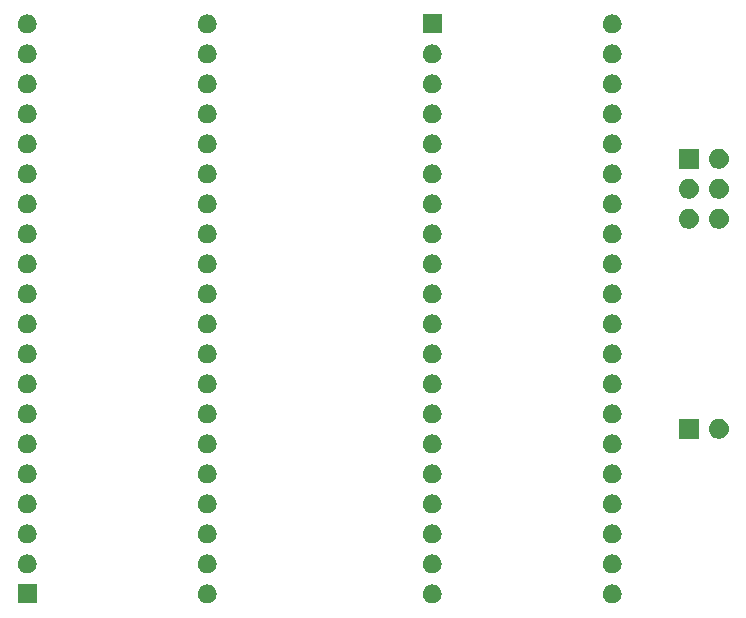
<source format=gbr>
%TF.GenerationSoftware,KiCad,Pcbnew,7.0.7*%
%TF.CreationDate,2024-02-09T17:28:07-05:00*%
%TF.ProjectId,m0110a_atmega32_thru_hole_pcb,6d303131-3061-45f6-9174-6d6567613332,rev?*%
%TF.SameCoordinates,Original*%
%TF.FileFunction,Soldermask,Bot*%
%TF.FilePolarity,Negative*%
%FSLAX46Y46*%
G04 Gerber Fmt 4.6, Leading zero omitted, Abs format (unit mm)*
G04 Created by KiCad (PCBNEW 7.0.7) date 2024-02-09 17:28:07*
%MOMM*%
%LPD*%
G01*
G04 APERTURE LIST*
G04 APERTURE END LIST*
G36*
X94399000Y-119291000D02*
G01*
X92799000Y-119291000D01*
X92799000Y-117691000D01*
X94399000Y-117691000D01*
X94399000Y-119291000D01*
G37*
G36*
X108880367Y-117695661D02*
G01*
X108922593Y-117695661D01*
X108970228Y-117705786D01*
X109017017Y-117711058D01*
X109051039Y-117722962D01*
X109086127Y-117730421D01*
X109136695Y-117752935D01*
X109186107Y-117770225D01*
X109211823Y-117786383D01*
X109238860Y-117798421D01*
X109289275Y-117835050D01*
X109337792Y-117865535D01*
X109355214Y-117882957D01*
X109374117Y-117896691D01*
X109420844Y-117948587D01*
X109464465Y-117992208D01*
X109474499Y-118008177D01*
X109485986Y-118020935D01*
X109525285Y-118089003D01*
X109559775Y-118143893D01*
X109564080Y-118156197D01*
X109569580Y-118165723D01*
X109597740Y-118252392D01*
X109618942Y-118312983D01*
X109619746Y-118320118D01*
X109621244Y-118324729D01*
X109634820Y-118453904D01*
X109639000Y-118491000D01*
X109634819Y-118528098D01*
X109621244Y-118657270D01*
X109619746Y-118661879D01*
X109618942Y-118669017D01*
X109597736Y-118729620D01*
X109569580Y-118816276D01*
X109564081Y-118825799D01*
X109559775Y-118838107D01*
X109525278Y-118893007D01*
X109485986Y-118961064D01*
X109474501Y-118973818D01*
X109464465Y-118989792D01*
X109420835Y-119033421D01*
X109374117Y-119085308D01*
X109355218Y-119099038D01*
X109337792Y-119116465D01*
X109289265Y-119146956D01*
X109238860Y-119183578D01*
X109211829Y-119195612D01*
X109186107Y-119211775D01*
X109136685Y-119229068D01*
X109086127Y-119251578D01*
X109051045Y-119259035D01*
X109017017Y-119270942D01*
X108970225Y-119276214D01*
X108922593Y-119286339D01*
X108880367Y-119286339D01*
X108839000Y-119291000D01*
X108797633Y-119286339D01*
X108755407Y-119286339D01*
X108707774Y-119276214D01*
X108660983Y-119270942D01*
X108626955Y-119259035D01*
X108591872Y-119251578D01*
X108541309Y-119229066D01*
X108491893Y-119211775D01*
X108466173Y-119195614D01*
X108439139Y-119183578D01*
X108388726Y-119146951D01*
X108340208Y-119116465D01*
X108322784Y-119099041D01*
X108303882Y-119085308D01*
X108257154Y-119033411D01*
X108213535Y-118989792D01*
X108203500Y-118973822D01*
X108192013Y-118961064D01*
X108152709Y-118892987D01*
X108118225Y-118838107D01*
X108113919Y-118825803D01*
X108108419Y-118816276D01*
X108080249Y-118729580D01*
X108059058Y-118669017D01*
X108058254Y-118661884D01*
X108056755Y-118657270D01*
X108043165Y-118527966D01*
X108039000Y-118491000D01*
X108043164Y-118454036D01*
X108056755Y-118324729D01*
X108058254Y-118320113D01*
X108059058Y-118312983D01*
X108080245Y-118252432D01*
X108108419Y-118165723D01*
X108113920Y-118156193D01*
X108118225Y-118143893D01*
X108152701Y-118089023D01*
X108192013Y-118020935D01*
X108203502Y-118008174D01*
X108213535Y-117992208D01*
X108257145Y-117948597D01*
X108303882Y-117896691D01*
X108322787Y-117882955D01*
X108340208Y-117865535D01*
X108388721Y-117835052D01*
X108439140Y-117798421D01*
X108466176Y-117786383D01*
X108491893Y-117770225D01*
X108541301Y-117752936D01*
X108591872Y-117730421D01*
X108626961Y-117722962D01*
X108660983Y-117711058D01*
X108707771Y-117705786D01*
X108755407Y-117695661D01*
X108797633Y-117695661D01*
X108839000Y-117691000D01*
X108880367Y-117695661D01*
G37*
G36*
X127930367Y-117695661D02*
G01*
X127972593Y-117695661D01*
X128020228Y-117705786D01*
X128067017Y-117711058D01*
X128101039Y-117722962D01*
X128136127Y-117730421D01*
X128186695Y-117752935D01*
X128236107Y-117770225D01*
X128261823Y-117786383D01*
X128288860Y-117798421D01*
X128339275Y-117835050D01*
X128387792Y-117865535D01*
X128405214Y-117882957D01*
X128424117Y-117896691D01*
X128470844Y-117948587D01*
X128514465Y-117992208D01*
X128524499Y-118008177D01*
X128535986Y-118020935D01*
X128575285Y-118089003D01*
X128609775Y-118143893D01*
X128614080Y-118156197D01*
X128619580Y-118165723D01*
X128647740Y-118252392D01*
X128668942Y-118312983D01*
X128669746Y-118320118D01*
X128671244Y-118324729D01*
X128684820Y-118453904D01*
X128689000Y-118491000D01*
X128684819Y-118528098D01*
X128671244Y-118657270D01*
X128669746Y-118661879D01*
X128668942Y-118669017D01*
X128647736Y-118729620D01*
X128619580Y-118816276D01*
X128614081Y-118825799D01*
X128609775Y-118838107D01*
X128575278Y-118893007D01*
X128535986Y-118961064D01*
X128524501Y-118973818D01*
X128514465Y-118989792D01*
X128470835Y-119033421D01*
X128424117Y-119085308D01*
X128405218Y-119099038D01*
X128387792Y-119116465D01*
X128339265Y-119146956D01*
X128288860Y-119183578D01*
X128261829Y-119195612D01*
X128236107Y-119211775D01*
X128186685Y-119229068D01*
X128136127Y-119251578D01*
X128101045Y-119259035D01*
X128067017Y-119270942D01*
X128020225Y-119276214D01*
X127972593Y-119286339D01*
X127930367Y-119286339D01*
X127889000Y-119291000D01*
X127847633Y-119286339D01*
X127805407Y-119286339D01*
X127757774Y-119276214D01*
X127710983Y-119270942D01*
X127676955Y-119259035D01*
X127641872Y-119251578D01*
X127591309Y-119229066D01*
X127541893Y-119211775D01*
X127516173Y-119195614D01*
X127489139Y-119183578D01*
X127438726Y-119146951D01*
X127390208Y-119116465D01*
X127372784Y-119099041D01*
X127353882Y-119085308D01*
X127307154Y-119033411D01*
X127263535Y-118989792D01*
X127253500Y-118973822D01*
X127242013Y-118961064D01*
X127202709Y-118892987D01*
X127168225Y-118838107D01*
X127163919Y-118825803D01*
X127158419Y-118816276D01*
X127130249Y-118729580D01*
X127109058Y-118669017D01*
X127108254Y-118661884D01*
X127106755Y-118657270D01*
X127093165Y-118527966D01*
X127089000Y-118491000D01*
X127093164Y-118454036D01*
X127106755Y-118324729D01*
X127108254Y-118320113D01*
X127109058Y-118312983D01*
X127130245Y-118252432D01*
X127158419Y-118165723D01*
X127163920Y-118156193D01*
X127168225Y-118143893D01*
X127202701Y-118089023D01*
X127242013Y-118020935D01*
X127253502Y-118008174D01*
X127263535Y-117992208D01*
X127307145Y-117948597D01*
X127353882Y-117896691D01*
X127372787Y-117882955D01*
X127390208Y-117865535D01*
X127438721Y-117835052D01*
X127489140Y-117798421D01*
X127516176Y-117786383D01*
X127541893Y-117770225D01*
X127591301Y-117752936D01*
X127641872Y-117730421D01*
X127676961Y-117722962D01*
X127710983Y-117711058D01*
X127757771Y-117705786D01*
X127805407Y-117695661D01*
X127847633Y-117695661D01*
X127889000Y-117691000D01*
X127930367Y-117695661D01*
G37*
G36*
X143170367Y-117695661D02*
G01*
X143212593Y-117695661D01*
X143260228Y-117705786D01*
X143307017Y-117711058D01*
X143341039Y-117722962D01*
X143376127Y-117730421D01*
X143426695Y-117752935D01*
X143476107Y-117770225D01*
X143501823Y-117786383D01*
X143528860Y-117798421D01*
X143579275Y-117835050D01*
X143627792Y-117865535D01*
X143645214Y-117882957D01*
X143664117Y-117896691D01*
X143710844Y-117948587D01*
X143754465Y-117992208D01*
X143764499Y-118008177D01*
X143775986Y-118020935D01*
X143815285Y-118089003D01*
X143849775Y-118143893D01*
X143854080Y-118156197D01*
X143859580Y-118165723D01*
X143887740Y-118252392D01*
X143908942Y-118312983D01*
X143909746Y-118320118D01*
X143911244Y-118324729D01*
X143924820Y-118453904D01*
X143929000Y-118491000D01*
X143924819Y-118528098D01*
X143911244Y-118657270D01*
X143909746Y-118661879D01*
X143908942Y-118669017D01*
X143887736Y-118729620D01*
X143859580Y-118816276D01*
X143854081Y-118825799D01*
X143849775Y-118838107D01*
X143815278Y-118893007D01*
X143775986Y-118961064D01*
X143764501Y-118973818D01*
X143754465Y-118989792D01*
X143710835Y-119033421D01*
X143664117Y-119085308D01*
X143645218Y-119099038D01*
X143627792Y-119116465D01*
X143579265Y-119146956D01*
X143528860Y-119183578D01*
X143501829Y-119195612D01*
X143476107Y-119211775D01*
X143426685Y-119229068D01*
X143376127Y-119251578D01*
X143341045Y-119259035D01*
X143307017Y-119270942D01*
X143260225Y-119276214D01*
X143212593Y-119286339D01*
X143170367Y-119286339D01*
X143129000Y-119291000D01*
X143087633Y-119286339D01*
X143045407Y-119286339D01*
X142997774Y-119276214D01*
X142950983Y-119270942D01*
X142916955Y-119259035D01*
X142881872Y-119251578D01*
X142831309Y-119229066D01*
X142781893Y-119211775D01*
X142756173Y-119195614D01*
X142729139Y-119183578D01*
X142678726Y-119146951D01*
X142630208Y-119116465D01*
X142612784Y-119099041D01*
X142593882Y-119085308D01*
X142547154Y-119033411D01*
X142503535Y-118989792D01*
X142493500Y-118973822D01*
X142482013Y-118961064D01*
X142442709Y-118892987D01*
X142408225Y-118838107D01*
X142403919Y-118825803D01*
X142398419Y-118816276D01*
X142370249Y-118729580D01*
X142349058Y-118669017D01*
X142348254Y-118661884D01*
X142346755Y-118657270D01*
X142333165Y-118527966D01*
X142329000Y-118491000D01*
X142333164Y-118454036D01*
X142346755Y-118324729D01*
X142348254Y-118320113D01*
X142349058Y-118312983D01*
X142370245Y-118252432D01*
X142398419Y-118165723D01*
X142403920Y-118156193D01*
X142408225Y-118143893D01*
X142442701Y-118089023D01*
X142482013Y-118020935D01*
X142493502Y-118008174D01*
X142503535Y-117992208D01*
X142547145Y-117948597D01*
X142593882Y-117896691D01*
X142612787Y-117882955D01*
X142630208Y-117865535D01*
X142678721Y-117835052D01*
X142729140Y-117798421D01*
X142756176Y-117786383D01*
X142781893Y-117770225D01*
X142831301Y-117752936D01*
X142881872Y-117730421D01*
X142916961Y-117722962D01*
X142950983Y-117711058D01*
X142997771Y-117705786D01*
X143045407Y-117695661D01*
X143087633Y-117695661D01*
X143129000Y-117691000D01*
X143170367Y-117695661D01*
G37*
G36*
X93640367Y-115155661D02*
G01*
X93682593Y-115155661D01*
X93730228Y-115165786D01*
X93777017Y-115171058D01*
X93811039Y-115182962D01*
X93846127Y-115190421D01*
X93896695Y-115212935D01*
X93946107Y-115230225D01*
X93971823Y-115246383D01*
X93998860Y-115258421D01*
X94049275Y-115295050D01*
X94097792Y-115325535D01*
X94115214Y-115342957D01*
X94134117Y-115356691D01*
X94180844Y-115408587D01*
X94224465Y-115452208D01*
X94234499Y-115468177D01*
X94245986Y-115480935D01*
X94285285Y-115549003D01*
X94319775Y-115603893D01*
X94324080Y-115616197D01*
X94329580Y-115625723D01*
X94357740Y-115712392D01*
X94378942Y-115772983D01*
X94379746Y-115780118D01*
X94381244Y-115784729D01*
X94394820Y-115913904D01*
X94399000Y-115951000D01*
X94394819Y-115988098D01*
X94381244Y-116117270D01*
X94379746Y-116121879D01*
X94378942Y-116129017D01*
X94357736Y-116189620D01*
X94329580Y-116276276D01*
X94324081Y-116285799D01*
X94319775Y-116298107D01*
X94285278Y-116353007D01*
X94245986Y-116421064D01*
X94234501Y-116433818D01*
X94224465Y-116449792D01*
X94180835Y-116493421D01*
X94134117Y-116545308D01*
X94115218Y-116559038D01*
X94097792Y-116576465D01*
X94049265Y-116606956D01*
X93998860Y-116643578D01*
X93971829Y-116655612D01*
X93946107Y-116671775D01*
X93896685Y-116689068D01*
X93846127Y-116711578D01*
X93811045Y-116719035D01*
X93777017Y-116730942D01*
X93730225Y-116736214D01*
X93682593Y-116746339D01*
X93640367Y-116746339D01*
X93599000Y-116751000D01*
X93557633Y-116746339D01*
X93515407Y-116746339D01*
X93467774Y-116736214D01*
X93420983Y-116730942D01*
X93386955Y-116719035D01*
X93351872Y-116711578D01*
X93301309Y-116689066D01*
X93251893Y-116671775D01*
X93226173Y-116655614D01*
X93199139Y-116643578D01*
X93148726Y-116606951D01*
X93100208Y-116576465D01*
X93082784Y-116559041D01*
X93063882Y-116545308D01*
X93017154Y-116493411D01*
X92973535Y-116449792D01*
X92963500Y-116433822D01*
X92952013Y-116421064D01*
X92912709Y-116352987D01*
X92878225Y-116298107D01*
X92873919Y-116285803D01*
X92868419Y-116276276D01*
X92840249Y-116189580D01*
X92819058Y-116129017D01*
X92818254Y-116121884D01*
X92816755Y-116117270D01*
X92803165Y-115987966D01*
X92799000Y-115951000D01*
X92803164Y-115914036D01*
X92816755Y-115784729D01*
X92818254Y-115780113D01*
X92819058Y-115772983D01*
X92840245Y-115712432D01*
X92868419Y-115625723D01*
X92873920Y-115616193D01*
X92878225Y-115603893D01*
X92912701Y-115549023D01*
X92952013Y-115480935D01*
X92963502Y-115468174D01*
X92973535Y-115452208D01*
X93017145Y-115408597D01*
X93063882Y-115356691D01*
X93082787Y-115342955D01*
X93100208Y-115325535D01*
X93148721Y-115295052D01*
X93199140Y-115258421D01*
X93226176Y-115246383D01*
X93251893Y-115230225D01*
X93301301Y-115212936D01*
X93351872Y-115190421D01*
X93386961Y-115182962D01*
X93420983Y-115171058D01*
X93467771Y-115165786D01*
X93515407Y-115155661D01*
X93557633Y-115155661D01*
X93599000Y-115151000D01*
X93640367Y-115155661D01*
G37*
G36*
X108880367Y-115155661D02*
G01*
X108922593Y-115155661D01*
X108970228Y-115165786D01*
X109017017Y-115171058D01*
X109051039Y-115182962D01*
X109086127Y-115190421D01*
X109136695Y-115212935D01*
X109186107Y-115230225D01*
X109211823Y-115246383D01*
X109238860Y-115258421D01*
X109289275Y-115295050D01*
X109337792Y-115325535D01*
X109355214Y-115342957D01*
X109374117Y-115356691D01*
X109420844Y-115408587D01*
X109464465Y-115452208D01*
X109474499Y-115468177D01*
X109485986Y-115480935D01*
X109525285Y-115549003D01*
X109559775Y-115603893D01*
X109564080Y-115616197D01*
X109569580Y-115625723D01*
X109597740Y-115712392D01*
X109618942Y-115772983D01*
X109619746Y-115780118D01*
X109621244Y-115784729D01*
X109634820Y-115913904D01*
X109639000Y-115951000D01*
X109634819Y-115988098D01*
X109621244Y-116117270D01*
X109619746Y-116121879D01*
X109618942Y-116129017D01*
X109597736Y-116189620D01*
X109569580Y-116276276D01*
X109564081Y-116285799D01*
X109559775Y-116298107D01*
X109525278Y-116353007D01*
X109485986Y-116421064D01*
X109474501Y-116433818D01*
X109464465Y-116449792D01*
X109420835Y-116493421D01*
X109374117Y-116545308D01*
X109355218Y-116559038D01*
X109337792Y-116576465D01*
X109289265Y-116606956D01*
X109238860Y-116643578D01*
X109211829Y-116655612D01*
X109186107Y-116671775D01*
X109136685Y-116689068D01*
X109086127Y-116711578D01*
X109051045Y-116719035D01*
X109017017Y-116730942D01*
X108970225Y-116736214D01*
X108922593Y-116746339D01*
X108880367Y-116746339D01*
X108839000Y-116751000D01*
X108797633Y-116746339D01*
X108755407Y-116746339D01*
X108707774Y-116736214D01*
X108660983Y-116730942D01*
X108626955Y-116719035D01*
X108591872Y-116711578D01*
X108541309Y-116689066D01*
X108491893Y-116671775D01*
X108466173Y-116655614D01*
X108439139Y-116643578D01*
X108388726Y-116606951D01*
X108340208Y-116576465D01*
X108322784Y-116559041D01*
X108303882Y-116545308D01*
X108257154Y-116493411D01*
X108213535Y-116449792D01*
X108203500Y-116433822D01*
X108192013Y-116421064D01*
X108152709Y-116352987D01*
X108118225Y-116298107D01*
X108113919Y-116285803D01*
X108108419Y-116276276D01*
X108080249Y-116189580D01*
X108059058Y-116129017D01*
X108058254Y-116121884D01*
X108056755Y-116117270D01*
X108043165Y-115987966D01*
X108039000Y-115951000D01*
X108043164Y-115914036D01*
X108056755Y-115784729D01*
X108058254Y-115780113D01*
X108059058Y-115772983D01*
X108080245Y-115712432D01*
X108108419Y-115625723D01*
X108113920Y-115616193D01*
X108118225Y-115603893D01*
X108152701Y-115549023D01*
X108192013Y-115480935D01*
X108203502Y-115468174D01*
X108213535Y-115452208D01*
X108257145Y-115408597D01*
X108303882Y-115356691D01*
X108322787Y-115342955D01*
X108340208Y-115325535D01*
X108388721Y-115295052D01*
X108439140Y-115258421D01*
X108466176Y-115246383D01*
X108491893Y-115230225D01*
X108541301Y-115212936D01*
X108591872Y-115190421D01*
X108626961Y-115182962D01*
X108660983Y-115171058D01*
X108707771Y-115165786D01*
X108755407Y-115155661D01*
X108797633Y-115155661D01*
X108839000Y-115151000D01*
X108880367Y-115155661D01*
G37*
G36*
X127930367Y-115155661D02*
G01*
X127972593Y-115155661D01*
X128020228Y-115165786D01*
X128067017Y-115171058D01*
X128101039Y-115182962D01*
X128136127Y-115190421D01*
X128186695Y-115212935D01*
X128236107Y-115230225D01*
X128261823Y-115246383D01*
X128288860Y-115258421D01*
X128339275Y-115295050D01*
X128387792Y-115325535D01*
X128405214Y-115342957D01*
X128424117Y-115356691D01*
X128470844Y-115408587D01*
X128514465Y-115452208D01*
X128524499Y-115468177D01*
X128535986Y-115480935D01*
X128575285Y-115549003D01*
X128609775Y-115603893D01*
X128614080Y-115616197D01*
X128619580Y-115625723D01*
X128647740Y-115712392D01*
X128668942Y-115772983D01*
X128669746Y-115780118D01*
X128671244Y-115784729D01*
X128684820Y-115913904D01*
X128689000Y-115951000D01*
X128684819Y-115988098D01*
X128671244Y-116117270D01*
X128669746Y-116121879D01*
X128668942Y-116129017D01*
X128647736Y-116189620D01*
X128619580Y-116276276D01*
X128614081Y-116285799D01*
X128609775Y-116298107D01*
X128575278Y-116353007D01*
X128535986Y-116421064D01*
X128524501Y-116433818D01*
X128514465Y-116449792D01*
X128470835Y-116493421D01*
X128424117Y-116545308D01*
X128405218Y-116559038D01*
X128387792Y-116576465D01*
X128339265Y-116606956D01*
X128288860Y-116643578D01*
X128261829Y-116655612D01*
X128236107Y-116671775D01*
X128186685Y-116689068D01*
X128136127Y-116711578D01*
X128101045Y-116719035D01*
X128067017Y-116730942D01*
X128020225Y-116736214D01*
X127972593Y-116746339D01*
X127930367Y-116746339D01*
X127889000Y-116751000D01*
X127847633Y-116746339D01*
X127805407Y-116746339D01*
X127757774Y-116736214D01*
X127710983Y-116730942D01*
X127676955Y-116719035D01*
X127641872Y-116711578D01*
X127591309Y-116689066D01*
X127541893Y-116671775D01*
X127516173Y-116655614D01*
X127489139Y-116643578D01*
X127438726Y-116606951D01*
X127390208Y-116576465D01*
X127372784Y-116559041D01*
X127353882Y-116545308D01*
X127307154Y-116493411D01*
X127263535Y-116449792D01*
X127253500Y-116433822D01*
X127242013Y-116421064D01*
X127202709Y-116352987D01*
X127168225Y-116298107D01*
X127163919Y-116285803D01*
X127158419Y-116276276D01*
X127130249Y-116189580D01*
X127109058Y-116129017D01*
X127108254Y-116121884D01*
X127106755Y-116117270D01*
X127093165Y-115987966D01*
X127089000Y-115951000D01*
X127093164Y-115914036D01*
X127106755Y-115784729D01*
X127108254Y-115780113D01*
X127109058Y-115772983D01*
X127130245Y-115712432D01*
X127158419Y-115625723D01*
X127163920Y-115616193D01*
X127168225Y-115603893D01*
X127202701Y-115549023D01*
X127242013Y-115480935D01*
X127253502Y-115468174D01*
X127263535Y-115452208D01*
X127307145Y-115408597D01*
X127353882Y-115356691D01*
X127372787Y-115342955D01*
X127390208Y-115325535D01*
X127438721Y-115295052D01*
X127489140Y-115258421D01*
X127516176Y-115246383D01*
X127541893Y-115230225D01*
X127591301Y-115212936D01*
X127641872Y-115190421D01*
X127676961Y-115182962D01*
X127710983Y-115171058D01*
X127757771Y-115165786D01*
X127805407Y-115155661D01*
X127847633Y-115155661D01*
X127889000Y-115151000D01*
X127930367Y-115155661D01*
G37*
G36*
X143170367Y-115155661D02*
G01*
X143212593Y-115155661D01*
X143260228Y-115165786D01*
X143307017Y-115171058D01*
X143341039Y-115182962D01*
X143376127Y-115190421D01*
X143426695Y-115212935D01*
X143476107Y-115230225D01*
X143501823Y-115246383D01*
X143528860Y-115258421D01*
X143579275Y-115295050D01*
X143627792Y-115325535D01*
X143645214Y-115342957D01*
X143664117Y-115356691D01*
X143710844Y-115408587D01*
X143754465Y-115452208D01*
X143764499Y-115468177D01*
X143775986Y-115480935D01*
X143815285Y-115549003D01*
X143849775Y-115603893D01*
X143854080Y-115616197D01*
X143859580Y-115625723D01*
X143887740Y-115712392D01*
X143908942Y-115772983D01*
X143909746Y-115780118D01*
X143911244Y-115784729D01*
X143924820Y-115913904D01*
X143929000Y-115951000D01*
X143924819Y-115988098D01*
X143911244Y-116117270D01*
X143909746Y-116121879D01*
X143908942Y-116129017D01*
X143887736Y-116189620D01*
X143859580Y-116276276D01*
X143854081Y-116285799D01*
X143849775Y-116298107D01*
X143815278Y-116353007D01*
X143775986Y-116421064D01*
X143764501Y-116433818D01*
X143754465Y-116449792D01*
X143710835Y-116493421D01*
X143664117Y-116545308D01*
X143645218Y-116559038D01*
X143627792Y-116576465D01*
X143579265Y-116606956D01*
X143528860Y-116643578D01*
X143501829Y-116655612D01*
X143476107Y-116671775D01*
X143426685Y-116689068D01*
X143376127Y-116711578D01*
X143341045Y-116719035D01*
X143307017Y-116730942D01*
X143260225Y-116736214D01*
X143212593Y-116746339D01*
X143170367Y-116746339D01*
X143129000Y-116751000D01*
X143087633Y-116746339D01*
X143045407Y-116746339D01*
X142997774Y-116736214D01*
X142950983Y-116730942D01*
X142916955Y-116719035D01*
X142881872Y-116711578D01*
X142831309Y-116689066D01*
X142781893Y-116671775D01*
X142756173Y-116655614D01*
X142729139Y-116643578D01*
X142678726Y-116606951D01*
X142630208Y-116576465D01*
X142612784Y-116559041D01*
X142593882Y-116545308D01*
X142547154Y-116493411D01*
X142503535Y-116449792D01*
X142493500Y-116433822D01*
X142482013Y-116421064D01*
X142442709Y-116352987D01*
X142408225Y-116298107D01*
X142403919Y-116285803D01*
X142398419Y-116276276D01*
X142370249Y-116189580D01*
X142349058Y-116129017D01*
X142348254Y-116121884D01*
X142346755Y-116117270D01*
X142333165Y-115987966D01*
X142329000Y-115951000D01*
X142333164Y-115914036D01*
X142346755Y-115784729D01*
X142348254Y-115780113D01*
X142349058Y-115772983D01*
X142370245Y-115712432D01*
X142398419Y-115625723D01*
X142403920Y-115616193D01*
X142408225Y-115603893D01*
X142442701Y-115549023D01*
X142482013Y-115480935D01*
X142493502Y-115468174D01*
X142503535Y-115452208D01*
X142547145Y-115408597D01*
X142593882Y-115356691D01*
X142612787Y-115342955D01*
X142630208Y-115325535D01*
X142678721Y-115295052D01*
X142729140Y-115258421D01*
X142756176Y-115246383D01*
X142781893Y-115230225D01*
X142831301Y-115212936D01*
X142881872Y-115190421D01*
X142916961Y-115182962D01*
X142950983Y-115171058D01*
X142997771Y-115165786D01*
X143045407Y-115155661D01*
X143087633Y-115155661D01*
X143129000Y-115151000D01*
X143170367Y-115155661D01*
G37*
G36*
X93640367Y-112615661D02*
G01*
X93682593Y-112615661D01*
X93730228Y-112625786D01*
X93777017Y-112631058D01*
X93811039Y-112642962D01*
X93846127Y-112650421D01*
X93896695Y-112672935D01*
X93946107Y-112690225D01*
X93971823Y-112706383D01*
X93998860Y-112718421D01*
X94049275Y-112755050D01*
X94097792Y-112785535D01*
X94115214Y-112802957D01*
X94134117Y-112816691D01*
X94180844Y-112868587D01*
X94224465Y-112912208D01*
X94234499Y-112928177D01*
X94245986Y-112940935D01*
X94285285Y-113009003D01*
X94319775Y-113063893D01*
X94324080Y-113076197D01*
X94329580Y-113085723D01*
X94357740Y-113172392D01*
X94378942Y-113232983D01*
X94379746Y-113240118D01*
X94381244Y-113244729D01*
X94394820Y-113373904D01*
X94399000Y-113411000D01*
X94394819Y-113448098D01*
X94381244Y-113577270D01*
X94379746Y-113581879D01*
X94378942Y-113589017D01*
X94357736Y-113649620D01*
X94329580Y-113736276D01*
X94324081Y-113745799D01*
X94319775Y-113758107D01*
X94285278Y-113813007D01*
X94245986Y-113881064D01*
X94234501Y-113893818D01*
X94224465Y-113909792D01*
X94180835Y-113953421D01*
X94134117Y-114005308D01*
X94115218Y-114019038D01*
X94097792Y-114036465D01*
X94049265Y-114066956D01*
X93998860Y-114103578D01*
X93971829Y-114115612D01*
X93946107Y-114131775D01*
X93896685Y-114149068D01*
X93846127Y-114171578D01*
X93811045Y-114179035D01*
X93777017Y-114190942D01*
X93730225Y-114196214D01*
X93682593Y-114206339D01*
X93640367Y-114206339D01*
X93599000Y-114211000D01*
X93557633Y-114206339D01*
X93515407Y-114206339D01*
X93467774Y-114196214D01*
X93420983Y-114190942D01*
X93386955Y-114179035D01*
X93351872Y-114171578D01*
X93301309Y-114149066D01*
X93251893Y-114131775D01*
X93226173Y-114115614D01*
X93199139Y-114103578D01*
X93148726Y-114066951D01*
X93100208Y-114036465D01*
X93082784Y-114019041D01*
X93063882Y-114005308D01*
X93017154Y-113953411D01*
X92973535Y-113909792D01*
X92963500Y-113893822D01*
X92952013Y-113881064D01*
X92912709Y-113812987D01*
X92878225Y-113758107D01*
X92873919Y-113745803D01*
X92868419Y-113736276D01*
X92840249Y-113649580D01*
X92819058Y-113589017D01*
X92818254Y-113581884D01*
X92816755Y-113577270D01*
X92803165Y-113447966D01*
X92799000Y-113411000D01*
X92803164Y-113374036D01*
X92816755Y-113244729D01*
X92818254Y-113240113D01*
X92819058Y-113232983D01*
X92840245Y-113172432D01*
X92868419Y-113085723D01*
X92873920Y-113076193D01*
X92878225Y-113063893D01*
X92912701Y-113009023D01*
X92952013Y-112940935D01*
X92963502Y-112928174D01*
X92973535Y-112912208D01*
X93017145Y-112868597D01*
X93063882Y-112816691D01*
X93082787Y-112802955D01*
X93100208Y-112785535D01*
X93148721Y-112755052D01*
X93199140Y-112718421D01*
X93226176Y-112706383D01*
X93251893Y-112690225D01*
X93301301Y-112672936D01*
X93351872Y-112650421D01*
X93386961Y-112642962D01*
X93420983Y-112631058D01*
X93467771Y-112625786D01*
X93515407Y-112615661D01*
X93557633Y-112615661D01*
X93599000Y-112611000D01*
X93640367Y-112615661D01*
G37*
G36*
X108880367Y-112615661D02*
G01*
X108922593Y-112615661D01*
X108970228Y-112625786D01*
X109017017Y-112631058D01*
X109051039Y-112642962D01*
X109086127Y-112650421D01*
X109136695Y-112672935D01*
X109186107Y-112690225D01*
X109211823Y-112706383D01*
X109238860Y-112718421D01*
X109289275Y-112755050D01*
X109337792Y-112785535D01*
X109355214Y-112802957D01*
X109374117Y-112816691D01*
X109420844Y-112868587D01*
X109464465Y-112912208D01*
X109474499Y-112928177D01*
X109485986Y-112940935D01*
X109525285Y-113009003D01*
X109559775Y-113063893D01*
X109564080Y-113076197D01*
X109569580Y-113085723D01*
X109597740Y-113172392D01*
X109618942Y-113232983D01*
X109619746Y-113240118D01*
X109621244Y-113244729D01*
X109634820Y-113373904D01*
X109639000Y-113411000D01*
X109634819Y-113448098D01*
X109621244Y-113577270D01*
X109619746Y-113581879D01*
X109618942Y-113589017D01*
X109597736Y-113649620D01*
X109569580Y-113736276D01*
X109564081Y-113745799D01*
X109559775Y-113758107D01*
X109525278Y-113813007D01*
X109485986Y-113881064D01*
X109474501Y-113893818D01*
X109464465Y-113909792D01*
X109420835Y-113953421D01*
X109374117Y-114005308D01*
X109355218Y-114019038D01*
X109337792Y-114036465D01*
X109289265Y-114066956D01*
X109238860Y-114103578D01*
X109211829Y-114115612D01*
X109186107Y-114131775D01*
X109136685Y-114149068D01*
X109086127Y-114171578D01*
X109051045Y-114179035D01*
X109017017Y-114190942D01*
X108970225Y-114196214D01*
X108922593Y-114206339D01*
X108880367Y-114206339D01*
X108839000Y-114211000D01*
X108797633Y-114206339D01*
X108755407Y-114206339D01*
X108707774Y-114196214D01*
X108660983Y-114190942D01*
X108626955Y-114179035D01*
X108591872Y-114171578D01*
X108541309Y-114149066D01*
X108491893Y-114131775D01*
X108466173Y-114115614D01*
X108439139Y-114103578D01*
X108388726Y-114066951D01*
X108340208Y-114036465D01*
X108322784Y-114019041D01*
X108303882Y-114005308D01*
X108257154Y-113953411D01*
X108213535Y-113909792D01*
X108203500Y-113893822D01*
X108192013Y-113881064D01*
X108152709Y-113812987D01*
X108118225Y-113758107D01*
X108113919Y-113745803D01*
X108108419Y-113736276D01*
X108080249Y-113649580D01*
X108059058Y-113589017D01*
X108058254Y-113581884D01*
X108056755Y-113577270D01*
X108043165Y-113447966D01*
X108039000Y-113411000D01*
X108043164Y-113374036D01*
X108056755Y-113244729D01*
X108058254Y-113240113D01*
X108059058Y-113232983D01*
X108080245Y-113172432D01*
X108108419Y-113085723D01*
X108113920Y-113076193D01*
X108118225Y-113063893D01*
X108152701Y-113009023D01*
X108192013Y-112940935D01*
X108203502Y-112928174D01*
X108213535Y-112912208D01*
X108257145Y-112868597D01*
X108303882Y-112816691D01*
X108322787Y-112802955D01*
X108340208Y-112785535D01*
X108388721Y-112755052D01*
X108439140Y-112718421D01*
X108466176Y-112706383D01*
X108491893Y-112690225D01*
X108541301Y-112672936D01*
X108591872Y-112650421D01*
X108626961Y-112642962D01*
X108660983Y-112631058D01*
X108707771Y-112625786D01*
X108755407Y-112615661D01*
X108797633Y-112615661D01*
X108839000Y-112611000D01*
X108880367Y-112615661D01*
G37*
G36*
X127930367Y-112615661D02*
G01*
X127972593Y-112615661D01*
X128020228Y-112625786D01*
X128067017Y-112631058D01*
X128101039Y-112642962D01*
X128136127Y-112650421D01*
X128186695Y-112672935D01*
X128236107Y-112690225D01*
X128261823Y-112706383D01*
X128288860Y-112718421D01*
X128339275Y-112755050D01*
X128387792Y-112785535D01*
X128405214Y-112802957D01*
X128424117Y-112816691D01*
X128470844Y-112868587D01*
X128514465Y-112912208D01*
X128524499Y-112928177D01*
X128535986Y-112940935D01*
X128575285Y-113009003D01*
X128609775Y-113063893D01*
X128614080Y-113076197D01*
X128619580Y-113085723D01*
X128647740Y-113172392D01*
X128668942Y-113232983D01*
X128669746Y-113240118D01*
X128671244Y-113244729D01*
X128684820Y-113373904D01*
X128689000Y-113411000D01*
X128684819Y-113448098D01*
X128671244Y-113577270D01*
X128669746Y-113581879D01*
X128668942Y-113589017D01*
X128647736Y-113649620D01*
X128619580Y-113736276D01*
X128614081Y-113745799D01*
X128609775Y-113758107D01*
X128575278Y-113813007D01*
X128535986Y-113881064D01*
X128524501Y-113893818D01*
X128514465Y-113909792D01*
X128470835Y-113953421D01*
X128424117Y-114005308D01*
X128405218Y-114019038D01*
X128387792Y-114036465D01*
X128339265Y-114066956D01*
X128288860Y-114103578D01*
X128261829Y-114115612D01*
X128236107Y-114131775D01*
X128186685Y-114149068D01*
X128136127Y-114171578D01*
X128101045Y-114179035D01*
X128067017Y-114190942D01*
X128020225Y-114196214D01*
X127972593Y-114206339D01*
X127930367Y-114206339D01*
X127889000Y-114211000D01*
X127847633Y-114206339D01*
X127805407Y-114206339D01*
X127757774Y-114196214D01*
X127710983Y-114190942D01*
X127676955Y-114179035D01*
X127641872Y-114171578D01*
X127591309Y-114149066D01*
X127541893Y-114131775D01*
X127516173Y-114115614D01*
X127489139Y-114103578D01*
X127438726Y-114066951D01*
X127390208Y-114036465D01*
X127372784Y-114019041D01*
X127353882Y-114005308D01*
X127307154Y-113953411D01*
X127263535Y-113909792D01*
X127253500Y-113893822D01*
X127242013Y-113881064D01*
X127202709Y-113812987D01*
X127168225Y-113758107D01*
X127163919Y-113745803D01*
X127158419Y-113736276D01*
X127130249Y-113649580D01*
X127109058Y-113589017D01*
X127108254Y-113581884D01*
X127106755Y-113577270D01*
X127093165Y-113447966D01*
X127089000Y-113411000D01*
X127093164Y-113374036D01*
X127106755Y-113244729D01*
X127108254Y-113240113D01*
X127109058Y-113232983D01*
X127130245Y-113172432D01*
X127158419Y-113085723D01*
X127163920Y-113076193D01*
X127168225Y-113063893D01*
X127202701Y-113009023D01*
X127242013Y-112940935D01*
X127253502Y-112928174D01*
X127263535Y-112912208D01*
X127307145Y-112868597D01*
X127353882Y-112816691D01*
X127372787Y-112802955D01*
X127390208Y-112785535D01*
X127438721Y-112755052D01*
X127489140Y-112718421D01*
X127516176Y-112706383D01*
X127541893Y-112690225D01*
X127591301Y-112672936D01*
X127641872Y-112650421D01*
X127676961Y-112642962D01*
X127710983Y-112631058D01*
X127757771Y-112625786D01*
X127805407Y-112615661D01*
X127847633Y-112615661D01*
X127889000Y-112611000D01*
X127930367Y-112615661D01*
G37*
G36*
X143170367Y-112615661D02*
G01*
X143212593Y-112615661D01*
X143260228Y-112625786D01*
X143307017Y-112631058D01*
X143341039Y-112642962D01*
X143376127Y-112650421D01*
X143426695Y-112672935D01*
X143476107Y-112690225D01*
X143501823Y-112706383D01*
X143528860Y-112718421D01*
X143579275Y-112755050D01*
X143627792Y-112785535D01*
X143645214Y-112802957D01*
X143664117Y-112816691D01*
X143710844Y-112868587D01*
X143754465Y-112912208D01*
X143764499Y-112928177D01*
X143775986Y-112940935D01*
X143815285Y-113009003D01*
X143849775Y-113063893D01*
X143854080Y-113076197D01*
X143859580Y-113085723D01*
X143887740Y-113172392D01*
X143908942Y-113232983D01*
X143909746Y-113240118D01*
X143911244Y-113244729D01*
X143924820Y-113373904D01*
X143929000Y-113411000D01*
X143924819Y-113448098D01*
X143911244Y-113577270D01*
X143909746Y-113581879D01*
X143908942Y-113589017D01*
X143887736Y-113649620D01*
X143859580Y-113736276D01*
X143854081Y-113745799D01*
X143849775Y-113758107D01*
X143815278Y-113813007D01*
X143775986Y-113881064D01*
X143764501Y-113893818D01*
X143754465Y-113909792D01*
X143710835Y-113953421D01*
X143664117Y-114005308D01*
X143645218Y-114019038D01*
X143627792Y-114036465D01*
X143579265Y-114066956D01*
X143528860Y-114103578D01*
X143501829Y-114115612D01*
X143476107Y-114131775D01*
X143426685Y-114149068D01*
X143376127Y-114171578D01*
X143341045Y-114179035D01*
X143307017Y-114190942D01*
X143260225Y-114196214D01*
X143212593Y-114206339D01*
X143170367Y-114206339D01*
X143129000Y-114211000D01*
X143087633Y-114206339D01*
X143045407Y-114206339D01*
X142997774Y-114196214D01*
X142950983Y-114190942D01*
X142916955Y-114179035D01*
X142881872Y-114171578D01*
X142831309Y-114149066D01*
X142781893Y-114131775D01*
X142756173Y-114115614D01*
X142729139Y-114103578D01*
X142678726Y-114066951D01*
X142630208Y-114036465D01*
X142612784Y-114019041D01*
X142593882Y-114005308D01*
X142547154Y-113953411D01*
X142503535Y-113909792D01*
X142493500Y-113893822D01*
X142482013Y-113881064D01*
X142442709Y-113812987D01*
X142408225Y-113758107D01*
X142403919Y-113745803D01*
X142398419Y-113736276D01*
X142370249Y-113649580D01*
X142349058Y-113589017D01*
X142348254Y-113581884D01*
X142346755Y-113577270D01*
X142333165Y-113447966D01*
X142329000Y-113411000D01*
X142333164Y-113374036D01*
X142346755Y-113244729D01*
X142348254Y-113240113D01*
X142349058Y-113232983D01*
X142370245Y-113172432D01*
X142398419Y-113085723D01*
X142403920Y-113076193D01*
X142408225Y-113063893D01*
X142442701Y-113009023D01*
X142482013Y-112940935D01*
X142493502Y-112928174D01*
X142503535Y-112912208D01*
X142547145Y-112868597D01*
X142593882Y-112816691D01*
X142612787Y-112802955D01*
X142630208Y-112785535D01*
X142678721Y-112755052D01*
X142729140Y-112718421D01*
X142756176Y-112706383D01*
X142781893Y-112690225D01*
X142831301Y-112672936D01*
X142881872Y-112650421D01*
X142916961Y-112642962D01*
X142950983Y-112631058D01*
X142997771Y-112625786D01*
X143045407Y-112615661D01*
X143087633Y-112615661D01*
X143129000Y-112611000D01*
X143170367Y-112615661D01*
G37*
G36*
X93640367Y-110075661D02*
G01*
X93682593Y-110075661D01*
X93730228Y-110085786D01*
X93777017Y-110091058D01*
X93811039Y-110102962D01*
X93846127Y-110110421D01*
X93896695Y-110132935D01*
X93946107Y-110150225D01*
X93971823Y-110166383D01*
X93998860Y-110178421D01*
X94049275Y-110215050D01*
X94097792Y-110245535D01*
X94115214Y-110262957D01*
X94134117Y-110276691D01*
X94180844Y-110328587D01*
X94224465Y-110372208D01*
X94234499Y-110388177D01*
X94245986Y-110400935D01*
X94285285Y-110469003D01*
X94319775Y-110523893D01*
X94324080Y-110536197D01*
X94329580Y-110545723D01*
X94357740Y-110632392D01*
X94378942Y-110692983D01*
X94379746Y-110700118D01*
X94381244Y-110704729D01*
X94394820Y-110833904D01*
X94399000Y-110871000D01*
X94394819Y-110908098D01*
X94381244Y-111037270D01*
X94379746Y-111041879D01*
X94378942Y-111049017D01*
X94357736Y-111109620D01*
X94329580Y-111196276D01*
X94324081Y-111205799D01*
X94319775Y-111218107D01*
X94285278Y-111273007D01*
X94245986Y-111341064D01*
X94234501Y-111353818D01*
X94224465Y-111369792D01*
X94180835Y-111413421D01*
X94134117Y-111465308D01*
X94115218Y-111479038D01*
X94097792Y-111496465D01*
X94049265Y-111526956D01*
X93998860Y-111563578D01*
X93971829Y-111575612D01*
X93946107Y-111591775D01*
X93896685Y-111609068D01*
X93846127Y-111631578D01*
X93811045Y-111639035D01*
X93777017Y-111650942D01*
X93730225Y-111656214D01*
X93682593Y-111666339D01*
X93640367Y-111666339D01*
X93599000Y-111671000D01*
X93557633Y-111666339D01*
X93515407Y-111666339D01*
X93467774Y-111656214D01*
X93420983Y-111650942D01*
X93386955Y-111639035D01*
X93351872Y-111631578D01*
X93301309Y-111609066D01*
X93251893Y-111591775D01*
X93226173Y-111575614D01*
X93199139Y-111563578D01*
X93148726Y-111526951D01*
X93100208Y-111496465D01*
X93082784Y-111479041D01*
X93063882Y-111465308D01*
X93017154Y-111413411D01*
X92973535Y-111369792D01*
X92963500Y-111353822D01*
X92952013Y-111341064D01*
X92912709Y-111272987D01*
X92878225Y-111218107D01*
X92873919Y-111205803D01*
X92868419Y-111196276D01*
X92840249Y-111109580D01*
X92819058Y-111049017D01*
X92818254Y-111041884D01*
X92816755Y-111037270D01*
X92803165Y-110907966D01*
X92799000Y-110871000D01*
X92803164Y-110834036D01*
X92816755Y-110704729D01*
X92818254Y-110700113D01*
X92819058Y-110692983D01*
X92840245Y-110632432D01*
X92868419Y-110545723D01*
X92873920Y-110536193D01*
X92878225Y-110523893D01*
X92912701Y-110469023D01*
X92952013Y-110400935D01*
X92963502Y-110388174D01*
X92973535Y-110372208D01*
X93017145Y-110328597D01*
X93063882Y-110276691D01*
X93082787Y-110262955D01*
X93100208Y-110245535D01*
X93148721Y-110215052D01*
X93199140Y-110178421D01*
X93226176Y-110166383D01*
X93251893Y-110150225D01*
X93301301Y-110132936D01*
X93351872Y-110110421D01*
X93386961Y-110102962D01*
X93420983Y-110091058D01*
X93467771Y-110085786D01*
X93515407Y-110075661D01*
X93557633Y-110075661D01*
X93599000Y-110071000D01*
X93640367Y-110075661D01*
G37*
G36*
X108880367Y-110075661D02*
G01*
X108922593Y-110075661D01*
X108970228Y-110085786D01*
X109017017Y-110091058D01*
X109051039Y-110102962D01*
X109086127Y-110110421D01*
X109136695Y-110132935D01*
X109186107Y-110150225D01*
X109211823Y-110166383D01*
X109238860Y-110178421D01*
X109289275Y-110215050D01*
X109337792Y-110245535D01*
X109355214Y-110262957D01*
X109374117Y-110276691D01*
X109420844Y-110328587D01*
X109464465Y-110372208D01*
X109474499Y-110388177D01*
X109485986Y-110400935D01*
X109525285Y-110469003D01*
X109559775Y-110523893D01*
X109564080Y-110536197D01*
X109569580Y-110545723D01*
X109597740Y-110632392D01*
X109618942Y-110692983D01*
X109619746Y-110700118D01*
X109621244Y-110704729D01*
X109634820Y-110833904D01*
X109639000Y-110871000D01*
X109634819Y-110908098D01*
X109621244Y-111037270D01*
X109619746Y-111041879D01*
X109618942Y-111049017D01*
X109597736Y-111109620D01*
X109569580Y-111196276D01*
X109564081Y-111205799D01*
X109559775Y-111218107D01*
X109525278Y-111273007D01*
X109485986Y-111341064D01*
X109474501Y-111353818D01*
X109464465Y-111369792D01*
X109420835Y-111413421D01*
X109374117Y-111465308D01*
X109355218Y-111479038D01*
X109337792Y-111496465D01*
X109289265Y-111526956D01*
X109238860Y-111563578D01*
X109211829Y-111575612D01*
X109186107Y-111591775D01*
X109136685Y-111609068D01*
X109086127Y-111631578D01*
X109051045Y-111639035D01*
X109017017Y-111650942D01*
X108970225Y-111656214D01*
X108922593Y-111666339D01*
X108880367Y-111666339D01*
X108839000Y-111671000D01*
X108797633Y-111666339D01*
X108755407Y-111666339D01*
X108707774Y-111656214D01*
X108660983Y-111650942D01*
X108626955Y-111639035D01*
X108591872Y-111631578D01*
X108541309Y-111609066D01*
X108491893Y-111591775D01*
X108466173Y-111575614D01*
X108439139Y-111563578D01*
X108388726Y-111526951D01*
X108340208Y-111496465D01*
X108322784Y-111479041D01*
X108303882Y-111465308D01*
X108257154Y-111413411D01*
X108213535Y-111369792D01*
X108203500Y-111353822D01*
X108192013Y-111341064D01*
X108152709Y-111272987D01*
X108118225Y-111218107D01*
X108113919Y-111205803D01*
X108108419Y-111196276D01*
X108080249Y-111109580D01*
X108059058Y-111049017D01*
X108058254Y-111041884D01*
X108056755Y-111037270D01*
X108043165Y-110907966D01*
X108039000Y-110871000D01*
X108043164Y-110834036D01*
X108056755Y-110704729D01*
X108058254Y-110700113D01*
X108059058Y-110692983D01*
X108080245Y-110632432D01*
X108108419Y-110545723D01*
X108113920Y-110536193D01*
X108118225Y-110523893D01*
X108152701Y-110469023D01*
X108192013Y-110400935D01*
X108203502Y-110388174D01*
X108213535Y-110372208D01*
X108257145Y-110328597D01*
X108303882Y-110276691D01*
X108322787Y-110262955D01*
X108340208Y-110245535D01*
X108388721Y-110215052D01*
X108439140Y-110178421D01*
X108466176Y-110166383D01*
X108491893Y-110150225D01*
X108541301Y-110132936D01*
X108591872Y-110110421D01*
X108626961Y-110102962D01*
X108660983Y-110091058D01*
X108707771Y-110085786D01*
X108755407Y-110075661D01*
X108797633Y-110075661D01*
X108839000Y-110071000D01*
X108880367Y-110075661D01*
G37*
G36*
X127930367Y-110075661D02*
G01*
X127972593Y-110075661D01*
X128020228Y-110085786D01*
X128067017Y-110091058D01*
X128101039Y-110102962D01*
X128136127Y-110110421D01*
X128186695Y-110132935D01*
X128236107Y-110150225D01*
X128261823Y-110166383D01*
X128288860Y-110178421D01*
X128339275Y-110215050D01*
X128387792Y-110245535D01*
X128405214Y-110262957D01*
X128424117Y-110276691D01*
X128470844Y-110328587D01*
X128514465Y-110372208D01*
X128524499Y-110388177D01*
X128535986Y-110400935D01*
X128575285Y-110469003D01*
X128609775Y-110523893D01*
X128614080Y-110536197D01*
X128619580Y-110545723D01*
X128647740Y-110632392D01*
X128668942Y-110692983D01*
X128669746Y-110700118D01*
X128671244Y-110704729D01*
X128684820Y-110833904D01*
X128689000Y-110871000D01*
X128684819Y-110908098D01*
X128671244Y-111037270D01*
X128669746Y-111041879D01*
X128668942Y-111049017D01*
X128647736Y-111109620D01*
X128619580Y-111196276D01*
X128614081Y-111205799D01*
X128609775Y-111218107D01*
X128575278Y-111273007D01*
X128535986Y-111341064D01*
X128524501Y-111353818D01*
X128514465Y-111369792D01*
X128470835Y-111413421D01*
X128424117Y-111465308D01*
X128405218Y-111479038D01*
X128387792Y-111496465D01*
X128339265Y-111526956D01*
X128288860Y-111563578D01*
X128261829Y-111575612D01*
X128236107Y-111591775D01*
X128186685Y-111609068D01*
X128136127Y-111631578D01*
X128101045Y-111639035D01*
X128067017Y-111650942D01*
X128020225Y-111656214D01*
X127972593Y-111666339D01*
X127930367Y-111666339D01*
X127889000Y-111671000D01*
X127847633Y-111666339D01*
X127805407Y-111666339D01*
X127757774Y-111656214D01*
X127710983Y-111650942D01*
X127676955Y-111639035D01*
X127641872Y-111631578D01*
X127591309Y-111609066D01*
X127541893Y-111591775D01*
X127516173Y-111575614D01*
X127489139Y-111563578D01*
X127438726Y-111526951D01*
X127390208Y-111496465D01*
X127372784Y-111479041D01*
X127353882Y-111465308D01*
X127307154Y-111413411D01*
X127263535Y-111369792D01*
X127253500Y-111353822D01*
X127242013Y-111341064D01*
X127202709Y-111272987D01*
X127168225Y-111218107D01*
X127163919Y-111205803D01*
X127158419Y-111196276D01*
X127130249Y-111109580D01*
X127109058Y-111049017D01*
X127108254Y-111041884D01*
X127106755Y-111037270D01*
X127093165Y-110907966D01*
X127089000Y-110871000D01*
X127093164Y-110834036D01*
X127106755Y-110704729D01*
X127108254Y-110700113D01*
X127109058Y-110692983D01*
X127130245Y-110632432D01*
X127158419Y-110545723D01*
X127163920Y-110536193D01*
X127168225Y-110523893D01*
X127202701Y-110469023D01*
X127242013Y-110400935D01*
X127253502Y-110388174D01*
X127263535Y-110372208D01*
X127307145Y-110328597D01*
X127353882Y-110276691D01*
X127372787Y-110262955D01*
X127390208Y-110245535D01*
X127438721Y-110215052D01*
X127489140Y-110178421D01*
X127516176Y-110166383D01*
X127541893Y-110150225D01*
X127591301Y-110132936D01*
X127641872Y-110110421D01*
X127676961Y-110102962D01*
X127710983Y-110091058D01*
X127757771Y-110085786D01*
X127805407Y-110075661D01*
X127847633Y-110075661D01*
X127889000Y-110071000D01*
X127930367Y-110075661D01*
G37*
G36*
X143170367Y-110075661D02*
G01*
X143212593Y-110075661D01*
X143260228Y-110085786D01*
X143307017Y-110091058D01*
X143341039Y-110102962D01*
X143376127Y-110110421D01*
X143426695Y-110132935D01*
X143476107Y-110150225D01*
X143501823Y-110166383D01*
X143528860Y-110178421D01*
X143579275Y-110215050D01*
X143627792Y-110245535D01*
X143645214Y-110262957D01*
X143664117Y-110276691D01*
X143710844Y-110328587D01*
X143754465Y-110372208D01*
X143764499Y-110388177D01*
X143775986Y-110400935D01*
X143815285Y-110469003D01*
X143849775Y-110523893D01*
X143854080Y-110536197D01*
X143859580Y-110545723D01*
X143887740Y-110632392D01*
X143908942Y-110692983D01*
X143909746Y-110700118D01*
X143911244Y-110704729D01*
X143924820Y-110833904D01*
X143929000Y-110871000D01*
X143924819Y-110908098D01*
X143911244Y-111037270D01*
X143909746Y-111041879D01*
X143908942Y-111049017D01*
X143887736Y-111109620D01*
X143859580Y-111196276D01*
X143854081Y-111205799D01*
X143849775Y-111218107D01*
X143815278Y-111273007D01*
X143775986Y-111341064D01*
X143764501Y-111353818D01*
X143754465Y-111369792D01*
X143710835Y-111413421D01*
X143664117Y-111465308D01*
X143645218Y-111479038D01*
X143627792Y-111496465D01*
X143579265Y-111526956D01*
X143528860Y-111563578D01*
X143501829Y-111575612D01*
X143476107Y-111591775D01*
X143426685Y-111609068D01*
X143376127Y-111631578D01*
X143341045Y-111639035D01*
X143307017Y-111650942D01*
X143260225Y-111656214D01*
X143212593Y-111666339D01*
X143170367Y-111666339D01*
X143129000Y-111671000D01*
X143087633Y-111666339D01*
X143045407Y-111666339D01*
X142997774Y-111656214D01*
X142950983Y-111650942D01*
X142916955Y-111639035D01*
X142881872Y-111631578D01*
X142831309Y-111609066D01*
X142781893Y-111591775D01*
X142756173Y-111575614D01*
X142729139Y-111563578D01*
X142678726Y-111526951D01*
X142630208Y-111496465D01*
X142612784Y-111479041D01*
X142593882Y-111465308D01*
X142547154Y-111413411D01*
X142503535Y-111369792D01*
X142493500Y-111353822D01*
X142482013Y-111341064D01*
X142442709Y-111272987D01*
X142408225Y-111218107D01*
X142403919Y-111205803D01*
X142398419Y-111196276D01*
X142370249Y-111109580D01*
X142349058Y-111049017D01*
X142348254Y-111041884D01*
X142346755Y-111037270D01*
X142333165Y-110907966D01*
X142329000Y-110871000D01*
X142333164Y-110834036D01*
X142346755Y-110704729D01*
X142348254Y-110700113D01*
X142349058Y-110692983D01*
X142370245Y-110632432D01*
X142398419Y-110545723D01*
X142403920Y-110536193D01*
X142408225Y-110523893D01*
X142442701Y-110469023D01*
X142482013Y-110400935D01*
X142493502Y-110388174D01*
X142503535Y-110372208D01*
X142547145Y-110328597D01*
X142593882Y-110276691D01*
X142612787Y-110262955D01*
X142630208Y-110245535D01*
X142678721Y-110215052D01*
X142729140Y-110178421D01*
X142756176Y-110166383D01*
X142781893Y-110150225D01*
X142831301Y-110132936D01*
X142881872Y-110110421D01*
X142916961Y-110102962D01*
X142950983Y-110091058D01*
X142997771Y-110085786D01*
X143045407Y-110075661D01*
X143087633Y-110075661D01*
X143129000Y-110071000D01*
X143170367Y-110075661D01*
G37*
G36*
X93640367Y-107535661D02*
G01*
X93682593Y-107535661D01*
X93730228Y-107545786D01*
X93777017Y-107551058D01*
X93811039Y-107562962D01*
X93846127Y-107570421D01*
X93896695Y-107592935D01*
X93946107Y-107610225D01*
X93971823Y-107626383D01*
X93998860Y-107638421D01*
X94049275Y-107675050D01*
X94097792Y-107705535D01*
X94115214Y-107722957D01*
X94134117Y-107736691D01*
X94180844Y-107788587D01*
X94224465Y-107832208D01*
X94234499Y-107848177D01*
X94245986Y-107860935D01*
X94285285Y-107929003D01*
X94319775Y-107983893D01*
X94324080Y-107996197D01*
X94329580Y-108005723D01*
X94357740Y-108092392D01*
X94378942Y-108152983D01*
X94379746Y-108160118D01*
X94381244Y-108164729D01*
X94394820Y-108293904D01*
X94399000Y-108331000D01*
X94394819Y-108368098D01*
X94381244Y-108497270D01*
X94379746Y-108501879D01*
X94378942Y-108509017D01*
X94357736Y-108569620D01*
X94329580Y-108656276D01*
X94324081Y-108665799D01*
X94319775Y-108678107D01*
X94285278Y-108733007D01*
X94245986Y-108801064D01*
X94234501Y-108813818D01*
X94224465Y-108829792D01*
X94180835Y-108873421D01*
X94134117Y-108925308D01*
X94115218Y-108939038D01*
X94097792Y-108956465D01*
X94049265Y-108986956D01*
X93998860Y-109023578D01*
X93971829Y-109035612D01*
X93946107Y-109051775D01*
X93896685Y-109069068D01*
X93846127Y-109091578D01*
X93811045Y-109099035D01*
X93777017Y-109110942D01*
X93730225Y-109116214D01*
X93682593Y-109126339D01*
X93640367Y-109126339D01*
X93599000Y-109131000D01*
X93557633Y-109126339D01*
X93515407Y-109126339D01*
X93467774Y-109116214D01*
X93420983Y-109110942D01*
X93386955Y-109099035D01*
X93351872Y-109091578D01*
X93301309Y-109069066D01*
X93251893Y-109051775D01*
X93226173Y-109035614D01*
X93199139Y-109023578D01*
X93148726Y-108986951D01*
X93100208Y-108956465D01*
X93082784Y-108939041D01*
X93063882Y-108925308D01*
X93017154Y-108873411D01*
X92973535Y-108829792D01*
X92963500Y-108813822D01*
X92952013Y-108801064D01*
X92912709Y-108732987D01*
X92878225Y-108678107D01*
X92873919Y-108665803D01*
X92868419Y-108656276D01*
X92840249Y-108569580D01*
X92819058Y-108509017D01*
X92818254Y-108501884D01*
X92816755Y-108497270D01*
X92803165Y-108367966D01*
X92799000Y-108331000D01*
X92803164Y-108294036D01*
X92816755Y-108164729D01*
X92818254Y-108160113D01*
X92819058Y-108152983D01*
X92840245Y-108092432D01*
X92868419Y-108005723D01*
X92873920Y-107996193D01*
X92878225Y-107983893D01*
X92912701Y-107929023D01*
X92952013Y-107860935D01*
X92963502Y-107848174D01*
X92973535Y-107832208D01*
X93017145Y-107788597D01*
X93063882Y-107736691D01*
X93082787Y-107722955D01*
X93100208Y-107705535D01*
X93148721Y-107675052D01*
X93199140Y-107638421D01*
X93226176Y-107626383D01*
X93251893Y-107610225D01*
X93301301Y-107592936D01*
X93351872Y-107570421D01*
X93386961Y-107562962D01*
X93420983Y-107551058D01*
X93467771Y-107545786D01*
X93515407Y-107535661D01*
X93557633Y-107535661D01*
X93599000Y-107531000D01*
X93640367Y-107535661D01*
G37*
G36*
X108880367Y-107535661D02*
G01*
X108922593Y-107535661D01*
X108970228Y-107545786D01*
X109017017Y-107551058D01*
X109051039Y-107562962D01*
X109086127Y-107570421D01*
X109136695Y-107592935D01*
X109186107Y-107610225D01*
X109211823Y-107626383D01*
X109238860Y-107638421D01*
X109289275Y-107675050D01*
X109337792Y-107705535D01*
X109355214Y-107722957D01*
X109374117Y-107736691D01*
X109420844Y-107788587D01*
X109464465Y-107832208D01*
X109474499Y-107848177D01*
X109485986Y-107860935D01*
X109525285Y-107929003D01*
X109559775Y-107983893D01*
X109564080Y-107996197D01*
X109569580Y-108005723D01*
X109597740Y-108092392D01*
X109618942Y-108152983D01*
X109619746Y-108160118D01*
X109621244Y-108164729D01*
X109634820Y-108293904D01*
X109639000Y-108331000D01*
X109634819Y-108368098D01*
X109621244Y-108497270D01*
X109619746Y-108501879D01*
X109618942Y-108509017D01*
X109597736Y-108569620D01*
X109569580Y-108656276D01*
X109564081Y-108665799D01*
X109559775Y-108678107D01*
X109525278Y-108733007D01*
X109485986Y-108801064D01*
X109474501Y-108813818D01*
X109464465Y-108829792D01*
X109420835Y-108873421D01*
X109374117Y-108925308D01*
X109355218Y-108939038D01*
X109337792Y-108956465D01*
X109289265Y-108986956D01*
X109238860Y-109023578D01*
X109211829Y-109035612D01*
X109186107Y-109051775D01*
X109136685Y-109069068D01*
X109086127Y-109091578D01*
X109051045Y-109099035D01*
X109017017Y-109110942D01*
X108970225Y-109116214D01*
X108922593Y-109126339D01*
X108880367Y-109126339D01*
X108839000Y-109131000D01*
X108797633Y-109126339D01*
X108755407Y-109126339D01*
X108707774Y-109116214D01*
X108660983Y-109110942D01*
X108626955Y-109099035D01*
X108591872Y-109091578D01*
X108541309Y-109069066D01*
X108491893Y-109051775D01*
X108466173Y-109035614D01*
X108439139Y-109023578D01*
X108388726Y-108986951D01*
X108340208Y-108956465D01*
X108322784Y-108939041D01*
X108303882Y-108925308D01*
X108257154Y-108873411D01*
X108213535Y-108829792D01*
X108203500Y-108813822D01*
X108192013Y-108801064D01*
X108152709Y-108732987D01*
X108118225Y-108678107D01*
X108113919Y-108665803D01*
X108108419Y-108656276D01*
X108080249Y-108569580D01*
X108059058Y-108509017D01*
X108058254Y-108501884D01*
X108056755Y-108497270D01*
X108043165Y-108367966D01*
X108039000Y-108331000D01*
X108043164Y-108294036D01*
X108056755Y-108164729D01*
X108058254Y-108160113D01*
X108059058Y-108152983D01*
X108080245Y-108092432D01*
X108108419Y-108005723D01*
X108113920Y-107996193D01*
X108118225Y-107983893D01*
X108152701Y-107929023D01*
X108192013Y-107860935D01*
X108203502Y-107848174D01*
X108213535Y-107832208D01*
X108257145Y-107788597D01*
X108303882Y-107736691D01*
X108322787Y-107722955D01*
X108340208Y-107705535D01*
X108388721Y-107675052D01*
X108439140Y-107638421D01*
X108466176Y-107626383D01*
X108491893Y-107610225D01*
X108541301Y-107592936D01*
X108591872Y-107570421D01*
X108626961Y-107562962D01*
X108660983Y-107551058D01*
X108707771Y-107545786D01*
X108755407Y-107535661D01*
X108797633Y-107535661D01*
X108839000Y-107531000D01*
X108880367Y-107535661D01*
G37*
G36*
X127930367Y-107535661D02*
G01*
X127972593Y-107535661D01*
X128020228Y-107545786D01*
X128067017Y-107551058D01*
X128101039Y-107562962D01*
X128136127Y-107570421D01*
X128186695Y-107592935D01*
X128236107Y-107610225D01*
X128261823Y-107626383D01*
X128288860Y-107638421D01*
X128339275Y-107675050D01*
X128387792Y-107705535D01*
X128405214Y-107722957D01*
X128424117Y-107736691D01*
X128470844Y-107788587D01*
X128514465Y-107832208D01*
X128524499Y-107848177D01*
X128535986Y-107860935D01*
X128575285Y-107929003D01*
X128609775Y-107983893D01*
X128614080Y-107996197D01*
X128619580Y-108005723D01*
X128647740Y-108092392D01*
X128668942Y-108152983D01*
X128669746Y-108160118D01*
X128671244Y-108164729D01*
X128684820Y-108293904D01*
X128689000Y-108331000D01*
X128684819Y-108368098D01*
X128671244Y-108497270D01*
X128669746Y-108501879D01*
X128668942Y-108509017D01*
X128647736Y-108569620D01*
X128619580Y-108656276D01*
X128614081Y-108665799D01*
X128609775Y-108678107D01*
X128575278Y-108733007D01*
X128535986Y-108801064D01*
X128524501Y-108813818D01*
X128514465Y-108829792D01*
X128470835Y-108873421D01*
X128424117Y-108925308D01*
X128405218Y-108939038D01*
X128387792Y-108956465D01*
X128339265Y-108986956D01*
X128288860Y-109023578D01*
X128261829Y-109035612D01*
X128236107Y-109051775D01*
X128186685Y-109069068D01*
X128136127Y-109091578D01*
X128101045Y-109099035D01*
X128067017Y-109110942D01*
X128020225Y-109116214D01*
X127972593Y-109126339D01*
X127930367Y-109126339D01*
X127889000Y-109131000D01*
X127847633Y-109126339D01*
X127805407Y-109126339D01*
X127757774Y-109116214D01*
X127710983Y-109110942D01*
X127676955Y-109099035D01*
X127641872Y-109091578D01*
X127591309Y-109069066D01*
X127541893Y-109051775D01*
X127516173Y-109035614D01*
X127489139Y-109023578D01*
X127438726Y-108986951D01*
X127390208Y-108956465D01*
X127372784Y-108939041D01*
X127353882Y-108925308D01*
X127307154Y-108873411D01*
X127263535Y-108829792D01*
X127253500Y-108813822D01*
X127242013Y-108801064D01*
X127202709Y-108732987D01*
X127168225Y-108678107D01*
X127163919Y-108665803D01*
X127158419Y-108656276D01*
X127130249Y-108569580D01*
X127109058Y-108509017D01*
X127108254Y-108501884D01*
X127106755Y-108497270D01*
X127093165Y-108367966D01*
X127089000Y-108331000D01*
X127093164Y-108294036D01*
X127106755Y-108164729D01*
X127108254Y-108160113D01*
X127109058Y-108152983D01*
X127130245Y-108092432D01*
X127158419Y-108005723D01*
X127163920Y-107996193D01*
X127168225Y-107983893D01*
X127202701Y-107929023D01*
X127242013Y-107860935D01*
X127253502Y-107848174D01*
X127263535Y-107832208D01*
X127307145Y-107788597D01*
X127353882Y-107736691D01*
X127372787Y-107722955D01*
X127390208Y-107705535D01*
X127438721Y-107675052D01*
X127489140Y-107638421D01*
X127516176Y-107626383D01*
X127541893Y-107610225D01*
X127591301Y-107592936D01*
X127641872Y-107570421D01*
X127676961Y-107562962D01*
X127710983Y-107551058D01*
X127757771Y-107545786D01*
X127805407Y-107535661D01*
X127847633Y-107535661D01*
X127889000Y-107531000D01*
X127930367Y-107535661D01*
G37*
G36*
X143170367Y-107535661D02*
G01*
X143212593Y-107535661D01*
X143260228Y-107545786D01*
X143307017Y-107551058D01*
X143341039Y-107562962D01*
X143376127Y-107570421D01*
X143426695Y-107592935D01*
X143476107Y-107610225D01*
X143501823Y-107626383D01*
X143528860Y-107638421D01*
X143579275Y-107675050D01*
X143627792Y-107705535D01*
X143645214Y-107722957D01*
X143664117Y-107736691D01*
X143710844Y-107788587D01*
X143754465Y-107832208D01*
X143764499Y-107848177D01*
X143775986Y-107860935D01*
X143815285Y-107929003D01*
X143849775Y-107983893D01*
X143854080Y-107996197D01*
X143859580Y-108005723D01*
X143887740Y-108092392D01*
X143908942Y-108152983D01*
X143909746Y-108160118D01*
X143911244Y-108164729D01*
X143924820Y-108293904D01*
X143929000Y-108331000D01*
X143924819Y-108368098D01*
X143911244Y-108497270D01*
X143909746Y-108501879D01*
X143908942Y-108509017D01*
X143887736Y-108569620D01*
X143859580Y-108656276D01*
X143854081Y-108665799D01*
X143849775Y-108678107D01*
X143815278Y-108733007D01*
X143775986Y-108801064D01*
X143764501Y-108813818D01*
X143754465Y-108829792D01*
X143710835Y-108873421D01*
X143664117Y-108925308D01*
X143645218Y-108939038D01*
X143627792Y-108956465D01*
X143579265Y-108986956D01*
X143528860Y-109023578D01*
X143501829Y-109035612D01*
X143476107Y-109051775D01*
X143426685Y-109069068D01*
X143376127Y-109091578D01*
X143341045Y-109099035D01*
X143307017Y-109110942D01*
X143260225Y-109116214D01*
X143212593Y-109126339D01*
X143170367Y-109126339D01*
X143129000Y-109131000D01*
X143087633Y-109126339D01*
X143045407Y-109126339D01*
X142997774Y-109116214D01*
X142950983Y-109110942D01*
X142916955Y-109099035D01*
X142881872Y-109091578D01*
X142831309Y-109069066D01*
X142781893Y-109051775D01*
X142756173Y-109035614D01*
X142729139Y-109023578D01*
X142678726Y-108986951D01*
X142630208Y-108956465D01*
X142612784Y-108939041D01*
X142593882Y-108925308D01*
X142547154Y-108873411D01*
X142503535Y-108829792D01*
X142493500Y-108813822D01*
X142482013Y-108801064D01*
X142442709Y-108732987D01*
X142408225Y-108678107D01*
X142403919Y-108665803D01*
X142398419Y-108656276D01*
X142370249Y-108569580D01*
X142349058Y-108509017D01*
X142348254Y-108501884D01*
X142346755Y-108497270D01*
X142333165Y-108367966D01*
X142329000Y-108331000D01*
X142333164Y-108294036D01*
X142346755Y-108164729D01*
X142348254Y-108160113D01*
X142349058Y-108152983D01*
X142370245Y-108092432D01*
X142398419Y-108005723D01*
X142403920Y-107996193D01*
X142408225Y-107983893D01*
X142442701Y-107929023D01*
X142482013Y-107860935D01*
X142493502Y-107848174D01*
X142503535Y-107832208D01*
X142547145Y-107788597D01*
X142593882Y-107736691D01*
X142612787Y-107722955D01*
X142630208Y-107705535D01*
X142678721Y-107675052D01*
X142729140Y-107638421D01*
X142756176Y-107626383D01*
X142781893Y-107610225D01*
X142831301Y-107592936D01*
X142881872Y-107570421D01*
X142916961Y-107562962D01*
X142950983Y-107551058D01*
X142997771Y-107545786D01*
X143045407Y-107535661D01*
X143087633Y-107535661D01*
X143129000Y-107531000D01*
X143170367Y-107535661D01*
G37*
G36*
X93640367Y-104995661D02*
G01*
X93682593Y-104995661D01*
X93730228Y-105005786D01*
X93777017Y-105011058D01*
X93811039Y-105022962D01*
X93846127Y-105030421D01*
X93896695Y-105052935D01*
X93946107Y-105070225D01*
X93971823Y-105086383D01*
X93998860Y-105098421D01*
X94049275Y-105135050D01*
X94097792Y-105165535D01*
X94115214Y-105182957D01*
X94134117Y-105196691D01*
X94180844Y-105248587D01*
X94224465Y-105292208D01*
X94234499Y-105308177D01*
X94245986Y-105320935D01*
X94285285Y-105389003D01*
X94319775Y-105443893D01*
X94324080Y-105456197D01*
X94329580Y-105465723D01*
X94357740Y-105552392D01*
X94378942Y-105612983D01*
X94379746Y-105620118D01*
X94381244Y-105624729D01*
X94394820Y-105753904D01*
X94399000Y-105791000D01*
X94394819Y-105828098D01*
X94381244Y-105957270D01*
X94379746Y-105961879D01*
X94378942Y-105969017D01*
X94357736Y-106029620D01*
X94329580Y-106116276D01*
X94324081Y-106125799D01*
X94319775Y-106138107D01*
X94285278Y-106193007D01*
X94245986Y-106261064D01*
X94234501Y-106273818D01*
X94224465Y-106289792D01*
X94180835Y-106333421D01*
X94134117Y-106385308D01*
X94115218Y-106399038D01*
X94097792Y-106416465D01*
X94049265Y-106446956D01*
X93998860Y-106483578D01*
X93971829Y-106495612D01*
X93946107Y-106511775D01*
X93896685Y-106529068D01*
X93846127Y-106551578D01*
X93811045Y-106559035D01*
X93777017Y-106570942D01*
X93730225Y-106576214D01*
X93682593Y-106586339D01*
X93640367Y-106586339D01*
X93599000Y-106591000D01*
X93557633Y-106586339D01*
X93515407Y-106586339D01*
X93467774Y-106576214D01*
X93420983Y-106570942D01*
X93386955Y-106559035D01*
X93351872Y-106551578D01*
X93301309Y-106529066D01*
X93251893Y-106511775D01*
X93226173Y-106495614D01*
X93199139Y-106483578D01*
X93148726Y-106446951D01*
X93100208Y-106416465D01*
X93082784Y-106399041D01*
X93063882Y-106385308D01*
X93017154Y-106333411D01*
X92973535Y-106289792D01*
X92963500Y-106273822D01*
X92952013Y-106261064D01*
X92912709Y-106192987D01*
X92878225Y-106138107D01*
X92873919Y-106125803D01*
X92868419Y-106116276D01*
X92840249Y-106029580D01*
X92819058Y-105969017D01*
X92818254Y-105961884D01*
X92816755Y-105957270D01*
X92803165Y-105827966D01*
X92799000Y-105791000D01*
X92803164Y-105754036D01*
X92816755Y-105624729D01*
X92818254Y-105620113D01*
X92819058Y-105612983D01*
X92840245Y-105552432D01*
X92868419Y-105465723D01*
X92873920Y-105456193D01*
X92878225Y-105443893D01*
X92912701Y-105389023D01*
X92952013Y-105320935D01*
X92963502Y-105308174D01*
X92973535Y-105292208D01*
X93017145Y-105248597D01*
X93063882Y-105196691D01*
X93082787Y-105182955D01*
X93100208Y-105165535D01*
X93148721Y-105135052D01*
X93199140Y-105098421D01*
X93226176Y-105086383D01*
X93251893Y-105070225D01*
X93301301Y-105052936D01*
X93351872Y-105030421D01*
X93386961Y-105022962D01*
X93420983Y-105011058D01*
X93467771Y-105005786D01*
X93515407Y-104995661D01*
X93557633Y-104995661D01*
X93599000Y-104991000D01*
X93640367Y-104995661D01*
G37*
G36*
X108880367Y-104995661D02*
G01*
X108922593Y-104995661D01*
X108970228Y-105005786D01*
X109017017Y-105011058D01*
X109051039Y-105022962D01*
X109086127Y-105030421D01*
X109136695Y-105052935D01*
X109186107Y-105070225D01*
X109211823Y-105086383D01*
X109238860Y-105098421D01*
X109289275Y-105135050D01*
X109337792Y-105165535D01*
X109355214Y-105182957D01*
X109374117Y-105196691D01*
X109420844Y-105248587D01*
X109464465Y-105292208D01*
X109474499Y-105308177D01*
X109485986Y-105320935D01*
X109525285Y-105389003D01*
X109559775Y-105443893D01*
X109564080Y-105456197D01*
X109569580Y-105465723D01*
X109597740Y-105552392D01*
X109618942Y-105612983D01*
X109619746Y-105620118D01*
X109621244Y-105624729D01*
X109634820Y-105753904D01*
X109639000Y-105791000D01*
X109634819Y-105828098D01*
X109621244Y-105957270D01*
X109619746Y-105961879D01*
X109618942Y-105969017D01*
X109597736Y-106029620D01*
X109569580Y-106116276D01*
X109564081Y-106125799D01*
X109559775Y-106138107D01*
X109525278Y-106193007D01*
X109485986Y-106261064D01*
X109474501Y-106273818D01*
X109464465Y-106289792D01*
X109420835Y-106333421D01*
X109374117Y-106385308D01*
X109355218Y-106399038D01*
X109337792Y-106416465D01*
X109289265Y-106446956D01*
X109238860Y-106483578D01*
X109211829Y-106495612D01*
X109186107Y-106511775D01*
X109136685Y-106529068D01*
X109086127Y-106551578D01*
X109051045Y-106559035D01*
X109017017Y-106570942D01*
X108970225Y-106576214D01*
X108922593Y-106586339D01*
X108880367Y-106586339D01*
X108839000Y-106591000D01*
X108797633Y-106586339D01*
X108755407Y-106586339D01*
X108707774Y-106576214D01*
X108660983Y-106570942D01*
X108626955Y-106559035D01*
X108591872Y-106551578D01*
X108541309Y-106529066D01*
X108491893Y-106511775D01*
X108466173Y-106495614D01*
X108439139Y-106483578D01*
X108388726Y-106446951D01*
X108340208Y-106416465D01*
X108322784Y-106399041D01*
X108303882Y-106385308D01*
X108257154Y-106333411D01*
X108213535Y-106289792D01*
X108203500Y-106273822D01*
X108192013Y-106261064D01*
X108152709Y-106192987D01*
X108118225Y-106138107D01*
X108113919Y-106125803D01*
X108108419Y-106116276D01*
X108080249Y-106029580D01*
X108059058Y-105969017D01*
X108058254Y-105961884D01*
X108056755Y-105957270D01*
X108043165Y-105827966D01*
X108039000Y-105791000D01*
X108043164Y-105754036D01*
X108056755Y-105624729D01*
X108058254Y-105620113D01*
X108059058Y-105612983D01*
X108080245Y-105552432D01*
X108108419Y-105465723D01*
X108113920Y-105456193D01*
X108118225Y-105443893D01*
X108152701Y-105389023D01*
X108192013Y-105320935D01*
X108203502Y-105308174D01*
X108213535Y-105292208D01*
X108257145Y-105248597D01*
X108303882Y-105196691D01*
X108322787Y-105182955D01*
X108340208Y-105165535D01*
X108388721Y-105135052D01*
X108439140Y-105098421D01*
X108466176Y-105086383D01*
X108491893Y-105070225D01*
X108541301Y-105052936D01*
X108591872Y-105030421D01*
X108626961Y-105022962D01*
X108660983Y-105011058D01*
X108707771Y-105005786D01*
X108755407Y-104995661D01*
X108797633Y-104995661D01*
X108839000Y-104991000D01*
X108880367Y-104995661D01*
G37*
G36*
X127930367Y-104995661D02*
G01*
X127972593Y-104995661D01*
X128020228Y-105005786D01*
X128067017Y-105011058D01*
X128101039Y-105022962D01*
X128136127Y-105030421D01*
X128186695Y-105052935D01*
X128236107Y-105070225D01*
X128261823Y-105086383D01*
X128288860Y-105098421D01*
X128339275Y-105135050D01*
X128387792Y-105165535D01*
X128405214Y-105182957D01*
X128424117Y-105196691D01*
X128470844Y-105248587D01*
X128514465Y-105292208D01*
X128524499Y-105308177D01*
X128535986Y-105320935D01*
X128575285Y-105389003D01*
X128609775Y-105443893D01*
X128614080Y-105456197D01*
X128619580Y-105465723D01*
X128647740Y-105552392D01*
X128668942Y-105612983D01*
X128669746Y-105620118D01*
X128671244Y-105624729D01*
X128684820Y-105753904D01*
X128689000Y-105791000D01*
X128684819Y-105828098D01*
X128671244Y-105957270D01*
X128669746Y-105961879D01*
X128668942Y-105969017D01*
X128647736Y-106029620D01*
X128619580Y-106116276D01*
X128614081Y-106125799D01*
X128609775Y-106138107D01*
X128575278Y-106193007D01*
X128535986Y-106261064D01*
X128524501Y-106273818D01*
X128514465Y-106289792D01*
X128470835Y-106333421D01*
X128424117Y-106385308D01*
X128405218Y-106399038D01*
X128387792Y-106416465D01*
X128339265Y-106446956D01*
X128288860Y-106483578D01*
X128261829Y-106495612D01*
X128236107Y-106511775D01*
X128186685Y-106529068D01*
X128136127Y-106551578D01*
X128101045Y-106559035D01*
X128067017Y-106570942D01*
X128020225Y-106576214D01*
X127972593Y-106586339D01*
X127930367Y-106586339D01*
X127889000Y-106591000D01*
X127847633Y-106586339D01*
X127805407Y-106586339D01*
X127757774Y-106576214D01*
X127710983Y-106570942D01*
X127676955Y-106559035D01*
X127641872Y-106551578D01*
X127591309Y-106529066D01*
X127541893Y-106511775D01*
X127516173Y-106495614D01*
X127489139Y-106483578D01*
X127438726Y-106446951D01*
X127390208Y-106416465D01*
X127372784Y-106399041D01*
X127353882Y-106385308D01*
X127307154Y-106333411D01*
X127263535Y-106289792D01*
X127253500Y-106273822D01*
X127242013Y-106261064D01*
X127202709Y-106192987D01*
X127168225Y-106138107D01*
X127163919Y-106125803D01*
X127158419Y-106116276D01*
X127130249Y-106029580D01*
X127109058Y-105969017D01*
X127108254Y-105961884D01*
X127106755Y-105957270D01*
X127093165Y-105827966D01*
X127089000Y-105791000D01*
X127093164Y-105754036D01*
X127106755Y-105624729D01*
X127108254Y-105620113D01*
X127109058Y-105612983D01*
X127130245Y-105552432D01*
X127158419Y-105465723D01*
X127163920Y-105456193D01*
X127168225Y-105443893D01*
X127202701Y-105389023D01*
X127242013Y-105320935D01*
X127253502Y-105308174D01*
X127263535Y-105292208D01*
X127307145Y-105248597D01*
X127353882Y-105196691D01*
X127372787Y-105182955D01*
X127390208Y-105165535D01*
X127438721Y-105135052D01*
X127489140Y-105098421D01*
X127516176Y-105086383D01*
X127541893Y-105070225D01*
X127591301Y-105052936D01*
X127641872Y-105030421D01*
X127676961Y-105022962D01*
X127710983Y-105011058D01*
X127757771Y-105005786D01*
X127805407Y-104995661D01*
X127847633Y-104995661D01*
X127889000Y-104991000D01*
X127930367Y-104995661D01*
G37*
G36*
X143170367Y-104995661D02*
G01*
X143212593Y-104995661D01*
X143260228Y-105005786D01*
X143307017Y-105011058D01*
X143341039Y-105022962D01*
X143376127Y-105030421D01*
X143426695Y-105052935D01*
X143476107Y-105070225D01*
X143501823Y-105086383D01*
X143528860Y-105098421D01*
X143579275Y-105135050D01*
X143627792Y-105165535D01*
X143645214Y-105182957D01*
X143664117Y-105196691D01*
X143710844Y-105248587D01*
X143754465Y-105292208D01*
X143764499Y-105308177D01*
X143775986Y-105320935D01*
X143815285Y-105389003D01*
X143849775Y-105443893D01*
X143854080Y-105456197D01*
X143859580Y-105465723D01*
X143887740Y-105552392D01*
X143908942Y-105612983D01*
X143909746Y-105620118D01*
X143911244Y-105624729D01*
X143924820Y-105753904D01*
X143929000Y-105791000D01*
X143924819Y-105828098D01*
X143911244Y-105957270D01*
X143909746Y-105961879D01*
X143908942Y-105969017D01*
X143887736Y-106029620D01*
X143859580Y-106116276D01*
X143854081Y-106125799D01*
X143849775Y-106138107D01*
X143815278Y-106193007D01*
X143775986Y-106261064D01*
X143764501Y-106273818D01*
X143754465Y-106289792D01*
X143710835Y-106333421D01*
X143664117Y-106385308D01*
X143645218Y-106399038D01*
X143627792Y-106416465D01*
X143579265Y-106446956D01*
X143528860Y-106483578D01*
X143501829Y-106495612D01*
X143476107Y-106511775D01*
X143426685Y-106529068D01*
X143376127Y-106551578D01*
X143341045Y-106559035D01*
X143307017Y-106570942D01*
X143260225Y-106576214D01*
X143212593Y-106586339D01*
X143170367Y-106586339D01*
X143129000Y-106591000D01*
X143087633Y-106586339D01*
X143045407Y-106586339D01*
X142997774Y-106576214D01*
X142950983Y-106570942D01*
X142916955Y-106559035D01*
X142881872Y-106551578D01*
X142831309Y-106529066D01*
X142781893Y-106511775D01*
X142756173Y-106495614D01*
X142729139Y-106483578D01*
X142678726Y-106446951D01*
X142630208Y-106416465D01*
X142612784Y-106399041D01*
X142593882Y-106385308D01*
X142547154Y-106333411D01*
X142503535Y-106289792D01*
X142493500Y-106273822D01*
X142482013Y-106261064D01*
X142442709Y-106192987D01*
X142408225Y-106138107D01*
X142403919Y-106125803D01*
X142398419Y-106116276D01*
X142370249Y-106029580D01*
X142349058Y-105969017D01*
X142348254Y-105961884D01*
X142346755Y-105957270D01*
X142333165Y-105827966D01*
X142329000Y-105791000D01*
X142333164Y-105754036D01*
X142346755Y-105624729D01*
X142348254Y-105620113D01*
X142349058Y-105612983D01*
X142370245Y-105552432D01*
X142398419Y-105465723D01*
X142403920Y-105456193D01*
X142408225Y-105443893D01*
X142442701Y-105389023D01*
X142482013Y-105320935D01*
X142493502Y-105308174D01*
X142503535Y-105292208D01*
X142547145Y-105248597D01*
X142593882Y-105196691D01*
X142612787Y-105182955D01*
X142630208Y-105165535D01*
X142678721Y-105135052D01*
X142729140Y-105098421D01*
X142756176Y-105086383D01*
X142781893Y-105070225D01*
X142831301Y-105052936D01*
X142881872Y-105030421D01*
X142916961Y-105022962D01*
X142950983Y-105011058D01*
X142997771Y-105005786D01*
X143045407Y-104995661D01*
X143087633Y-104995661D01*
X143129000Y-104991000D01*
X143170367Y-104995661D01*
G37*
G36*
X150456000Y-105371000D02*
G01*
X148756000Y-105371000D01*
X148756000Y-103671000D01*
X150456000Y-103671000D01*
X150456000Y-105371000D01*
G37*
G36*
X152408664Y-103712602D02*
G01*
X152571000Y-103784878D01*
X152714761Y-103889327D01*
X152833664Y-104021383D01*
X152922514Y-104175274D01*
X152977425Y-104344275D01*
X152996000Y-104521000D01*
X152977425Y-104697725D01*
X152922514Y-104866726D01*
X152833664Y-105020617D01*
X152714761Y-105152673D01*
X152571000Y-105257122D01*
X152408664Y-105329398D01*
X152234849Y-105366344D01*
X152057151Y-105366344D01*
X151883336Y-105329398D01*
X151721000Y-105257122D01*
X151577239Y-105152673D01*
X151458336Y-105020617D01*
X151369486Y-104866726D01*
X151314575Y-104697725D01*
X151296000Y-104521000D01*
X151314575Y-104344275D01*
X151369486Y-104175274D01*
X151458336Y-104021383D01*
X151577239Y-103889327D01*
X151721000Y-103784878D01*
X151883336Y-103712602D01*
X152057151Y-103675656D01*
X152234849Y-103675656D01*
X152408664Y-103712602D01*
G37*
G36*
X93640367Y-102455661D02*
G01*
X93682593Y-102455661D01*
X93730228Y-102465786D01*
X93777017Y-102471058D01*
X93811039Y-102482962D01*
X93846127Y-102490421D01*
X93896695Y-102512935D01*
X93946107Y-102530225D01*
X93971823Y-102546383D01*
X93998860Y-102558421D01*
X94049275Y-102595050D01*
X94097792Y-102625535D01*
X94115214Y-102642957D01*
X94134117Y-102656691D01*
X94180844Y-102708587D01*
X94224465Y-102752208D01*
X94234499Y-102768177D01*
X94245986Y-102780935D01*
X94285285Y-102849003D01*
X94319775Y-102903893D01*
X94324080Y-102916197D01*
X94329580Y-102925723D01*
X94357740Y-103012392D01*
X94378942Y-103072983D01*
X94379746Y-103080118D01*
X94381244Y-103084729D01*
X94394820Y-103213904D01*
X94399000Y-103251000D01*
X94394819Y-103288098D01*
X94381244Y-103417270D01*
X94379746Y-103421879D01*
X94378942Y-103429017D01*
X94357736Y-103489620D01*
X94329580Y-103576276D01*
X94324081Y-103585799D01*
X94319775Y-103598107D01*
X94285278Y-103653007D01*
X94245986Y-103721064D01*
X94234501Y-103733818D01*
X94224465Y-103749792D01*
X94180835Y-103793421D01*
X94134117Y-103845308D01*
X94115218Y-103859038D01*
X94097792Y-103876465D01*
X94049265Y-103906956D01*
X93998860Y-103943578D01*
X93971829Y-103955612D01*
X93946107Y-103971775D01*
X93896685Y-103989068D01*
X93846127Y-104011578D01*
X93811045Y-104019035D01*
X93777017Y-104030942D01*
X93730225Y-104036214D01*
X93682593Y-104046339D01*
X93640367Y-104046339D01*
X93599000Y-104051000D01*
X93557633Y-104046339D01*
X93515407Y-104046339D01*
X93467774Y-104036214D01*
X93420983Y-104030942D01*
X93386955Y-104019035D01*
X93351872Y-104011578D01*
X93301309Y-103989066D01*
X93251893Y-103971775D01*
X93226173Y-103955614D01*
X93199139Y-103943578D01*
X93148726Y-103906951D01*
X93100208Y-103876465D01*
X93082784Y-103859041D01*
X93063882Y-103845308D01*
X93017154Y-103793411D01*
X92973535Y-103749792D01*
X92963500Y-103733822D01*
X92952013Y-103721064D01*
X92912709Y-103652987D01*
X92878225Y-103598107D01*
X92873919Y-103585803D01*
X92868419Y-103576276D01*
X92840249Y-103489580D01*
X92819058Y-103429017D01*
X92818254Y-103421884D01*
X92816755Y-103417270D01*
X92803165Y-103287966D01*
X92799000Y-103251000D01*
X92803164Y-103214036D01*
X92816755Y-103084729D01*
X92818254Y-103080113D01*
X92819058Y-103072983D01*
X92840245Y-103012432D01*
X92868419Y-102925723D01*
X92873920Y-102916193D01*
X92878225Y-102903893D01*
X92912701Y-102849023D01*
X92952013Y-102780935D01*
X92963502Y-102768174D01*
X92973535Y-102752208D01*
X93017145Y-102708597D01*
X93063882Y-102656691D01*
X93082787Y-102642955D01*
X93100208Y-102625535D01*
X93148721Y-102595052D01*
X93199140Y-102558421D01*
X93226176Y-102546383D01*
X93251893Y-102530225D01*
X93301301Y-102512936D01*
X93351872Y-102490421D01*
X93386961Y-102482962D01*
X93420983Y-102471058D01*
X93467771Y-102465786D01*
X93515407Y-102455661D01*
X93557633Y-102455661D01*
X93599000Y-102451000D01*
X93640367Y-102455661D01*
G37*
G36*
X108880367Y-102455661D02*
G01*
X108922593Y-102455661D01*
X108970228Y-102465786D01*
X109017017Y-102471058D01*
X109051039Y-102482962D01*
X109086127Y-102490421D01*
X109136695Y-102512935D01*
X109186107Y-102530225D01*
X109211823Y-102546383D01*
X109238860Y-102558421D01*
X109289275Y-102595050D01*
X109337792Y-102625535D01*
X109355214Y-102642957D01*
X109374117Y-102656691D01*
X109420844Y-102708587D01*
X109464465Y-102752208D01*
X109474499Y-102768177D01*
X109485986Y-102780935D01*
X109525285Y-102849003D01*
X109559775Y-102903893D01*
X109564080Y-102916197D01*
X109569580Y-102925723D01*
X109597740Y-103012392D01*
X109618942Y-103072983D01*
X109619746Y-103080118D01*
X109621244Y-103084729D01*
X109634820Y-103213904D01*
X109639000Y-103251000D01*
X109634819Y-103288098D01*
X109621244Y-103417270D01*
X109619746Y-103421879D01*
X109618942Y-103429017D01*
X109597736Y-103489620D01*
X109569580Y-103576276D01*
X109564081Y-103585799D01*
X109559775Y-103598107D01*
X109525278Y-103653007D01*
X109485986Y-103721064D01*
X109474501Y-103733818D01*
X109464465Y-103749792D01*
X109420835Y-103793421D01*
X109374117Y-103845308D01*
X109355218Y-103859038D01*
X109337792Y-103876465D01*
X109289265Y-103906956D01*
X109238860Y-103943578D01*
X109211829Y-103955612D01*
X109186107Y-103971775D01*
X109136685Y-103989068D01*
X109086127Y-104011578D01*
X109051045Y-104019035D01*
X109017017Y-104030942D01*
X108970225Y-104036214D01*
X108922593Y-104046339D01*
X108880367Y-104046339D01*
X108839000Y-104051000D01*
X108797633Y-104046339D01*
X108755407Y-104046339D01*
X108707774Y-104036214D01*
X108660983Y-104030942D01*
X108626955Y-104019035D01*
X108591872Y-104011578D01*
X108541309Y-103989066D01*
X108491893Y-103971775D01*
X108466173Y-103955614D01*
X108439139Y-103943578D01*
X108388726Y-103906951D01*
X108340208Y-103876465D01*
X108322784Y-103859041D01*
X108303882Y-103845308D01*
X108257154Y-103793411D01*
X108213535Y-103749792D01*
X108203500Y-103733822D01*
X108192013Y-103721064D01*
X108152709Y-103652987D01*
X108118225Y-103598107D01*
X108113919Y-103585803D01*
X108108419Y-103576276D01*
X108080249Y-103489580D01*
X108059058Y-103429017D01*
X108058254Y-103421884D01*
X108056755Y-103417270D01*
X108043165Y-103287966D01*
X108039000Y-103251000D01*
X108043164Y-103214036D01*
X108056755Y-103084729D01*
X108058254Y-103080113D01*
X108059058Y-103072983D01*
X108080245Y-103012432D01*
X108108419Y-102925723D01*
X108113920Y-102916193D01*
X108118225Y-102903893D01*
X108152701Y-102849023D01*
X108192013Y-102780935D01*
X108203502Y-102768174D01*
X108213535Y-102752208D01*
X108257145Y-102708597D01*
X108303882Y-102656691D01*
X108322787Y-102642955D01*
X108340208Y-102625535D01*
X108388721Y-102595052D01*
X108439140Y-102558421D01*
X108466176Y-102546383D01*
X108491893Y-102530225D01*
X108541301Y-102512936D01*
X108591872Y-102490421D01*
X108626961Y-102482962D01*
X108660983Y-102471058D01*
X108707771Y-102465786D01*
X108755407Y-102455661D01*
X108797633Y-102455661D01*
X108839000Y-102451000D01*
X108880367Y-102455661D01*
G37*
G36*
X127930367Y-102455661D02*
G01*
X127972593Y-102455661D01*
X128020228Y-102465786D01*
X128067017Y-102471058D01*
X128101039Y-102482962D01*
X128136127Y-102490421D01*
X128186695Y-102512935D01*
X128236107Y-102530225D01*
X128261823Y-102546383D01*
X128288860Y-102558421D01*
X128339275Y-102595050D01*
X128387792Y-102625535D01*
X128405214Y-102642957D01*
X128424117Y-102656691D01*
X128470844Y-102708587D01*
X128514465Y-102752208D01*
X128524499Y-102768177D01*
X128535986Y-102780935D01*
X128575285Y-102849003D01*
X128609775Y-102903893D01*
X128614080Y-102916197D01*
X128619580Y-102925723D01*
X128647740Y-103012392D01*
X128668942Y-103072983D01*
X128669746Y-103080118D01*
X128671244Y-103084729D01*
X128684820Y-103213904D01*
X128689000Y-103251000D01*
X128684819Y-103288098D01*
X128671244Y-103417270D01*
X128669746Y-103421879D01*
X128668942Y-103429017D01*
X128647736Y-103489620D01*
X128619580Y-103576276D01*
X128614081Y-103585799D01*
X128609775Y-103598107D01*
X128575278Y-103653007D01*
X128535986Y-103721064D01*
X128524501Y-103733818D01*
X128514465Y-103749792D01*
X128470835Y-103793421D01*
X128424117Y-103845308D01*
X128405218Y-103859038D01*
X128387792Y-103876465D01*
X128339265Y-103906956D01*
X128288860Y-103943578D01*
X128261829Y-103955612D01*
X128236107Y-103971775D01*
X128186685Y-103989068D01*
X128136127Y-104011578D01*
X128101045Y-104019035D01*
X128067017Y-104030942D01*
X128020225Y-104036214D01*
X127972593Y-104046339D01*
X127930367Y-104046339D01*
X127889000Y-104051000D01*
X127847633Y-104046339D01*
X127805407Y-104046339D01*
X127757774Y-104036214D01*
X127710983Y-104030942D01*
X127676955Y-104019035D01*
X127641872Y-104011578D01*
X127591309Y-103989066D01*
X127541893Y-103971775D01*
X127516173Y-103955614D01*
X127489139Y-103943578D01*
X127438726Y-103906951D01*
X127390208Y-103876465D01*
X127372784Y-103859041D01*
X127353882Y-103845308D01*
X127307154Y-103793411D01*
X127263535Y-103749792D01*
X127253500Y-103733822D01*
X127242013Y-103721064D01*
X127202709Y-103652987D01*
X127168225Y-103598107D01*
X127163919Y-103585803D01*
X127158419Y-103576276D01*
X127130249Y-103489580D01*
X127109058Y-103429017D01*
X127108254Y-103421884D01*
X127106755Y-103417270D01*
X127093165Y-103287966D01*
X127089000Y-103251000D01*
X127093164Y-103214036D01*
X127106755Y-103084729D01*
X127108254Y-103080113D01*
X127109058Y-103072983D01*
X127130245Y-103012432D01*
X127158419Y-102925723D01*
X127163920Y-102916193D01*
X127168225Y-102903893D01*
X127202701Y-102849023D01*
X127242013Y-102780935D01*
X127253502Y-102768174D01*
X127263535Y-102752208D01*
X127307145Y-102708597D01*
X127353882Y-102656691D01*
X127372787Y-102642955D01*
X127390208Y-102625535D01*
X127438721Y-102595052D01*
X127489140Y-102558421D01*
X127516176Y-102546383D01*
X127541893Y-102530225D01*
X127591301Y-102512936D01*
X127641872Y-102490421D01*
X127676961Y-102482962D01*
X127710983Y-102471058D01*
X127757771Y-102465786D01*
X127805407Y-102455661D01*
X127847633Y-102455661D01*
X127889000Y-102451000D01*
X127930367Y-102455661D01*
G37*
G36*
X143170367Y-102455661D02*
G01*
X143212593Y-102455661D01*
X143260228Y-102465786D01*
X143307017Y-102471058D01*
X143341039Y-102482962D01*
X143376127Y-102490421D01*
X143426695Y-102512935D01*
X143476107Y-102530225D01*
X143501823Y-102546383D01*
X143528860Y-102558421D01*
X143579275Y-102595050D01*
X143627792Y-102625535D01*
X143645214Y-102642957D01*
X143664117Y-102656691D01*
X143710844Y-102708587D01*
X143754465Y-102752208D01*
X143764499Y-102768177D01*
X143775986Y-102780935D01*
X143815285Y-102849003D01*
X143849775Y-102903893D01*
X143854080Y-102916197D01*
X143859580Y-102925723D01*
X143887740Y-103012392D01*
X143908942Y-103072983D01*
X143909746Y-103080118D01*
X143911244Y-103084729D01*
X143924820Y-103213904D01*
X143929000Y-103251000D01*
X143924819Y-103288098D01*
X143911244Y-103417270D01*
X143909746Y-103421879D01*
X143908942Y-103429017D01*
X143887736Y-103489620D01*
X143859580Y-103576276D01*
X143854081Y-103585799D01*
X143849775Y-103598107D01*
X143815278Y-103653007D01*
X143775986Y-103721064D01*
X143764501Y-103733818D01*
X143754465Y-103749792D01*
X143710835Y-103793421D01*
X143664117Y-103845308D01*
X143645218Y-103859038D01*
X143627792Y-103876465D01*
X143579265Y-103906956D01*
X143528860Y-103943578D01*
X143501829Y-103955612D01*
X143476107Y-103971775D01*
X143426685Y-103989068D01*
X143376127Y-104011578D01*
X143341045Y-104019035D01*
X143307017Y-104030942D01*
X143260225Y-104036214D01*
X143212593Y-104046339D01*
X143170367Y-104046339D01*
X143129000Y-104051000D01*
X143087633Y-104046339D01*
X143045407Y-104046339D01*
X142997774Y-104036214D01*
X142950983Y-104030942D01*
X142916955Y-104019035D01*
X142881872Y-104011578D01*
X142831309Y-103989066D01*
X142781893Y-103971775D01*
X142756173Y-103955614D01*
X142729139Y-103943578D01*
X142678726Y-103906951D01*
X142630208Y-103876465D01*
X142612784Y-103859041D01*
X142593882Y-103845308D01*
X142547154Y-103793411D01*
X142503535Y-103749792D01*
X142493500Y-103733822D01*
X142482013Y-103721064D01*
X142442709Y-103652987D01*
X142408225Y-103598107D01*
X142403919Y-103585803D01*
X142398419Y-103576276D01*
X142370249Y-103489580D01*
X142349058Y-103429017D01*
X142348254Y-103421884D01*
X142346755Y-103417270D01*
X142333165Y-103287966D01*
X142329000Y-103251000D01*
X142333164Y-103214036D01*
X142346755Y-103084729D01*
X142348254Y-103080113D01*
X142349058Y-103072983D01*
X142370245Y-103012432D01*
X142398419Y-102925723D01*
X142403920Y-102916193D01*
X142408225Y-102903893D01*
X142442701Y-102849023D01*
X142482013Y-102780935D01*
X142493502Y-102768174D01*
X142503535Y-102752208D01*
X142547145Y-102708597D01*
X142593882Y-102656691D01*
X142612787Y-102642955D01*
X142630208Y-102625535D01*
X142678721Y-102595052D01*
X142729140Y-102558421D01*
X142756176Y-102546383D01*
X142781893Y-102530225D01*
X142831301Y-102512936D01*
X142881872Y-102490421D01*
X142916961Y-102482962D01*
X142950983Y-102471058D01*
X142997771Y-102465786D01*
X143045407Y-102455661D01*
X143087633Y-102455661D01*
X143129000Y-102451000D01*
X143170367Y-102455661D01*
G37*
G36*
X93640367Y-99915661D02*
G01*
X93682593Y-99915661D01*
X93730228Y-99925786D01*
X93777017Y-99931058D01*
X93811039Y-99942962D01*
X93846127Y-99950421D01*
X93896695Y-99972935D01*
X93946107Y-99990225D01*
X93971823Y-100006383D01*
X93998860Y-100018421D01*
X94049275Y-100055050D01*
X94097792Y-100085535D01*
X94115214Y-100102957D01*
X94134117Y-100116691D01*
X94180844Y-100168587D01*
X94224465Y-100212208D01*
X94234499Y-100228177D01*
X94245986Y-100240935D01*
X94285285Y-100309003D01*
X94319775Y-100363893D01*
X94324080Y-100376197D01*
X94329580Y-100385723D01*
X94357740Y-100472392D01*
X94378942Y-100532983D01*
X94379746Y-100540118D01*
X94381244Y-100544729D01*
X94394820Y-100673904D01*
X94399000Y-100711000D01*
X94394819Y-100748098D01*
X94381244Y-100877270D01*
X94379746Y-100881879D01*
X94378942Y-100889017D01*
X94357736Y-100949620D01*
X94329580Y-101036276D01*
X94324081Y-101045799D01*
X94319775Y-101058107D01*
X94285278Y-101113007D01*
X94245986Y-101181064D01*
X94234501Y-101193818D01*
X94224465Y-101209792D01*
X94180835Y-101253421D01*
X94134117Y-101305308D01*
X94115218Y-101319038D01*
X94097792Y-101336465D01*
X94049265Y-101366956D01*
X93998860Y-101403578D01*
X93971829Y-101415612D01*
X93946107Y-101431775D01*
X93896685Y-101449068D01*
X93846127Y-101471578D01*
X93811045Y-101479035D01*
X93777017Y-101490942D01*
X93730225Y-101496214D01*
X93682593Y-101506339D01*
X93640367Y-101506339D01*
X93599000Y-101511000D01*
X93557633Y-101506339D01*
X93515407Y-101506339D01*
X93467774Y-101496214D01*
X93420983Y-101490942D01*
X93386955Y-101479035D01*
X93351872Y-101471578D01*
X93301309Y-101449066D01*
X93251893Y-101431775D01*
X93226173Y-101415614D01*
X93199139Y-101403578D01*
X93148726Y-101366951D01*
X93100208Y-101336465D01*
X93082784Y-101319041D01*
X93063882Y-101305308D01*
X93017154Y-101253411D01*
X92973535Y-101209792D01*
X92963500Y-101193822D01*
X92952013Y-101181064D01*
X92912709Y-101112987D01*
X92878225Y-101058107D01*
X92873919Y-101045803D01*
X92868419Y-101036276D01*
X92840249Y-100949580D01*
X92819058Y-100889017D01*
X92818254Y-100881884D01*
X92816755Y-100877270D01*
X92803165Y-100747966D01*
X92799000Y-100711000D01*
X92803164Y-100674036D01*
X92816755Y-100544729D01*
X92818254Y-100540113D01*
X92819058Y-100532983D01*
X92840245Y-100472432D01*
X92868419Y-100385723D01*
X92873920Y-100376193D01*
X92878225Y-100363893D01*
X92912701Y-100309023D01*
X92952013Y-100240935D01*
X92963502Y-100228174D01*
X92973535Y-100212208D01*
X93017145Y-100168597D01*
X93063882Y-100116691D01*
X93082787Y-100102955D01*
X93100208Y-100085535D01*
X93148721Y-100055052D01*
X93199140Y-100018421D01*
X93226176Y-100006383D01*
X93251893Y-99990225D01*
X93301301Y-99972936D01*
X93351872Y-99950421D01*
X93386961Y-99942962D01*
X93420983Y-99931058D01*
X93467771Y-99925786D01*
X93515407Y-99915661D01*
X93557633Y-99915661D01*
X93599000Y-99911000D01*
X93640367Y-99915661D01*
G37*
G36*
X108880367Y-99915661D02*
G01*
X108922593Y-99915661D01*
X108970228Y-99925786D01*
X109017017Y-99931058D01*
X109051039Y-99942962D01*
X109086127Y-99950421D01*
X109136695Y-99972935D01*
X109186107Y-99990225D01*
X109211823Y-100006383D01*
X109238860Y-100018421D01*
X109289275Y-100055050D01*
X109337792Y-100085535D01*
X109355214Y-100102957D01*
X109374117Y-100116691D01*
X109420844Y-100168587D01*
X109464465Y-100212208D01*
X109474499Y-100228177D01*
X109485986Y-100240935D01*
X109525285Y-100309003D01*
X109559775Y-100363893D01*
X109564080Y-100376197D01*
X109569580Y-100385723D01*
X109597740Y-100472392D01*
X109618942Y-100532983D01*
X109619746Y-100540118D01*
X109621244Y-100544729D01*
X109634820Y-100673904D01*
X109639000Y-100711000D01*
X109634819Y-100748098D01*
X109621244Y-100877270D01*
X109619746Y-100881879D01*
X109618942Y-100889017D01*
X109597736Y-100949620D01*
X109569580Y-101036276D01*
X109564081Y-101045799D01*
X109559775Y-101058107D01*
X109525278Y-101113007D01*
X109485986Y-101181064D01*
X109474501Y-101193818D01*
X109464465Y-101209792D01*
X109420835Y-101253421D01*
X109374117Y-101305308D01*
X109355218Y-101319038D01*
X109337792Y-101336465D01*
X109289265Y-101366956D01*
X109238860Y-101403578D01*
X109211829Y-101415612D01*
X109186107Y-101431775D01*
X109136685Y-101449068D01*
X109086127Y-101471578D01*
X109051045Y-101479035D01*
X109017017Y-101490942D01*
X108970225Y-101496214D01*
X108922593Y-101506339D01*
X108880367Y-101506339D01*
X108839000Y-101511000D01*
X108797633Y-101506339D01*
X108755407Y-101506339D01*
X108707774Y-101496214D01*
X108660983Y-101490942D01*
X108626955Y-101479035D01*
X108591872Y-101471578D01*
X108541309Y-101449066D01*
X108491893Y-101431775D01*
X108466173Y-101415614D01*
X108439139Y-101403578D01*
X108388726Y-101366951D01*
X108340208Y-101336465D01*
X108322784Y-101319041D01*
X108303882Y-101305308D01*
X108257154Y-101253411D01*
X108213535Y-101209792D01*
X108203500Y-101193822D01*
X108192013Y-101181064D01*
X108152709Y-101112987D01*
X108118225Y-101058107D01*
X108113919Y-101045803D01*
X108108419Y-101036276D01*
X108080249Y-100949580D01*
X108059058Y-100889017D01*
X108058254Y-100881884D01*
X108056755Y-100877270D01*
X108043165Y-100747966D01*
X108039000Y-100711000D01*
X108043164Y-100674036D01*
X108056755Y-100544729D01*
X108058254Y-100540113D01*
X108059058Y-100532983D01*
X108080245Y-100472432D01*
X108108419Y-100385723D01*
X108113920Y-100376193D01*
X108118225Y-100363893D01*
X108152701Y-100309023D01*
X108192013Y-100240935D01*
X108203502Y-100228174D01*
X108213535Y-100212208D01*
X108257145Y-100168597D01*
X108303882Y-100116691D01*
X108322787Y-100102955D01*
X108340208Y-100085535D01*
X108388721Y-100055052D01*
X108439140Y-100018421D01*
X108466176Y-100006383D01*
X108491893Y-99990225D01*
X108541301Y-99972936D01*
X108591872Y-99950421D01*
X108626961Y-99942962D01*
X108660983Y-99931058D01*
X108707771Y-99925786D01*
X108755407Y-99915661D01*
X108797633Y-99915661D01*
X108839000Y-99911000D01*
X108880367Y-99915661D01*
G37*
G36*
X127930367Y-99915661D02*
G01*
X127972593Y-99915661D01*
X128020228Y-99925786D01*
X128067017Y-99931058D01*
X128101039Y-99942962D01*
X128136127Y-99950421D01*
X128186695Y-99972935D01*
X128236107Y-99990225D01*
X128261823Y-100006383D01*
X128288860Y-100018421D01*
X128339275Y-100055050D01*
X128387792Y-100085535D01*
X128405214Y-100102957D01*
X128424117Y-100116691D01*
X128470844Y-100168587D01*
X128514465Y-100212208D01*
X128524499Y-100228177D01*
X128535986Y-100240935D01*
X128575285Y-100309003D01*
X128609775Y-100363893D01*
X128614080Y-100376197D01*
X128619580Y-100385723D01*
X128647740Y-100472392D01*
X128668942Y-100532983D01*
X128669746Y-100540118D01*
X128671244Y-100544729D01*
X128684820Y-100673904D01*
X128689000Y-100711000D01*
X128684819Y-100748098D01*
X128671244Y-100877270D01*
X128669746Y-100881879D01*
X128668942Y-100889017D01*
X128647736Y-100949620D01*
X128619580Y-101036276D01*
X128614081Y-101045799D01*
X128609775Y-101058107D01*
X128575278Y-101113007D01*
X128535986Y-101181064D01*
X128524501Y-101193818D01*
X128514465Y-101209792D01*
X128470835Y-101253421D01*
X128424117Y-101305308D01*
X128405218Y-101319038D01*
X128387792Y-101336465D01*
X128339265Y-101366956D01*
X128288860Y-101403578D01*
X128261829Y-101415612D01*
X128236107Y-101431775D01*
X128186685Y-101449068D01*
X128136127Y-101471578D01*
X128101045Y-101479035D01*
X128067017Y-101490942D01*
X128020225Y-101496214D01*
X127972593Y-101506339D01*
X127930367Y-101506339D01*
X127889000Y-101511000D01*
X127847633Y-101506339D01*
X127805407Y-101506339D01*
X127757774Y-101496214D01*
X127710983Y-101490942D01*
X127676955Y-101479035D01*
X127641872Y-101471578D01*
X127591309Y-101449066D01*
X127541893Y-101431775D01*
X127516173Y-101415614D01*
X127489139Y-101403578D01*
X127438726Y-101366951D01*
X127390208Y-101336465D01*
X127372784Y-101319041D01*
X127353882Y-101305308D01*
X127307154Y-101253411D01*
X127263535Y-101209792D01*
X127253500Y-101193822D01*
X127242013Y-101181064D01*
X127202709Y-101112987D01*
X127168225Y-101058107D01*
X127163919Y-101045803D01*
X127158419Y-101036276D01*
X127130249Y-100949580D01*
X127109058Y-100889017D01*
X127108254Y-100881884D01*
X127106755Y-100877270D01*
X127093165Y-100747966D01*
X127089000Y-100711000D01*
X127093164Y-100674036D01*
X127106755Y-100544729D01*
X127108254Y-100540113D01*
X127109058Y-100532983D01*
X127130245Y-100472432D01*
X127158419Y-100385723D01*
X127163920Y-100376193D01*
X127168225Y-100363893D01*
X127202701Y-100309023D01*
X127242013Y-100240935D01*
X127253502Y-100228174D01*
X127263535Y-100212208D01*
X127307145Y-100168597D01*
X127353882Y-100116691D01*
X127372787Y-100102955D01*
X127390208Y-100085535D01*
X127438721Y-100055052D01*
X127489140Y-100018421D01*
X127516176Y-100006383D01*
X127541893Y-99990225D01*
X127591301Y-99972936D01*
X127641872Y-99950421D01*
X127676961Y-99942962D01*
X127710983Y-99931058D01*
X127757771Y-99925786D01*
X127805407Y-99915661D01*
X127847633Y-99915661D01*
X127889000Y-99911000D01*
X127930367Y-99915661D01*
G37*
G36*
X143170367Y-99915661D02*
G01*
X143212593Y-99915661D01*
X143260228Y-99925786D01*
X143307017Y-99931058D01*
X143341039Y-99942962D01*
X143376127Y-99950421D01*
X143426695Y-99972935D01*
X143476107Y-99990225D01*
X143501823Y-100006383D01*
X143528860Y-100018421D01*
X143579275Y-100055050D01*
X143627792Y-100085535D01*
X143645214Y-100102957D01*
X143664117Y-100116691D01*
X143710844Y-100168587D01*
X143754465Y-100212208D01*
X143764499Y-100228177D01*
X143775986Y-100240935D01*
X143815285Y-100309003D01*
X143849775Y-100363893D01*
X143854080Y-100376197D01*
X143859580Y-100385723D01*
X143887740Y-100472392D01*
X143908942Y-100532983D01*
X143909746Y-100540118D01*
X143911244Y-100544729D01*
X143924820Y-100673904D01*
X143929000Y-100711000D01*
X143924819Y-100748098D01*
X143911244Y-100877270D01*
X143909746Y-100881879D01*
X143908942Y-100889017D01*
X143887736Y-100949620D01*
X143859580Y-101036276D01*
X143854081Y-101045799D01*
X143849775Y-101058107D01*
X143815278Y-101113007D01*
X143775986Y-101181064D01*
X143764501Y-101193818D01*
X143754465Y-101209792D01*
X143710835Y-101253421D01*
X143664117Y-101305308D01*
X143645218Y-101319038D01*
X143627792Y-101336465D01*
X143579265Y-101366956D01*
X143528860Y-101403578D01*
X143501829Y-101415612D01*
X143476107Y-101431775D01*
X143426685Y-101449068D01*
X143376127Y-101471578D01*
X143341045Y-101479035D01*
X143307017Y-101490942D01*
X143260225Y-101496214D01*
X143212593Y-101506339D01*
X143170367Y-101506339D01*
X143129000Y-101511000D01*
X143087633Y-101506339D01*
X143045407Y-101506339D01*
X142997774Y-101496214D01*
X142950983Y-101490942D01*
X142916955Y-101479035D01*
X142881872Y-101471578D01*
X142831309Y-101449066D01*
X142781893Y-101431775D01*
X142756173Y-101415614D01*
X142729139Y-101403578D01*
X142678726Y-101366951D01*
X142630208Y-101336465D01*
X142612784Y-101319041D01*
X142593882Y-101305308D01*
X142547154Y-101253411D01*
X142503535Y-101209792D01*
X142493500Y-101193822D01*
X142482013Y-101181064D01*
X142442709Y-101112987D01*
X142408225Y-101058107D01*
X142403919Y-101045803D01*
X142398419Y-101036276D01*
X142370249Y-100949580D01*
X142349058Y-100889017D01*
X142348254Y-100881884D01*
X142346755Y-100877270D01*
X142333165Y-100747966D01*
X142329000Y-100711000D01*
X142333164Y-100674036D01*
X142346755Y-100544729D01*
X142348254Y-100540113D01*
X142349058Y-100532983D01*
X142370245Y-100472432D01*
X142398419Y-100385723D01*
X142403920Y-100376193D01*
X142408225Y-100363893D01*
X142442701Y-100309023D01*
X142482013Y-100240935D01*
X142493502Y-100228174D01*
X142503535Y-100212208D01*
X142547145Y-100168597D01*
X142593882Y-100116691D01*
X142612787Y-100102955D01*
X142630208Y-100085535D01*
X142678721Y-100055052D01*
X142729140Y-100018421D01*
X142756176Y-100006383D01*
X142781893Y-99990225D01*
X142831301Y-99972936D01*
X142881872Y-99950421D01*
X142916961Y-99942962D01*
X142950983Y-99931058D01*
X142997771Y-99925786D01*
X143045407Y-99915661D01*
X143087633Y-99915661D01*
X143129000Y-99911000D01*
X143170367Y-99915661D01*
G37*
G36*
X93640367Y-97375661D02*
G01*
X93682593Y-97375661D01*
X93730228Y-97385786D01*
X93777017Y-97391058D01*
X93811039Y-97402962D01*
X93846127Y-97410421D01*
X93896695Y-97432935D01*
X93946107Y-97450225D01*
X93971823Y-97466383D01*
X93998860Y-97478421D01*
X94049275Y-97515050D01*
X94097792Y-97545535D01*
X94115214Y-97562957D01*
X94134117Y-97576691D01*
X94180844Y-97628587D01*
X94224465Y-97672208D01*
X94234499Y-97688177D01*
X94245986Y-97700935D01*
X94285285Y-97769003D01*
X94319775Y-97823893D01*
X94324080Y-97836197D01*
X94329580Y-97845723D01*
X94357740Y-97932392D01*
X94378942Y-97992983D01*
X94379746Y-98000118D01*
X94381244Y-98004729D01*
X94394820Y-98133904D01*
X94399000Y-98171000D01*
X94394819Y-98208098D01*
X94381244Y-98337270D01*
X94379746Y-98341879D01*
X94378942Y-98349017D01*
X94357736Y-98409620D01*
X94329580Y-98496276D01*
X94324081Y-98505799D01*
X94319775Y-98518107D01*
X94285278Y-98573007D01*
X94245986Y-98641064D01*
X94234501Y-98653818D01*
X94224465Y-98669792D01*
X94180835Y-98713421D01*
X94134117Y-98765308D01*
X94115218Y-98779038D01*
X94097792Y-98796465D01*
X94049265Y-98826956D01*
X93998860Y-98863578D01*
X93971829Y-98875612D01*
X93946107Y-98891775D01*
X93896685Y-98909068D01*
X93846127Y-98931578D01*
X93811045Y-98939035D01*
X93777017Y-98950942D01*
X93730225Y-98956214D01*
X93682593Y-98966339D01*
X93640367Y-98966339D01*
X93599000Y-98971000D01*
X93557633Y-98966339D01*
X93515407Y-98966339D01*
X93467774Y-98956214D01*
X93420983Y-98950942D01*
X93386955Y-98939035D01*
X93351872Y-98931578D01*
X93301309Y-98909066D01*
X93251893Y-98891775D01*
X93226173Y-98875614D01*
X93199139Y-98863578D01*
X93148726Y-98826951D01*
X93100208Y-98796465D01*
X93082784Y-98779041D01*
X93063882Y-98765308D01*
X93017154Y-98713411D01*
X92973535Y-98669792D01*
X92963500Y-98653822D01*
X92952013Y-98641064D01*
X92912709Y-98572987D01*
X92878225Y-98518107D01*
X92873919Y-98505803D01*
X92868419Y-98496276D01*
X92840249Y-98409580D01*
X92819058Y-98349017D01*
X92818254Y-98341884D01*
X92816755Y-98337270D01*
X92803165Y-98207966D01*
X92799000Y-98171000D01*
X92803164Y-98134036D01*
X92816755Y-98004729D01*
X92818254Y-98000113D01*
X92819058Y-97992983D01*
X92840245Y-97932432D01*
X92868419Y-97845723D01*
X92873920Y-97836193D01*
X92878225Y-97823893D01*
X92912701Y-97769023D01*
X92952013Y-97700935D01*
X92963502Y-97688174D01*
X92973535Y-97672208D01*
X93017145Y-97628597D01*
X93063882Y-97576691D01*
X93082787Y-97562955D01*
X93100208Y-97545535D01*
X93148721Y-97515052D01*
X93199140Y-97478421D01*
X93226176Y-97466383D01*
X93251893Y-97450225D01*
X93301301Y-97432936D01*
X93351872Y-97410421D01*
X93386961Y-97402962D01*
X93420983Y-97391058D01*
X93467771Y-97385786D01*
X93515407Y-97375661D01*
X93557633Y-97375661D01*
X93599000Y-97371000D01*
X93640367Y-97375661D01*
G37*
G36*
X108880367Y-97375661D02*
G01*
X108922593Y-97375661D01*
X108970228Y-97385786D01*
X109017017Y-97391058D01*
X109051039Y-97402962D01*
X109086127Y-97410421D01*
X109136695Y-97432935D01*
X109186107Y-97450225D01*
X109211823Y-97466383D01*
X109238860Y-97478421D01*
X109289275Y-97515050D01*
X109337792Y-97545535D01*
X109355214Y-97562957D01*
X109374117Y-97576691D01*
X109420844Y-97628587D01*
X109464465Y-97672208D01*
X109474499Y-97688177D01*
X109485986Y-97700935D01*
X109525285Y-97769003D01*
X109559775Y-97823893D01*
X109564080Y-97836197D01*
X109569580Y-97845723D01*
X109597740Y-97932392D01*
X109618942Y-97992983D01*
X109619746Y-98000118D01*
X109621244Y-98004729D01*
X109634820Y-98133904D01*
X109639000Y-98171000D01*
X109634819Y-98208098D01*
X109621244Y-98337270D01*
X109619746Y-98341879D01*
X109618942Y-98349017D01*
X109597736Y-98409620D01*
X109569580Y-98496276D01*
X109564081Y-98505799D01*
X109559775Y-98518107D01*
X109525278Y-98573007D01*
X109485986Y-98641064D01*
X109474501Y-98653818D01*
X109464465Y-98669792D01*
X109420835Y-98713421D01*
X109374117Y-98765308D01*
X109355218Y-98779038D01*
X109337792Y-98796465D01*
X109289265Y-98826956D01*
X109238860Y-98863578D01*
X109211829Y-98875612D01*
X109186107Y-98891775D01*
X109136685Y-98909068D01*
X109086127Y-98931578D01*
X109051045Y-98939035D01*
X109017017Y-98950942D01*
X108970225Y-98956214D01*
X108922593Y-98966339D01*
X108880367Y-98966339D01*
X108839000Y-98971000D01*
X108797633Y-98966339D01*
X108755407Y-98966339D01*
X108707774Y-98956214D01*
X108660983Y-98950942D01*
X108626955Y-98939035D01*
X108591872Y-98931578D01*
X108541309Y-98909066D01*
X108491893Y-98891775D01*
X108466173Y-98875614D01*
X108439139Y-98863578D01*
X108388726Y-98826951D01*
X108340208Y-98796465D01*
X108322784Y-98779041D01*
X108303882Y-98765308D01*
X108257154Y-98713411D01*
X108213535Y-98669792D01*
X108203500Y-98653822D01*
X108192013Y-98641064D01*
X108152709Y-98572987D01*
X108118225Y-98518107D01*
X108113919Y-98505803D01*
X108108419Y-98496276D01*
X108080249Y-98409580D01*
X108059058Y-98349017D01*
X108058254Y-98341884D01*
X108056755Y-98337270D01*
X108043165Y-98207966D01*
X108039000Y-98171000D01*
X108043164Y-98134036D01*
X108056755Y-98004729D01*
X108058254Y-98000113D01*
X108059058Y-97992983D01*
X108080245Y-97932432D01*
X108108419Y-97845723D01*
X108113920Y-97836193D01*
X108118225Y-97823893D01*
X108152701Y-97769023D01*
X108192013Y-97700935D01*
X108203502Y-97688174D01*
X108213535Y-97672208D01*
X108257145Y-97628597D01*
X108303882Y-97576691D01*
X108322787Y-97562955D01*
X108340208Y-97545535D01*
X108388721Y-97515052D01*
X108439140Y-97478421D01*
X108466176Y-97466383D01*
X108491893Y-97450225D01*
X108541301Y-97432936D01*
X108591872Y-97410421D01*
X108626961Y-97402962D01*
X108660983Y-97391058D01*
X108707771Y-97385786D01*
X108755407Y-97375661D01*
X108797633Y-97375661D01*
X108839000Y-97371000D01*
X108880367Y-97375661D01*
G37*
G36*
X127930367Y-97375661D02*
G01*
X127972593Y-97375661D01*
X128020228Y-97385786D01*
X128067017Y-97391058D01*
X128101039Y-97402962D01*
X128136127Y-97410421D01*
X128186695Y-97432935D01*
X128236107Y-97450225D01*
X128261823Y-97466383D01*
X128288860Y-97478421D01*
X128339275Y-97515050D01*
X128387792Y-97545535D01*
X128405214Y-97562957D01*
X128424117Y-97576691D01*
X128470844Y-97628587D01*
X128514465Y-97672208D01*
X128524499Y-97688177D01*
X128535986Y-97700935D01*
X128575285Y-97769003D01*
X128609775Y-97823893D01*
X128614080Y-97836197D01*
X128619580Y-97845723D01*
X128647740Y-97932392D01*
X128668942Y-97992983D01*
X128669746Y-98000118D01*
X128671244Y-98004729D01*
X128684820Y-98133904D01*
X128689000Y-98171000D01*
X128684819Y-98208098D01*
X128671244Y-98337270D01*
X128669746Y-98341879D01*
X128668942Y-98349017D01*
X128647736Y-98409620D01*
X128619580Y-98496276D01*
X128614081Y-98505799D01*
X128609775Y-98518107D01*
X128575278Y-98573007D01*
X128535986Y-98641064D01*
X128524501Y-98653818D01*
X128514465Y-98669792D01*
X128470835Y-98713421D01*
X128424117Y-98765308D01*
X128405218Y-98779038D01*
X128387792Y-98796465D01*
X128339265Y-98826956D01*
X128288860Y-98863578D01*
X128261829Y-98875612D01*
X128236107Y-98891775D01*
X128186685Y-98909068D01*
X128136127Y-98931578D01*
X128101045Y-98939035D01*
X128067017Y-98950942D01*
X128020225Y-98956214D01*
X127972593Y-98966339D01*
X127930367Y-98966339D01*
X127889000Y-98971000D01*
X127847633Y-98966339D01*
X127805407Y-98966339D01*
X127757774Y-98956214D01*
X127710983Y-98950942D01*
X127676955Y-98939035D01*
X127641872Y-98931578D01*
X127591309Y-98909066D01*
X127541893Y-98891775D01*
X127516173Y-98875614D01*
X127489139Y-98863578D01*
X127438726Y-98826951D01*
X127390208Y-98796465D01*
X127372784Y-98779041D01*
X127353882Y-98765308D01*
X127307154Y-98713411D01*
X127263535Y-98669792D01*
X127253500Y-98653822D01*
X127242013Y-98641064D01*
X127202709Y-98572987D01*
X127168225Y-98518107D01*
X127163919Y-98505803D01*
X127158419Y-98496276D01*
X127130249Y-98409580D01*
X127109058Y-98349017D01*
X127108254Y-98341884D01*
X127106755Y-98337270D01*
X127093165Y-98207966D01*
X127089000Y-98171000D01*
X127093164Y-98134036D01*
X127106755Y-98004729D01*
X127108254Y-98000113D01*
X127109058Y-97992983D01*
X127130245Y-97932432D01*
X127158419Y-97845723D01*
X127163920Y-97836193D01*
X127168225Y-97823893D01*
X127202701Y-97769023D01*
X127242013Y-97700935D01*
X127253502Y-97688174D01*
X127263535Y-97672208D01*
X127307145Y-97628597D01*
X127353882Y-97576691D01*
X127372787Y-97562955D01*
X127390208Y-97545535D01*
X127438721Y-97515052D01*
X127489140Y-97478421D01*
X127516176Y-97466383D01*
X127541893Y-97450225D01*
X127591301Y-97432936D01*
X127641872Y-97410421D01*
X127676961Y-97402962D01*
X127710983Y-97391058D01*
X127757771Y-97385786D01*
X127805407Y-97375661D01*
X127847633Y-97375661D01*
X127889000Y-97371000D01*
X127930367Y-97375661D01*
G37*
G36*
X143170367Y-97375661D02*
G01*
X143212593Y-97375661D01*
X143260228Y-97385786D01*
X143307017Y-97391058D01*
X143341039Y-97402962D01*
X143376127Y-97410421D01*
X143426695Y-97432935D01*
X143476107Y-97450225D01*
X143501823Y-97466383D01*
X143528860Y-97478421D01*
X143579275Y-97515050D01*
X143627792Y-97545535D01*
X143645214Y-97562957D01*
X143664117Y-97576691D01*
X143710844Y-97628587D01*
X143754465Y-97672208D01*
X143764499Y-97688177D01*
X143775986Y-97700935D01*
X143815285Y-97769003D01*
X143849775Y-97823893D01*
X143854080Y-97836197D01*
X143859580Y-97845723D01*
X143887740Y-97932392D01*
X143908942Y-97992983D01*
X143909746Y-98000118D01*
X143911244Y-98004729D01*
X143924820Y-98133904D01*
X143929000Y-98171000D01*
X143924819Y-98208098D01*
X143911244Y-98337270D01*
X143909746Y-98341879D01*
X143908942Y-98349017D01*
X143887736Y-98409620D01*
X143859580Y-98496276D01*
X143854081Y-98505799D01*
X143849775Y-98518107D01*
X143815278Y-98573007D01*
X143775986Y-98641064D01*
X143764501Y-98653818D01*
X143754465Y-98669792D01*
X143710835Y-98713421D01*
X143664117Y-98765308D01*
X143645218Y-98779038D01*
X143627792Y-98796465D01*
X143579265Y-98826956D01*
X143528860Y-98863578D01*
X143501829Y-98875612D01*
X143476107Y-98891775D01*
X143426685Y-98909068D01*
X143376127Y-98931578D01*
X143341045Y-98939035D01*
X143307017Y-98950942D01*
X143260225Y-98956214D01*
X143212593Y-98966339D01*
X143170367Y-98966339D01*
X143129000Y-98971000D01*
X143087633Y-98966339D01*
X143045407Y-98966339D01*
X142997774Y-98956214D01*
X142950983Y-98950942D01*
X142916955Y-98939035D01*
X142881872Y-98931578D01*
X142831309Y-98909066D01*
X142781893Y-98891775D01*
X142756173Y-98875614D01*
X142729139Y-98863578D01*
X142678726Y-98826951D01*
X142630208Y-98796465D01*
X142612784Y-98779041D01*
X142593882Y-98765308D01*
X142547154Y-98713411D01*
X142503535Y-98669792D01*
X142493500Y-98653822D01*
X142482013Y-98641064D01*
X142442709Y-98572987D01*
X142408225Y-98518107D01*
X142403919Y-98505803D01*
X142398419Y-98496276D01*
X142370249Y-98409580D01*
X142349058Y-98349017D01*
X142348254Y-98341884D01*
X142346755Y-98337270D01*
X142333165Y-98207966D01*
X142329000Y-98171000D01*
X142333164Y-98134036D01*
X142346755Y-98004729D01*
X142348254Y-98000113D01*
X142349058Y-97992983D01*
X142370245Y-97932432D01*
X142398419Y-97845723D01*
X142403920Y-97836193D01*
X142408225Y-97823893D01*
X142442701Y-97769023D01*
X142482013Y-97700935D01*
X142493502Y-97688174D01*
X142503535Y-97672208D01*
X142547145Y-97628597D01*
X142593882Y-97576691D01*
X142612787Y-97562955D01*
X142630208Y-97545535D01*
X142678721Y-97515052D01*
X142729140Y-97478421D01*
X142756176Y-97466383D01*
X142781893Y-97450225D01*
X142831301Y-97432936D01*
X142881872Y-97410421D01*
X142916961Y-97402962D01*
X142950983Y-97391058D01*
X142997771Y-97385786D01*
X143045407Y-97375661D01*
X143087633Y-97375661D01*
X143129000Y-97371000D01*
X143170367Y-97375661D01*
G37*
G36*
X93640367Y-94835661D02*
G01*
X93682593Y-94835661D01*
X93730228Y-94845786D01*
X93777017Y-94851058D01*
X93811039Y-94862962D01*
X93846127Y-94870421D01*
X93896695Y-94892935D01*
X93946107Y-94910225D01*
X93971823Y-94926383D01*
X93998860Y-94938421D01*
X94049275Y-94975050D01*
X94097792Y-95005535D01*
X94115214Y-95022957D01*
X94134117Y-95036691D01*
X94180844Y-95088587D01*
X94224465Y-95132208D01*
X94234499Y-95148177D01*
X94245986Y-95160935D01*
X94285285Y-95229003D01*
X94319775Y-95283893D01*
X94324080Y-95296197D01*
X94329580Y-95305723D01*
X94357740Y-95392392D01*
X94378942Y-95452983D01*
X94379746Y-95460118D01*
X94381244Y-95464729D01*
X94394820Y-95593904D01*
X94399000Y-95631000D01*
X94394819Y-95668098D01*
X94381244Y-95797270D01*
X94379746Y-95801879D01*
X94378942Y-95809017D01*
X94357736Y-95869620D01*
X94329580Y-95956276D01*
X94324081Y-95965799D01*
X94319775Y-95978107D01*
X94285278Y-96033007D01*
X94245986Y-96101064D01*
X94234501Y-96113818D01*
X94224465Y-96129792D01*
X94180835Y-96173421D01*
X94134117Y-96225308D01*
X94115218Y-96239038D01*
X94097792Y-96256465D01*
X94049265Y-96286956D01*
X93998860Y-96323578D01*
X93971829Y-96335612D01*
X93946107Y-96351775D01*
X93896685Y-96369068D01*
X93846127Y-96391578D01*
X93811045Y-96399035D01*
X93777017Y-96410942D01*
X93730225Y-96416214D01*
X93682593Y-96426339D01*
X93640367Y-96426339D01*
X93599000Y-96431000D01*
X93557633Y-96426339D01*
X93515407Y-96426339D01*
X93467774Y-96416214D01*
X93420983Y-96410942D01*
X93386955Y-96399035D01*
X93351872Y-96391578D01*
X93301309Y-96369066D01*
X93251893Y-96351775D01*
X93226173Y-96335614D01*
X93199139Y-96323578D01*
X93148726Y-96286951D01*
X93100208Y-96256465D01*
X93082784Y-96239041D01*
X93063882Y-96225308D01*
X93017154Y-96173411D01*
X92973535Y-96129792D01*
X92963500Y-96113822D01*
X92952013Y-96101064D01*
X92912709Y-96032987D01*
X92878225Y-95978107D01*
X92873919Y-95965803D01*
X92868419Y-95956276D01*
X92840249Y-95869580D01*
X92819058Y-95809017D01*
X92818254Y-95801884D01*
X92816755Y-95797270D01*
X92803165Y-95667966D01*
X92799000Y-95631000D01*
X92803164Y-95594036D01*
X92816755Y-95464729D01*
X92818254Y-95460113D01*
X92819058Y-95452983D01*
X92840245Y-95392432D01*
X92868419Y-95305723D01*
X92873920Y-95296193D01*
X92878225Y-95283893D01*
X92912701Y-95229023D01*
X92952013Y-95160935D01*
X92963502Y-95148174D01*
X92973535Y-95132208D01*
X93017145Y-95088597D01*
X93063882Y-95036691D01*
X93082787Y-95022955D01*
X93100208Y-95005535D01*
X93148721Y-94975052D01*
X93199140Y-94938421D01*
X93226176Y-94926383D01*
X93251893Y-94910225D01*
X93301301Y-94892936D01*
X93351872Y-94870421D01*
X93386961Y-94862962D01*
X93420983Y-94851058D01*
X93467771Y-94845786D01*
X93515407Y-94835661D01*
X93557633Y-94835661D01*
X93599000Y-94831000D01*
X93640367Y-94835661D01*
G37*
G36*
X108880367Y-94835661D02*
G01*
X108922593Y-94835661D01*
X108970228Y-94845786D01*
X109017017Y-94851058D01*
X109051039Y-94862962D01*
X109086127Y-94870421D01*
X109136695Y-94892935D01*
X109186107Y-94910225D01*
X109211823Y-94926383D01*
X109238860Y-94938421D01*
X109289275Y-94975050D01*
X109337792Y-95005535D01*
X109355214Y-95022957D01*
X109374117Y-95036691D01*
X109420844Y-95088587D01*
X109464465Y-95132208D01*
X109474499Y-95148177D01*
X109485986Y-95160935D01*
X109525285Y-95229003D01*
X109559775Y-95283893D01*
X109564080Y-95296197D01*
X109569580Y-95305723D01*
X109597740Y-95392392D01*
X109618942Y-95452983D01*
X109619746Y-95460118D01*
X109621244Y-95464729D01*
X109634820Y-95593904D01*
X109639000Y-95631000D01*
X109634819Y-95668098D01*
X109621244Y-95797270D01*
X109619746Y-95801879D01*
X109618942Y-95809017D01*
X109597736Y-95869620D01*
X109569580Y-95956276D01*
X109564081Y-95965799D01*
X109559775Y-95978107D01*
X109525278Y-96033007D01*
X109485986Y-96101064D01*
X109474501Y-96113818D01*
X109464465Y-96129792D01*
X109420835Y-96173421D01*
X109374117Y-96225308D01*
X109355218Y-96239038D01*
X109337792Y-96256465D01*
X109289265Y-96286956D01*
X109238860Y-96323578D01*
X109211829Y-96335612D01*
X109186107Y-96351775D01*
X109136685Y-96369068D01*
X109086127Y-96391578D01*
X109051045Y-96399035D01*
X109017017Y-96410942D01*
X108970225Y-96416214D01*
X108922593Y-96426339D01*
X108880367Y-96426339D01*
X108839000Y-96431000D01*
X108797633Y-96426339D01*
X108755407Y-96426339D01*
X108707774Y-96416214D01*
X108660983Y-96410942D01*
X108626955Y-96399035D01*
X108591872Y-96391578D01*
X108541309Y-96369066D01*
X108491893Y-96351775D01*
X108466173Y-96335614D01*
X108439139Y-96323578D01*
X108388726Y-96286951D01*
X108340208Y-96256465D01*
X108322784Y-96239041D01*
X108303882Y-96225308D01*
X108257154Y-96173411D01*
X108213535Y-96129792D01*
X108203500Y-96113822D01*
X108192013Y-96101064D01*
X108152709Y-96032987D01*
X108118225Y-95978107D01*
X108113919Y-95965803D01*
X108108419Y-95956276D01*
X108080249Y-95869580D01*
X108059058Y-95809017D01*
X108058254Y-95801884D01*
X108056755Y-95797270D01*
X108043165Y-95667966D01*
X108039000Y-95631000D01*
X108043164Y-95594036D01*
X108056755Y-95464729D01*
X108058254Y-95460113D01*
X108059058Y-95452983D01*
X108080245Y-95392432D01*
X108108419Y-95305723D01*
X108113920Y-95296193D01*
X108118225Y-95283893D01*
X108152701Y-95229023D01*
X108192013Y-95160935D01*
X108203502Y-95148174D01*
X108213535Y-95132208D01*
X108257145Y-95088597D01*
X108303882Y-95036691D01*
X108322787Y-95022955D01*
X108340208Y-95005535D01*
X108388721Y-94975052D01*
X108439140Y-94938421D01*
X108466176Y-94926383D01*
X108491893Y-94910225D01*
X108541301Y-94892936D01*
X108591872Y-94870421D01*
X108626961Y-94862962D01*
X108660983Y-94851058D01*
X108707771Y-94845786D01*
X108755407Y-94835661D01*
X108797633Y-94835661D01*
X108839000Y-94831000D01*
X108880367Y-94835661D01*
G37*
G36*
X127930367Y-94835661D02*
G01*
X127972593Y-94835661D01*
X128020228Y-94845786D01*
X128067017Y-94851058D01*
X128101039Y-94862962D01*
X128136127Y-94870421D01*
X128186695Y-94892935D01*
X128236107Y-94910225D01*
X128261823Y-94926383D01*
X128288860Y-94938421D01*
X128339275Y-94975050D01*
X128387792Y-95005535D01*
X128405214Y-95022957D01*
X128424117Y-95036691D01*
X128470844Y-95088587D01*
X128514465Y-95132208D01*
X128524499Y-95148177D01*
X128535986Y-95160935D01*
X128575285Y-95229003D01*
X128609775Y-95283893D01*
X128614080Y-95296197D01*
X128619580Y-95305723D01*
X128647740Y-95392392D01*
X128668942Y-95452983D01*
X128669746Y-95460118D01*
X128671244Y-95464729D01*
X128684820Y-95593904D01*
X128689000Y-95631000D01*
X128684819Y-95668098D01*
X128671244Y-95797270D01*
X128669746Y-95801879D01*
X128668942Y-95809017D01*
X128647736Y-95869620D01*
X128619580Y-95956276D01*
X128614081Y-95965799D01*
X128609775Y-95978107D01*
X128575278Y-96033007D01*
X128535986Y-96101064D01*
X128524501Y-96113818D01*
X128514465Y-96129792D01*
X128470835Y-96173421D01*
X128424117Y-96225308D01*
X128405218Y-96239038D01*
X128387792Y-96256465D01*
X128339265Y-96286956D01*
X128288860Y-96323578D01*
X128261829Y-96335612D01*
X128236107Y-96351775D01*
X128186685Y-96369068D01*
X128136127Y-96391578D01*
X128101045Y-96399035D01*
X128067017Y-96410942D01*
X128020225Y-96416214D01*
X127972593Y-96426339D01*
X127930367Y-96426339D01*
X127889000Y-96431000D01*
X127847633Y-96426339D01*
X127805407Y-96426339D01*
X127757774Y-96416214D01*
X127710983Y-96410942D01*
X127676955Y-96399035D01*
X127641872Y-96391578D01*
X127591309Y-96369066D01*
X127541893Y-96351775D01*
X127516173Y-96335614D01*
X127489139Y-96323578D01*
X127438726Y-96286951D01*
X127390208Y-96256465D01*
X127372784Y-96239041D01*
X127353882Y-96225308D01*
X127307154Y-96173411D01*
X127263535Y-96129792D01*
X127253500Y-96113822D01*
X127242013Y-96101064D01*
X127202709Y-96032987D01*
X127168225Y-95978107D01*
X127163919Y-95965803D01*
X127158419Y-95956276D01*
X127130249Y-95869580D01*
X127109058Y-95809017D01*
X127108254Y-95801884D01*
X127106755Y-95797270D01*
X127093165Y-95667966D01*
X127089000Y-95631000D01*
X127093164Y-95594036D01*
X127106755Y-95464729D01*
X127108254Y-95460113D01*
X127109058Y-95452983D01*
X127130245Y-95392432D01*
X127158419Y-95305723D01*
X127163920Y-95296193D01*
X127168225Y-95283893D01*
X127202701Y-95229023D01*
X127242013Y-95160935D01*
X127253502Y-95148174D01*
X127263535Y-95132208D01*
X127307145Y-95088597D01*
X127353882Y-95036691D01*
X127372787Y-95022955D01*
X127390208Y-95005535D01*
X127438721Y-94975052D01*
X127489140Y-94938421D01*
X127516176Y-94926383D01*
X127541893Y-94910225D01*
X127591301Y-94892936D01*
X127641872Y-94870421D01*
X127676961Y-94862962D01*
X127710983Y-94851058D01*
X127757771Y-94845786D01*
X127805407Y-94835661D01*
X127847633Y-94835661D01*
X127889000Y-94831000D01*
X127930367Y-94835661D01*
G37*
G36*
X143170367Y-94835661D02*
G01*
X143212593Y-94835661D01*
X143260228Y-94845786D01*
X143307017Y-94851058D01*
X143341039Y-94862962D01*
X143376127Y-94870421D01*
X143426695Y-94892935D01*
X143476107Y-94910225D01*
X143501823Y-94926383D01*
X143528860Y-94938421D01*
X143579275Y-94975050D01*
X143627792Y-95005535D01*
X143645214Y-95022957D01*
X143664117Y-95036691D01*
X143710844Y-95088587D01*
X143754465Y-95132208D01*
X143764499Y-95148177D01*
X143775986Y-95160935D01*
X143815285Y-95229003D01*
X143849775Y-95283893D01*
X143854080Y-95296197D01*
X143859580Y-95305723D01*
X143887740Y-95392392D01*
X143908942Y-95452983D01*
X143909746Y-95460118D01*
X143911244Y-95464729D01*
X143924820Y-95593904D01*
X143929000Y-95631000D01*
X143924819Y-95668098D01*
X143911244Y-95797270D01*
X143909746Y-95801879D01*
X143908942Y-95809017D01*
X143887736Y-95869620D01*
X143859580Y-95956276D01*
X143854081Y-95965799D01*
X143849775Y-95978107D01*
X143815278Y-96033007D01*
X143775986Y-96101064D01*
X143764501Y-96113818D01*
X143754465Y-96129792D01*
X143710835Y-96173421D01*
X143664117Y-96225308D01*
X143645218Y-96239038D01*
X143627792Y-96256465D01*
X143579265Y-96286956D01*
X143528860Y-96323578D01*
X143501829Y-96335612D01*
X143476107Y-96351775D01*
X143426685Y-96369068D01*
X143376127Y-96391578D01*
X143341045Y-96399035D01*
X143307017Y-96410942D01*
X143260225Y-96416214D01*
X143212593Y-96426339D01*
X143170367Y-96426339D01*
X143129000Y-96431000D01*
X143087633Y-96426339D01*
X143045407Y-96426339D01*
X142997774Y-96416214D01*
X142950983Y-96410942D01*
X142916955Y-96399035D01*
X142881872Y-96391578D01*
X142831309Y-96369066D01*
X142781893Y-96351775D01*
X142756173Y-96335614D01*
X142729139Y-96323578D01*
X142678726Y-96286951D01*
X142630208Y-96256465D01*
X142612784Y-96239041D01*
X142593882Y-96225308D01*
X142547154Y-96173411D01*
X142503535Y-96129792D01*
X142493500Y-96113822D01*
X142482013Y-96101064D01*
X142442709Y-96032987D01*
X142408225Y-95978107D01*
X142403919Y-95965803D01*
X142398419Y-95956276D01*
X142370249Y-95869580D01*
X142349058Y-95809017D01*
X142348254Y-95801884D01*
X142346755Y-95797270D01*
X142333165Y-95667966D01*
X142329000Y-95631000D01*
X142333164Y-95594036D01*
X142346755Y-95464729D01*
X142348254Y-95460113D01*
X142349058Y-95452983D01*
X142370245Y-95392432D01*
X142398419Y-95305723D01*
X142403920Y-95296193D01*
X142408225Y-95283893D01*
X142442701Y-95229023D01*
X142482013Y-95160935D01*
X142493502Y-95148174D01*
X142503535Y-95132208D01*
X142547145Y-95088597D01*
X142593882Y-95036691D01*
X142612787Y-95022955D01*
X142630208Y-95005535D01*
X142678721Y-94975052D01*
X142729140Y-94938421D01*
X142756176Y-94926383D01*
X142781893Y-94910225D01*
X142831301Y-94892936D01*
X142881872Y-94870421D01*
X142916961Y-94862962D01*
X142950983Y-94851058D01*
X142997771Y-94845786D01*
X143045407Y-94835661D01*
X143087633Y-94835661D01*
X143129000Y-94831000D01*
X143170367Y-94835661D01*
G37*
G36*
X93640367Y-92295661D02*
G01*
X93682593Y-92295661D01*
X93730228Y-92305786D01*
X93777017Y-92311058D01*
X93811039Y-92322962D01*
X93846127Y-92330421D01*
X93896695Y-92352935D01*
X93946107Y-92370225D01*
X93971823Y-92386383D01*
X93998860Y-92398421D01*
X94049275Y-92435050D01*
X94097792Y-92465535D01*
X94115214Y-92482957D01*
X94134117Y-92496691D01*
X94180844Y-92548587D01*
X94224465Y-92592208D01*
X94234499Y-92608177D01*
X94245986Y-92620935D01*
X94285285Y-92689003D01*
X94319775Y-92743893D01*
X94324080Y-92756197D01*
X94329580Y-92765723D01*
X94357740Y-92852392D01*
X94378942Y-92912983D01*
X94379746Y-92920118D01*
X94381244Y-92924729D01*
X94394820Y-93053904D01*
X94399000Y-93091000D01*
X94394819Y-93128098D01*
X94381244Y-93257270D01*
X94379746Y-93261879D01*
X94378942Y-93269017D01*
X94357736Y-93329620D01*
X94329580Y-93416276D01*
X94324081Y-93425799D01*
X94319775Y-93438107D01*
X94285278Y-93493007D01*
X94245986Y-93561064D01*
X94234501Y-93573818D01*
X94224465Y-93589792D01*
X94180835Y-93633421D01*
X94134117Y-93685308D01*
X94115218Y-93699038D01*
X94097792Y-93716465D01*
X94049265Y-93746956D01*
X93998860Y-93783578D01*
X93971829Y-93795612D01*
X93946107Y-93811775D01*
X93896685Y-93829068D01*
X93846127Y-93851578D01*
X93811045Y-93859035D01*
X93777017Y-93870942D01*
X93730225Y-93876214D01*
X93682593Y-93886339D01*
X93640367Y-93886339D01*
X93599000Y-93891000D01*
X93557633Y-93886339D01*
X93515407Y-93886339D01*
X93467774Y-93876214D01*
X93420983Y-93870942D01*
X93386955Y-93859035D01*
X93351872Y-93851578D01*
X93301309Y-93829066D01*
X93251893Y-93811775D01*
X93226173Y-93795614D01*
X93199139Y-93783578D01*
X93148726Y-93746951D01*
X93100208Y-93716465D01*
X93082784Y-93699041D01*
X93063882Y-93685308D01*
X93017154Y-93633411D01*
X92973535Y-93589792D01*
X92963500Y-93573822D01*
X92952013Y-93561064D01*
X92912709Y-93492987D01*
X92878225Y-93438107D01*
X92873919Y-93425803D01*
X92868419Y-93416276D01*
X92840249Y-93329580D01*
X92819058Y-93269017D01*
X92818254Y-93261884D01*
X92816755Y-93257270D01*
X92803165Y-93127966D01*
X92799000Y-93091000D01*
X92803164Y-93054036D01*
X92816755Y-92924729D01*
X92818254Y-92920113D01*
X92819058Y-92912983D01*
X92840245Y-92852432D01*
X92868419Y-92765723D01*
X92873920Y-92756193D01*
X92878225Y-92743893D01*
X92912701Y-92689023D01*
X92952013Y-92620935D01*
X92963502Y-92608174D01*
X92973535Y-92592208D01*
X93017145Y-92548597D01*
X93063882Y-92496691D01*
X93082787Y-92482955D01*
X93100208Y-92465535D01*
X93148721Y-92435052D01*
X93199140Y-92398421D01*
X93226176Y-92386383D01*
X93251893Y-92370225D01*
X93301301Y-92352936D01*
X93351872Y-92330421D01*
X93386961Y-92322962D01*
X93420983Y-92311058D01*
X93467771Y-92305786D01*
X93515407Y-92295661D01*
X93557633Y-92295661D01*
X93599000Y-92291000D01*
X93640367Y-92295661D01*
G37*
G36*
X108880367Y-92295661D02*
G01*
X108922593Y-92295661D01*
X108970228Y-92305786D01*
X109017017Y-92311058D01*
X109051039Y-92322962D01*
X109086127Y-92330421D01*
X109136695Y-92352935D01*
X109186107Y-92370225D01*
X109211823Y-92386383D01*
X109238860Y-92398421D01*
X109289275Y-92435050D01*
X109337792Y-92465535D01*
X109355214Y-92482957D01*
X109374117Y-92496691D01*
X109420844Y-92548587D01*
X109464465Y-92592208D01*
X109474499Y-92608177D01*
X109485986Y-92620935D01*
X109525285Y-92689003D01*
X109559775Y-92743893D01*
X109564080Y-92756197D01*
X109569580Y-92765723D01*
X109597740Y-92852392D01*
X109618942Y-92912983D01*
X109619746Y-92920118D01*
X109621244Y-92924729D01*
X109634820Y-93053904D01*
X109639000Y-93091000D01*
X109634819Y-93128098D01*
X109621244Y-93257270D01*
X109619746Y-93261879D01*
X109618942Y-93269017D01*
X109597736Y-93329620D01*
X109569580Y-93416276D01*
X109564081Y-93425799D01*
X109559775Y-93438107D01*
X109525278Y-93493007D01*
X109485986Y-93561064D01*
X109474501Y-93573818D01*
X109464465Y-93589792D01*
X109420835Y-93633421D01*
X109374117Y-93685308D01*
X109355218Y-93699038D01*
X109337792Y-93716465D01*
X109289265Y-93746956D01*
X109238860Y-93783578D01*
X109211829Y-93795612D01*
X109186107Y-93811775D01*
X109136685Y-93829068D01*
X109086127Y-93851578D01*
X109051045Y-93859035D01*
X109017017Y-93870942D01*
X108970225Y-93876214D01*
X108922593Y-93886339D01*
X108880367Y-93886339D01*
X108839000Y-93891000D01*
X108797633Y-93886339D01*
X108755407Y-93886339D01*
X108707774Y-93876214D01*
X108660983Y-93870942D01*
X108626955Y-93859035D01*
X108591872Y-93851578D01*
X108541309Y-93829066D01*
X108491893Y-93811775D01*
X108466173Y-93795614D01*
X108439139Y-93783578D01*
X108388726Y-93746951D01*
X108340208Y-93716465D01*
X108322784Y-93699041D01*
X108303882Y-93685308D01*
X108257154Y-93633411D01*
X108213535Y-93589792D01*
X108203500Y-93573822D01*
X108192013Y-93561064D01*
X108152709Y-93492987D01*
X108118225Y-93438107D01*
X108113919Y-93425803D01*
X108108419Y-93416276D01*
X108080249Y-93329580D01*
X108059058Y-93269017D01*
X108058254Y-93261884D01*
X108056755Y-93257270D01*
X108043165Y-93127966D01*
X108039000Y-93091000D01*
X108043164Y-93054036D01*
X108056755Y-92924729D01*
X108058254Y-92920113D01*
X108059058Y-92912983D01*
X108080245Y-92852432D01*
X108108419Y-92765723D01*
X108113920Y-92756193D01*
X108118225Y-92743893D01*
X108152701Y-92689023D01*
X108192013Y-92620935D01*
X108203502Y-92608174D01*
X108213535Y-92592208D01*
X108257145Y-92548597D01*
X108303882Y-92496691D01*
X108322787Y-92482955D01*
X108340208Y-92465535D01*
X108388721Y-92435052D01*
X108439140Y-92398421D01*
X108466176Y-92386383D01*
X108491893Y-92370225D01*
X108541301Y-92352936D01*
X108591872Y-92330421D01*
X108626961Y-92322962D01*
X108660983Y-92311058D01*
X108707771Y-92305786D01*
X108755407Y-92295661D01*
X108797633Y-92295661D01*
X108839000Y-92291000D01*
X108880367Y-92295661D01*
G37*
G36*
X127930367Y-92295661D02*
G01*
X127972593Y-92295661D01*
X128020228Y-92305786D01*
X128067017Y-92311058D01*
X128101039Y-92322962D01*
X128136127Y-92330421D01*
X128186695Y-92352935D01*
X128236107Y-92370225D01*
X128261823Y-92386383D01*
X128288860Y-92398421D01*
X128339275Y-92435050D01*
X128387792Y-92465535D01*
X128405214Y-92482957D01*
X128424117Y-92496691D01*
X128470844Y-92548587D01*
X128514465Y-92592208D01*
X128524499Y-92608177D01*
X128535986Y-92620935D01*
X128575285Y-92689003D01*
X128609775Y-92743893D01*
X128614080Y-92756197D01*
X128619580Y-92765723D01*
X128647740Y-92852392D01*
X128668942Y-92912983D01*
X128669746Y-92920118D01*
X128671244Y-92924729D01*
X128684820Y-93053904D01*
X128689000Y-93091000D01*
X128684819Y-93128098D01*
X128671244Y-93257270D01*
X128669746Y-93261879D01*
X128668942Y-93269017D01*
X128647736Y-93329620D01*
X128619580Y-93416276D01*
X128614081Y-93425799D01*
X128609775Y-93438107D01*
X128575278Y-93493007D01*
X128535986Y-93561064D01*
X128524501Y-93573818D01*
X128514465Y-93589792D01*
X128470835Y-93633421D01*
X128424117Y-93685308D01*
X128405218Y-93699038D01*
X128387792Y-93716465D01*
X128339265Y-93746956D01*
X128288860Y-93783578D01*
X128261829Y-93795612D01*
X128236107Y-93811775D01*
X128186685Y-93829068D01*
X128136127Y-93851578D01*
X128101045Y-93859035D01*
X128067017Y-93870942D01*
X128020225Y-93876214D01*
X127972593Y-93886339D01*
X127930367Y-93886339D01*
X127889000Y-93891000D01*
X127847633Y-93886339D01*
X127805407Y-93886339D01*
X127757774Y-93876214D01*
X127710983Y-93870942D01*
X127676955Y-93859035D01*
X127641872Y-93851578D01*
X127591309Y-93829066D01*
X127541893Y-93811775D01*
X127516173Y-93795614D01*
X127489139Y-93783578D01*
X127438726Y-93746951D01*
X127390208Y-93716465D01*
X127372784Y-93699041D01*
X127353882Y-93685308D01*
X127307154Y-93633411D01*
X127263535Y-93589792D01*
X127253500Y-93573822D01*
X127242013Y-93561064D01*
X127202709Y-93492987D01*
X127168225Y-93438107D01*
X127163919Y-93425803D01*
X127158419Y-93416276D01*
X127130249Y-93329580D01*
X127109058Y-93269017D01*
X127108254Y-93261884D01*
X127106755Y-93257270D01*
X127093165Y-93127966D01*
X127089000Y-93091000D01*
X127093164Y-93054036D01*
X127106755Y-92924729D01*
X127108254Y-92920113D01*
X127109058Y-92912983D01*
X127130245Y-92852432D01*
X127158419Y-92765723D01*
X127163920Y-92756193D01*
X127168225Y-92743893D01*
X127202701Y-92689023D01*
X127242013Y-92620935D01*
X127253502Y-92608174D01*
X127263535Y-92592208D01*
X127307145Y-92548597D01*
X127353882Y-92496691D01*
X127372787Y-92482955D01*
X127390208Y-92465535D01*
X127438721Y-92435052D01*
X127489140Y-92398421D01*
X127516176Y-92386383D01*
X127541893Y-92370225D01*
X127591301Y-92352936D01*
X127641872Y-92330421D01*
X127676961Y-92322962D01*
X127710983Y-92311058D01*
X127757771Y-92305786D01*
X127805407Y-92295661D01*
X127847633Y-92295661D01*
X127889000Y-92291000D01*
X127930367Y-92295661D01*
G37*
G36*
X143170367Y-92295661D02*
G01*
X143212593Y-92295661D01*
X143260228Y-92305786D01*
X143307017Y-92311058D01*
X143341039Y-92322962D01*
X143376127Y-92330421D01*
X143426695Y-92352935D01*
X143476107Y-92370225D01*
X143501823Y-92386383D01*
X143528860Y-92398421D01*
X143579275Y-92435050D01*
X143627792Y-92465535D01*
X143645214Y-92482957D01*
X143664117Y-92496691D01*
X143710844Y-92548587D01*
X143754465Y-92592208D01*
X143764499Y-92608177D01*
X143775986Y-92620935D01*
X143815285Y-92689003D01*
X143849775Y-92743893D01*
X143854080Y-92756197D01*
X143859580Y-92765723D01*
X143887740Y-92852392D01*
X143908942Y-92912983D01*
X143909746Y-92920118D01*
X143911244Y-92924729D01*
X143924820Y-93053904D01*
X143929000Y-93091000D01*
X143924819Y-93128098D01*
X143911244Y-93257270D01*
X143909746Y-93261879D01*
X143908942Y-93269017D01*
X143887736Y-93329620D01*
X143859580Y-93416276D01*
X143854081Y-93425799D01*
X143849775Y-93438107D01*
X143815278Y-93493007D01*
X143775986Y-93561064D01*
X143764501Y-93573818D01*
X143754465Y-93589792D01*
X143710835Y-93633421D01*
X143664117Y-93685308D01*
X143645218Y-93699038D01*
X143627792Y-93716465D01*
X143579265Y-93746956D01*
X143528860Y-93783578D01*
X143501829Y-93795612D01*
X143476107Y-93811775D01*
X143426685Y-93829068D01*
X143376127Y-93851578D01*
X143341045Y-93859035D01*
X143307017Y-93870942D01*
X143260225Y-93876214D01*
X143212593Y-93886339D01*
X143170367Y-93886339D01*
X143129000Y-93891000D01*
X143087633Y-93886339D01*
X143045407Y-93886339D01*
X142997774Y-93876214D01*
X142950983Y-93870942D01*
X142916955Y-93859035D01*
X142881872Y-93851578D01*
X142831309Y-93829066D01*
X142781893Y-93811775D01*
X142756173Y-93795614D01*
X142729139Y-93783578D01*
X142678726Y-93746951D01*
X142630208Y-93716465D01*
X142612784Y-93699041D01*
X142593882Y-93685308D01*
X142547154Y-93633411D01*
X142503535Y-93589792D01*
X142493500Y-93573822D01*
X142482013Y-93561064D01*
X142442709Y-93492987D01*
X142408225Y-93438107D01*
X142403919Y-93425803D01*
X142398419Y-93416276D01*
X142370249Y-93329580D01*
X142349058Y-93269017D01*
X142348254Y-93261884D01*
X142346755Y-93257270D01*
X142333165Y-93127966D01*
X142329000Y-93091000D01*
X142333164Y-93054036D01*
X142346755Y-92924729D01*
X142348254Y-92920113D01*
X142349058Y-92912983D01*
X142370245Y-92852432D01*
X142398419Y-92765723D01*
X142403920Y-92756193D01*
X142408225Y-92743893D01*
X142442701Y-92689023D01*
X142482013Y-92620935D01*
X142493502Y-92608174D01*
X142503535Y-92592208D01*
X142547145Y-92548597D01*
X142593882Y-92496691D01*
X142612787Y-92482955D01*
X142630208Y-92465535D01*
X142678721Y-92435052D01*
X142729140Y-92398421D01*
X142756176Y-92386383D01*
X142781893Y-92370225D01*
X142831301Y-92352936D01*
X142881872Y-92330421D01*
X142916961Y-92322962D01*
X142950983Y-92311058D01*
X142997771Y-92305786D01*
X143045407Y-92295661D01*
X143087633Y-92295661D01*
X143129000Y-92291000D01*
X143170367Y-92295661D01*
G37*
G36*
X93640367Y-89755661D02*
G01*
X93682593Y-89755661D01*
X93730228Y-89765786D01*
X93777017Y-89771058D01*
X93811039Y-89782962D01*
X93846127Y-89790421D01*
X93896695Y-89812935D01*
X93946107Y-89830225D01*
X93971823Y-89846383D01*
X93998860Y-89858421D01*
X94049275Y-89895050D01*
X94097792Y-89925535D01*
X94115214Y-89942957D01*
X94134117Y-89956691D01*
X94180844Y-90008587D01*
X94224465Y-90052208D01*
X94234499Y-90068177D01*
X94245986Y-90080935D01*
X94285285Y-90149003D01*
X94319775Y-90203893D01*
X94324080Y-90216197D01*
X94329580Y-90225723D01*
X94357740Y-90312392D01*
X94378942Y-90372983D01*
X94379746Y-90380118D01*
X94381244Y-90384729D01*
X94394820Y-90513904D01*
X94399000Y-90551000D01*
X94394819Y-90588098D01*
X94381244Y-90717270D01*
X94379746Y-90721879D01*
X94378942Y-90729017D01*
X94357736Y-90789620D01*
X94329580Y-90876276D01*
X94324081Y-90885799D01*
X94319775Y-90898107D01*
X94285278Y-90953007D01*
X94245986Y-91021064D01*
X94234501Y-91033818D01*
X94224465Y-91049792D01*
X94180835Y-91093421D01*
X94134117Y-91145308D01*
X94115218Y-91159038D01*
X94097792Y-91176465D01*
X94049265Y-91206956D01*
X93998860Y-91243578D01*
X93971829Y-91255612D01*
X93946107Y-91271775D01*
X93896685Y-91289068D01*
X93846127Y-91311578D01*
X93811045Y-91319035D01*
X93777017Y-91330942D01*
X93730225Y-91336214D01*
X93682593Y-91346339D01*
X93640367Y-91346339D01*
X93599000Y-91351000D01*
X93557633Y-91346339D01*
X93515407Y-91346339D01*
X93467774Y-91336214D01*
X93420983Y-91330942D01*
X93386955Y-91319035D01*
X93351872Y-91311578D01*
X93301309Y-91289066D01*
X93251893Y-91271775D01*
X93226173Y-91255614D01*
X93199139Y-91243578D01*
X93148726Y-91206951D01*
X93100208Y-91176465D01*
X93082784Y-91159041D01*
X93063882Y-91145308D01*
X93017154Y-91093411D01*
X92973535Y-91049792D01*
X92963500Y-91033822D01*
X92952013Y-91021064D01*
X92912709Y-90952987D01*
X92878225Y-90898107D01*
X92873919Y-90885803D01*
X92868419Y-90876276D01*
X92840249Y-90789580D01*
X92819058Y-90729017D01*
X92818254Y-90721884D01*
X92816755Y-90717270D01*
X92803165Y-90587966D01*
X92799000Y-90551000D01*
X92803164Y-90514036D01*
X92816755Y-90384729D01*
X92818254Y-90380113D01*
X92819058Y-90372983D01*
X92840245Y-90312432D01*
X92868419Y-90225723D01*
X92873920Y-90216193D01*
X92878225Y-90203893D01*
X92912701Y-90149023D01*
X92952013Y-90080935D01*
X92963502Y-90068174D01*
X92973535Y-90052208D01*
X93017145Y-90008597D01*
X93063882Y-89956691D01*
X93082787Y-89942955D01*
X93100208Y-89925535D01*
X93148721Y-89895052D01*
X93199140Y-89858421D01*
X93226176Y-89846383D01*
X93251893Y-89830225D01*
X93301301Y-89812936D01*
X93351872Y-89790421D01*
X93386961Y-89782962D01*
X93420983Y-89771058D01*
X93467771Y-89765786D01*
X93515407Y-89755661D01*
X93557633Y-89755661D01*
X93599000Y-89751000D01*
X93640367Y-89755661D01*
G37*
G36*
X108880367Y-89755661D02*
G01*
X108922593Y-89755661D01*
X108970228Y-89765786D01*
X109017017Y-89771058D01*
X109051039Y-89782962D01*
X109086127Y-89790421D01*
X109136695Y-89812935D01*
X109186107Y-89830225D01*
X109211823Y-89846383D01*
X109238860Y-89858421D01*
X109289275Y-89895050D01*
X109337792Y-89925535D01*
X109355214Y-89942957D01*
X109374117Y-89956691D01*
X109420844Y-90008587D01*
X109464465Y-90052208D01*
X109474499Y-90068177D01*
X109485986Y-90080935D01*
X109525285Y-90149003D01*
X109559775Y-90203893D01*
X109564080Y-90216197D01*
X109569580Y-90225723D01*
X109597740Y-90312392D01*
X109618942Y-90372983D01*
X109619746Y-90380118D01*
X109621244Y-90384729D01*
X109634820Y-90513904D01*
X109639000Y-90551000D01*
X109634819Y-90588098D01*
X109621244Y-90717270D01*
X109619746Y-90721879D01*
X109618942Y-90729017D01*
X109597736Y-90789620D01*
X109569580Y-90876276D01*
X109564081Y-90885799D01*
X109559775Y-90898107D01*
X109525278Y-90953007D01*
X109485986Y-91021064D01*
X109474501Y-91033818D01*
X109464465Y-91049792D01*
X109420835Y-91093421D01*
X109374117Y-91145308D01*
X109355218Y-91159038D01*
X109337792Y-91176465D01*
X109289265Y-91206956D01*
X109238860Y-91243578D01*
X109211829Y-91255612D01*
X109186107Y-91271775D01*
X109136685Y-91289068D01*
X109086127Y-91311578D01*
X109051045Y-91319035D01*
X109017017Y-91330942D01*
X108970225Y-91336214D01*
X108922593Y-91346339D01*
X108880367Y-91346339D01*
X108839000Y-91351000D01*
X108797633Y-91346339D01*
X108755407Y-91346339D01*
X108707774Y-91336214D01*
X108660983Y-91330942D01*
X108626955Y-91319035D01*
X108591872Y-91311578D01*
X108541309Y-91289066D01*
X108491893Y-91271775D01*
X108466173Y-91255614D01*
X108439139Y-91243578D01*
X108388726Y-91206951D01*
X108340208Y-91176465D01*
X108322784Y-91159041D01*
X108303882Y-91145308D01*
X108257154Y-91093411D01*
X108213535Y-91049792D01*
X108203500Y-91033822D01*
X108192013Y-91021064D01*
X108152709Y-90952987D01*
X108118225Y-90898107D01*
X108113919Y-90885803D01*
X108108419Y-90876276D01*
X108080249Y-90789580D01*
X108059058Y-90729017D01*
X108058254Y-90721884D01*
X108056755Y-90717270D01*
X108043165Y-90587966D01*
X108039000Y-90551000D01*
X108043164Y-90514036D01*
X108056755Y-90384729D01*
X108058254Y-90380113D01*
X108059058Y-90372983D01*
X108080245Y-90312432D01*
X108108419Y-90225723D01*
X108113920Y-90216193D01*
X108118225Y-90203893D01*
X108152701Y-90149023D01*
X108192013Y-90080935D01*
X108203502Y-90068174D01*
X108213535Y-90052208D01*
X108257145Y-90008597D01*
X108303882Y-89956691D01*
X108322787Y-89942955D01*
X108340208Y-89925535D01*
X108388721Y-89895052D01*
X108439140Y-89858421D01*
X108466176Y-89846383D01*
X108491893Y-89830225D01*
X108541301Y-89812936D01*
X108591872Y-89790421D01*
X108626961Y-89782962D01*
X108660983Y-89771058D01*
X108707771Y-89765786D01*
X108755407Y-89755661D01*
X108797633Y-89755661D01*
X108839000Y-89751000D01*
X108880367Y-89755661D01*
G37*
G36*
X127930367Y-89755661D02*
G01*
X127972593Y-89755661D01*
X128020228Y-89765786D01*
X128067017Y-89771058D01*
X128101039Y-89782962D01*
X128136127Y-89790421D01*
X128186695Y-89812935D01*
X128236107Y-89830225D01*
X128261823Y-89846383D01*
X128288860Y-89858421D01*
X128339275Y-89895050D01*
X128387792Y-89925535D01*
X128405214Y-89942957D01*
X128424117Y-89956691D01*
X128470844Y-90008587D01*
X128514465Y-90052208D01*
X128524499Y-90068177D01*
X128535986Y-90080935D01*
X128575285Y-90149003D01*
X128609775Y-90203893D01*
X128614080Y-90216197D01*
X128619580Y-90225723D01*
X128647740Y-90312392D01*
X128668942Y-90372983D01*
X128669746Y-90380118D01*
X128671244Y-90384729D01*
X128684820Y-90513904D01*
X128689000Y-90551000D01*
X128684819Y-90588098D01*
X128671244Y-90717270D01*
X128669746Y-90721879D01*
X128668942Y-90729017D01*
X128647736Y-90789620D01*
X128619580Y-90876276D01*
X128614081Y-90885799D01*
X128609775Y-90898107D01*
X128575278Y-90953007D01*
X128535986Y-91021064D01*
X128524501Y-91033818D01*
X128514465Y-91049792D01*
X128470835Y-91093421D01*
X128424117Y-91145308D01*
X128405218Y-91159038D01*
X128387792Y-91176465D01*
X128339265Y-91206956D01*
X128288860Y-91243578D01*
X128261829Y-91255612D01*
X128236107Y-91271775D01*
X128186685Y-91289068D01*
X128136127Y-91311578D01*
X128101045Y-91319035D01*
X128067017Y-91330942D01*
X128020225Y-91336214D01*
X127972593Y-91346339D01*
X127930367Y-91346339D01*
X127889000Y-91351000D01*
X127847633Y-91346339D01*
X127805407Y-91346339D01*
X127757774Y-91336214D01*
X127710983Y-91330942D01*
X127676955Y-91319035D01*
X127641872Y-91311578D01*
X127591309Y-91289066D01*
X127541893Y-91271775D01*
X127516173Y-91255614D01*
X127489139Y-91243578D01*
X127438726Y-91206951D01*
X127390208Y-91176465D01*
X127372784Y-91159041D01*
X127353882Y-91145308D01*
X127307154Y-91093411D01*
X127263535Y-91049792D01*
X127253500Y-91033822D01*
X127242013Y-91021064D01*
X127202709Y-90952987D01*
X127168225Y-90898107D01*
X127163919Y-90885803D01*
X127158419Y-90876276D01*
X127130249Y-90789580D01*
X127109058Y-90729017D01*
X127108254Y-90721884D01*
X127106755Y-90717270D01*
X127093165Y-90587966D01*
X127089000Y-90551000D01*
X127093164Y-90514036D01*
X127106755Y-90384729D01*
X127108254Y-90380113D01*
X127109058Y-90372983D01*
X127130245Y-90312432D01*
X127158419Y-90225723D01*
X127163920Y-90216193D01*
X127168225Y-90203893D01*
X127202701Y-90149023D01*
X127242013Y-90080935D01*
X127253502Y-90068174D01*
X127263535Y-90052208D01*
X127307145Y-90008597D01*
X127353882Y-89956691D01*
X127372787Y-89942955D01*
X127390208Y-89925535D01*
X127438721Y-89895052D01*
X127489140Y-89858421D01*
X127516176Y-89846383D01*
X127541893Y-89830225D01*
X127591301Y-89812936D01*
X127641872Y-89790421D01*
X127676961Y-89782962D01*
X127710983Y-89771058D01*
X127757771Y-89765786D01*
X127805407Y-89755661D01*
X127847633Y-89755661D01*
X127889000Y-89751000D01*
X127930367Y-89755661D01*
G37*
G36*
X143170367Y-89755661D02*
G01*
X143212593Y-89755661D01*
X143260228Y-89765786D01*
X143307017Y-89771058D01*
X143341039Y-89782962D01*
X143376127Y-89790421D01*
X143426695Y-89812935D01*
X143476107Y-89830225D01*
X143501823Y-89846383D01*
X143528860Y-89858421D01*
X143579275Y-89895050D01*
X143627792Y-89925535D01*
X143645214Y-89942957D01*
X143664117Y-89956691D01*
X143710844Y-90008587D01*
X143754465Y-90052208D01*
X143764499Y-90068177D01*
X143775986Y-90080935D01*
X143815285Y-90149003D01*
X143849775Y-90203893D01*
X143854080Y-90216197D01*
X143859580Y-90225723D01*
X143887740Y-90312392D01*
X143908942Y-90372983D01*
X143909746Y-90380118D01*
X143911244Y-90384729D01*
X143924820Y-90513904D01*
X143929000Y-90551000D01*
X143924819Y-90588098D01*
X143911244Y-90717270D01*
X143909746Y-90721879D01*
X143908942Y-90729017D01*
X143887736Y-90789620D01*
X143859580Y-90876276D01*
X143854081Y-90885799D01*
X143849775Y-90898107D01*
X143815278Y-90953007D01*
X143775986Y-91021064D01*
X143764501Y-91033818D01*
X143754465Y-91049792D01*
X143710835Y-91093421D01*
X143664117Y-91145308D01*
X143645218Y-91159038D01*
X143627792Y-91176465D01*
X143579265Y-91206956D01*
X143528860Y-91243578D01*
X143501829Y-91255612D01*
X143476107Y-91271775D01*
X143426685Y-91289068D01*
X143376127Y-91311578D01*
X143341045Y-91319035D01*
X143307017Y-91330942D01*
X143260225Y-91336214D01*
X143212593Y-91346339D01*
X143170367Y-91346339D01*
X143129000Y-91351000D01*
X143087633Y-91346339D01*
X143045407Y-91346339D01*
X142997774Y-91336214D01*
X142950983Y-91330942D01*
X142916955Y-91319035D01*
X142881872Y-91311578D01*
X142831309Y-91289066D01*
X142781893Y-91271775D01*
X142756173Y-91255614D01*
X142729139Y-91243578D01*
X142678726Y-91206951D01*
X142630208Y-91176465D01*
X142612784Y-91159041D01*
X142593882Y-91145308D01*
X142547154Y-91093411D01*
X142503535Y-91049792D01*
X142493500Y-91033822D01*
X142482013Y-91021064D01*
X142442709Y-90952987D01*
X142408225Y-90898107D01*
X142403919Y-90885803D01*
X142398419Y-90876276D01*
X142370249Y-90789580D01*
X142349058Y-90729017D01*
X142348254Y-90721884D01*
X142346755Y-90717270D01*
X142333165Y-90587966D01*
X142329000Y-90551000D01*
X142333164Y-90514036D01*
X142346755Y-90384729D01*
X142348254Y-90380113D01*
X142349058Y-90372983D01*
X142370245Y-90312432D01*
X142398419Y-90225723D01*
X142403920Y-90216193D01*
X142408225Y-90203893D01*
X142442701Y-90149023D01*
X142482013Y-90080935D01*
X142493502Y-90068174D01*
X142503535Y-90052208D01*
X142547145Y-90008597D01*
X142593882Y-89956691D01*
X142612787Y-89942955D01*
X142630208Y-89925535D01*
X142678721Y-89895052D01*
X142729140Y-89858421D01*
X142756176Y-89846383D01*
X142781893Y-89830225D01*
X142831301Y-89812936D01*
X142881872Y-89790421D01*
X142916961Y-89782962D01*
X142950983Y-89771058D01*
X142997771Y-89765786D01*
X143045407Y-89755661D01*
X143087633Y-89755661D01*
X143129000Y-89751000D01*
X143170367Y-89755661D01*
G37*
G36*
X93640367Y-87215661D02*
G01*
X93682593Y-87215661D01*
X93730228Y-87225786D01*
X93777017Y-87231058D01*
X93811039Y-87242962D01*
X93846127Y-87250421D01*
X93896695Y-87272935D01*
X93946107Y-87290225D01*
X93971823Y-87306383D01*
X93998860Y-87318421D01*
X94049275Y-87355050D01*
X94097792Y-87385535D01*
X94115214Y-87402957D01*
X94134117Y-87416691D01*
X94180844Y-87468587D01*
X94224465Y-87512208D01*
X94234499Y-87528177D01*
X94245986Y-87540935D01*
X94285285Y-87609003D01*
X94319775Y-87663893D01*
X94324080Y-87676197D01*
X94329580Y-87685723D01*
X94357740Y-87772392D01*
X94378942Y-87832983D01*
X94379746Y-87840118D01*
X94381244Y-87844729D01*
X94394820Y-87973904D01*
X94399000Y-88011000D01*
X94394819Y-88048098D01*
X94381244Y-88177270D01*
X94379746Y-88181879D01*
X94378942Y-88189017D01*
X94357736Y-88249620D01*
X94329580Y-88336276D01*
X94324081Y-88345799D01*
X94319775Y-88358107D01*
X94285278Y-88413007D01*
X94245986Y-88481064D01*
X94234501Y-88493818D01*
X94224465Y-88509792D01*
X94180835Y-88553421D01*
X94134117Y-88605308D01*
X94115218Y-88619038D01*
X94097792Y-88636465D01*
X94049265Y-88666956D01*
X93998860Y-88703578D01*
X93971829Y-88715612D01*
X93946107Y-88731775D01*
X93896685Y-88749068D01*
X93846127Y-88771578D01*
X93811045Y-88779035D01*
X93777017Y-88790942D01*
X93730225Y-88796214D01*
X93682593Y-88806339D01*
X93640367Y-88806339D01*
X93599000Y-88811000D01*
X93557633Y-88806339D01*
X93515407Y-88806339D01*
X93467774Y-88796214D01*
X93420983Y-88790942D01*
X93386955Y-88779035D01*
X93351872Y-88771578D01*
X93301309Y-88749066D01*
X93251893Y-88731775D01*
X93226173Y-88715614D01*
X93199139Y-88703578D01*
X93148726Y-88666951D01*
X93100208Y-88636465D01*
X93082784Y-88619041D01*
X93063882Y-88605308D01*
X93017154Y-88553411D01*
X92973535Y-88509792D01*
X92963500Y-88493822D01*
X92952013Y-88481064D01*
X92912709Y-88412987D01*
X92878225Y-88358107D01*
X92873919Y-88345803D01*
X92868419Y-88336276D01*
X92840249Y-88249580D01*
X92819058Y-88189017D01*
X92818254Y-88181884D01*
X92816755Y-88177270D01*
X92803165Y-88047966D01*
X92799000Y-88011000D01*
X92803164Y-87974036D01*
X92816755Y-87844729D01*
X92818254Y-87840113D01*
X92819058Y-87832983D01*
X92840245Y-87772432D01*
X92868419Y-87685723D01*
X92873920Y-87676193D01*
X92878225Y-87663893D01*
X92912701Y-87609023D01*
X92952013Y-87540935D01*
X92963502Y-87528174D01*
X92973535Y-87512208D01*
X93017145Y-87468597D01*
X93063882Y-87416691D01*
X93082787Y-87402955D01*
X93100208Y-87385535D01*
X93148721Y-87355052D01*
X93199140Y-87318421D01*
X93226176Y-87306383D01*
X93251893Y-87290225D01*
X93301301Y-87272936D01*
X93351872Y-87250421D01*
X93386961Y-87242962D01*
X93420983Y-87231058D01*
X93467771Y-87225786D01*
X93515407Y-87215661D01*
X93557633Y-87215661D01*
X93599000Y-87211000D01*
X93640367Y-87215661D01*
G37*
G36*
X108880367Y-87215661D02*
G01*
X108922593Y-87215661D01*
X108970228Y-87225786D01*
X109017017Y-87231058D01*
X109051039Y-87242962D01*
X109086127Y-87250421D01*
X109136695Y-87272935D01*
X109186107Y-87290225D01*
X109211823Y-87306383D01*
X109238860Y-87318421D01*
X109289275Y-87355050D01*
X109337792Y-87385535D01*
X109355214Y-87402957D01*
X109374117Y-87416691D01*
X109420844Y-87468587D01*
X109464465Y-87512208D01*
X109474499Y-87528177D01*
X109485986Y-87540935D01*
X109525285Y-87609003D01*
X109559775Y-87663893D01*
X109564080Y-87676197D01*
X109569580Y-87685723D01*
X109597740Y-87772392D01*
X109618942Y-87832983D01*
X109619746Y-87840118D01*
X109621244Y-87844729D01*
X109634820Y-87973904D01*
X109639000Y-88011000D01*
X109634819Y-88048098D01*
X109621244Y-88177270D01*
X109619746Y-88181879D01*
X109618942Y-88189017D01*
X109597736Y-88249620D01*
X109569580Y-88336276D01*
X109564081Y-88345799D01*
X109559775Y-88358107D01*
X109525278Y-88413007D01*
X109485986Y-88481064D01*
X109474501Y-88493818D01*
X109464465Y-88509792D01*
X109420835Y-88553421D01*
X109374117Y-88605308D01*
X109355218Y-88619038D01*
X109337792Y-88636465D01*
X109289265Y-88666956D01*
X109238860Y-88703578D01*
X109211829Y-88715612D01*
X109186107Y-88731775D01*
X109136685Y-88749068D01*
X109086127Y-88771578D01*
X109051045Y-88779035D01*
X109017017Y-88790942D01*
X108970225Y-88796214D01*
X108922593Y-88806339D01*
X108880367Y-88806339D01*
X108839000Y-88811000D01*
X108797633Y-88806339D01*
X108755407Y-88806339D01*
X108707774Y-88796214D01*
X108660983Y-88790942D01*
X108626955Y-88779035D01*
X108591872Y-88771578D01*
X108541309Y-88749066D01*
X108491893Y-88731775D01*
X108466173Y-88715614D01*
X108439139Y-88703578D01*
X108388726Y-88666951D01*
X108340208Y-88636465D01*
X108322784Y-88619041D01*
X108303882Y-88605308D01*
X108257154Y-88553411D01*
X108213535Y-88509792D01*
X108203500Y-88493822D01*
X108192013Y-88481064D01*
X108152709Y-88412987D01*
X108118225Y-88358107D01*
X108113919Y-88345803D01*
X108108419Y-88336276D01*
X108080249Y-88249580D01*
X108059058Y-88189017D01*
X108058254Y-88181884D01*
X108056755Y-88177270D01*
X108043165Y-88047966D01*
X108039000Y-88011000D01*
X108043164Y-87974036D01*
X108056755Y-87844729D01*
X108058254Y-87840113D01*
X108059058Y-87832983D01*
X108080245Y-87772432D01*
X108108419Y-87685723D01*
X108113920Y-87676193D01*
X108118225Y-87663893D01*
X108152701Y-87609023D01*
X108192013Y-87540935D01*
X108203502Y-87528174D01*
X108213535Y-87512208D01*
X108257145Y-87468597D01*
X108303882Y-87416691D01*
X108322787Y-87402955D01*
X108340208Y-87385535D01*
X108388721Y-87355052D01*
X108439140Y-87318421D01*
X108466176Y-87306383D01*
X108491893Y-87290225D01*
X108541301Y-87272936D01*
X108591872Y-87250421D01*
X108626961Y-87242962D01*
X108660983Y-87231058D01*
X108707771Y-87225786D01*
X108755407Y-87215661D01*
X108797633Y-87215661D01*
X108839000Y-87211000D01*
X108880367Y-87215661D01*
G37*
G36*
X127930367Y-87215661D02*
G01*
X127972593Y-87215661D01*
X128020228Y-87225786D01*
X128067017Y-87231058D01*
X128101039Y-87242962D01*
X128136127Y-87250421D01*
X128186695Y-87272935D01*
X128236107Y-87290225D01*
X128261823Y-87306383D01*
X128288860Y-87318421D01*
X128339275Y-87355050D01*
X128387792Y-87385535D01*
X128405214Y-87402957D01*
X128424117Y-87416691D01*
X128470844Y-87468587D01*
X128514465Y-87512208D01*
X128524499Y-87528177D01*
X128535986Y-87540935D01*
X128575285Y-87609003D01*
X128609775Y-87663893D01*
X128614080Y-87676197D01*
X128619580Y-87685723D01*
X128647740Y-87772392D01*
X128668942Y-87832983D01*
X128669746Y-87840118D01*
X128671244Y-87844729D01*
X128684820Y-87973904D01*
X128689000Y-88011000D01*
X128684819Y-88048098D01*
X128671244Y-88177270D01*
X128669746Y-88181879D01*
X128668942Y-88189017D01*
X128647736Y-88249620D01*
X128619580Y-88336276D01*
X128614081Y-88345799D01*
X128609775Y-88358107D01*
X128575278Y-88413007D01*
X128535986Y-88481064D01*
X128524501Y-88493818D01*
X128514465Y-88509792D01*
X128470835Y-88553421D01*
X128424117Y-88605308D01*
X128405218Y-88619038D01*
X128387792Y-88636465D01*
X128339265Y-88666956D01*
X128288860Y-88703578D01*
X128261829Y-88715612D01*
X128236107Y-88731775D01*
X128186685Y-88749068D01*
X128136127Y-88771578D01*
X128101045Y-88779035D01*
X128067017Y-88790942D01*
X128020225Y-88796214D01*
X127972593Y-88806339D01*
X127930367Y-88806339D01*
X127889000Y-88811000D01*
X127847633Y-88806339D01*
X127805407Y-88806339D01*
X127757774Y-88796214D01*
X127710983Y-88790942D01*
X127676955Y-88779035D01*
X127641872Y-88771578D01*
X127591309Y-88749066D01*
X127541893Y-88731775D01*
X127516173Y-88715614D01*
X127489139Y-88703578D01*
X127438726Y-88666951D01*
X127390208Y-88636465D01*
X127372784Y-88619041D01*
X127353882Y-88605308D01*
X127307154Y-88553411D01*
X127263535Y-88509792D01*
X127253500Y-88493822D01*
X127242013Y-88481064D01*
X127202709Y-88412987D01*
X127168225Y-88358107D01*
X127163919Y-88345803D01*
X127158419Y-88336276D01*
X127130249Y-88249580D01*
X127109058Y-88189017D01*
X127108254Y-88181884D01*
X127106755Y-88177270D01*
X127093165Y-88047966D01*
X127089000Y-88011000D01*
X127093164Y-87974036D01*
X127106755Y-87844729D01*
X127108254Y-87840113D01*
X127109058Y-87832983D01*
X127130245Y-87772432D01*
X127158419Y-87685723D01*
X127163920Y-87676193D01*
X127168225Y-87663893D01*
X127202701Y-87609023D01*
X127242013Y-87540935D01*
X127253502Y-87528174D01*
X127263535Y-87512208D01*
X127307145Y-87468597D01*
X127353882Y-87416691D01*
X127372787Y-87402955D01*
X127390208Y-87385535D01*
X127438721Y-87355052D01*
X127489140Y-87318421D01*
X127516176Y-87306383D01*
X127541893Y-87290225D01*
X127591301Y-87272936D01*
X127641872Y-87250421D01*
X127676961Y-87242962D01*
X127710983Y-87231058D01*
X127757771Y-87225786D01*
X127805407Y-87215661D01*
X127847633Y-87215661D01*
X127889000Y-87211000D01*
X127930367Y-87215661D01*
G37*
G36*
X143170367Y-87215661D02*
G01*
X143212593Y-87215661D01*
X143260228Y-87225786D01*
X143307017Y-87231058D01*
X143341039Y-87242962D01*
X143376127Y-87250421D01*
X143426695Y-87272935D01*
X143476107Y-87290225D01*
X143501823Y-87306383D01*
X143528860Y-87318421D01*
X143579275Y-87355050D01*
X143627792Y-87385535D01*
X143645214Y-87402957D01*
X143664117Y-87416691D01*
X143710844Y-87468587D01*
X143754465Y-87512208D01*
X143764499Y-87528177D01*
X143775986Y-87540935D01*
X143815285Y-87609003D01*
X143849775Y-87663893D01*
X143854080Y-87676197D01*
X143859580Y-87685723D01*
X143887740Y-87772392D01*
X143908942Y-87832983D01*
X143909746Y-87840118D01*
X143911244Y-87844729D01*
X143924820Y-87973904D01*
X143929000Y-88011000D01*
X143924819Y-88048098D01*
X143911244Y-88177270D01*
X143909746Y-88181879D01*
X143908942Y-88189017D01*
X143887736Y-88249620D01*
X143859580Y-88336276D01*
X143854081Y-88345799D01*
X143849775Y-88358107D01*
X143815278Y-88413007D01*
X143775986Y-88481064D01*
X143764501Y-88493818D01*
X143754465Y-88509792D01*
X143710835Y-88553421D01*
X143664117Y-88605308D01*
X143645218Y-88619038D01*
X143627792Y-88636465D01*
X143579265Y-88666956D01*
X143528860Y-88703578D01*
X143501829Y-88715612D01*
X143476107Y-88731775D01*
X143426685Y-88749068D01*
X143376127Y-88771578D01*
X143341045Y-88779035D01*
X143307017Y-88790942D01*
X143260225Y-88796214D01*
X143212593Y-88806339D01*
X143170367Y-88806339D01*
X143129000Y-88811000D01*
X143087633Y-88806339D01*
X143045407Y-88806339D01*
X142997774Y-88796214D01*
X142950983Y-88790942D01*
X142916955Y-88779035D01*
X142881872Y-88771578D01*
X142831309Y-88749066D01*
X142781893Y-88731775D01*
X142756173Y-88715614D01*
X142729139Y-88703578D01*
X142678726Y-88666951D01*
X142630208Y-88636465D01*
X142612784Y-88619041D01*
X142593882Y-88605308D01*
X142547154Y-88553411D01*
X142503535Y-88509792D01*
X142493500Y-88493822D01*
X142482013Y-88481064D01*
X142442709Y-88412987D01*
X142408225Y-88358107D01*
X142403919Y-88345803D01*
X142398419Y-88336276D01*
X142370249Y-88249580D01*
X142349058Y-88189017D01*
X142348254Y-88181884D01*
X142346755Y-88177270D01*
X142333165Y-88047966D01*
X142329000Y-88011000D01*
X142333164Y-87974036D01*
X142346755Y-87844729D01*
X142348254Y-87840113D01*
X142349058Y-87832983D01*
X142370245Y-87772432D01*
X142398419Y-87685723D01*
X142403920Y-87676193D01*
X142408225Y-87663893D01*
X142442701Y-87609023D01*
X142482013Y-87540935D01*
X142493502Y-87528174D01*
X142503535Y-87512208D01*
X142547145Y-87468597D01*
X142593882Y-87416691D01*
X142612787Y-87402955D01*
X142630208Y-87385535D01*
X142678721Y-87355052D01*
X142729140Y-87318421D01*
X142756176Y-87306383D01*
X142781893Y-87290225D01*
X142831301Y-87272936D01*
X142881872Y-87250421D01*
X142916961Y-87242962D01*
X142950983Y-87231058D01*
X142997771Y-87225786D01*
X143045407Y-87215661D01*
X143087633Y-87215661D01*
X143129000Y-87211000D01*
X143170367Y-87215661D01*
G37*
G36*
X149868664Y-85932602D02*
G01*
X150031000Y-86004878D01*
X150174761Y-86109327D01*
X150293664Y-86241383D01*
X150382514Y-86395274D01*
X150437425Y-86564275D01*
X150456000Y-86741000D01*
X150437425Y-86917725D01*
X150382514Y-87086726D01*
X150293664Y-87240617D01*
X150174761Y-87372673D01*
X150031000Y-87477122D01*
X149868664Y-87549398D01*
X149694849Y-87586344D01*
X149517151Y-87586344D01*
X149343336Y-87549398D01*
X149181000Y-87477122D01*
X149037239Y-87372673D01*
X148918336Y-87240617D01*
X148829486Y-87086726D01*
X148774575Y-86917725D01*
X148756000Y-86741000D01*
X148774575Y-86564275D01*
X148829486Y-86395274D01*
X148918336Y-86241383D01*
X149037239Y-86109327D01*
X149181000Y-86004878D01*
X149343336Y-85932602D01*
X149517151Y-85895656D01*
X149694849Y-85895656D01*
X149868664Y-85932602D01*
G37*
G36*
X152408664Y-85932602D02*
G01*
X152571000Y-86004878D01*
X152714761Y-86109327D01*
X152833664Y-86241383D01*
X152922514Y-86395274D01*
X152977425Y-86564275D01*
X152996000Y-86741000D01*
X152977425Y-86917725D01*
X152922514Y-87086726D01*
X152833664Y-87240617D01*
X152714761Y-87372673D01*
X152571000Y-87477122D01*
X152408664Y-87549398D01*
X152234849Y-87586344D01*
X152057151Y-87586344D01*
X151883336Y-87549398D01*
X151721000Y-87477122D01*
X151577239Y-87372673D01*
X151458336Y-87240617D01*
X151369486Y-87086726D01*
X151314575Y-86917725D01*
X151296000Y-86741000D01*
X151314575Y-86564275D01*
X151369486Y-86395274D01*
X151458336Y-86241383D01*
X151577239Y-86109327D01*
X151721000Y-86004878D01*
X151883336Y-85932602D01*
X152057151Y-85895656D01*
X152234849Y-85895656D01*
X152408664Y-85932602D01*
G37*
G36*
X93640367Y-84675661D02*
G01*
X93682593Y-84675661D01*
X93730228Y-84685786D01*
X93777017Y-84691058D01*
X93811039Y-84702962D01*
X93846127Y-84710421D01*
X93896695Y-84732935D01*
X93946107Y-84750225D01*
X93971823Y-84766383D01*
X93998860Y-84778421D01*
X94049275Y-84815050D01*
X94097792Y-84845535D01*
X94115214Y-84862957D01*
X94134117Y-84876691D01*
X94180844Y-84928587D01*
X94224465Y-84972208D01*
X94234499Y-84988177D01*
X94245986Y-85000935D01*
X94285285Y-85069003D01*
X94319775Y-85123893D01*
X94324080Y-85136197D01*
X94329580Y-85145723D01*
X94357740Y-85232392D01*
X94378942Y-85292983D01*
X94379746Y-85300118D01*
X94381244Y-85304729D01*
X94394820Y-85433904D01*
X94399000Y-85471000D01*
X94394819Y-85508098D01*
X94381244Y-85637270D01*
X94379746Y-85641879D01*
X94378942Y-85649017D01*
X94357736Y-85709620D01*
X94329580Y-85796276D01*
X94324081Y-85805799D01*
X94319775Y-85818107D01*
X94285278Y-85873007D01*
X94245986Y-85941064D01*
X94234501Y-85953818D01*
X94224465Y-85969792D01*
X94180835Y-86013421D01*
X94134117Y-86065308D01*
X94115218Y-86079038D01*
X94097792Y-86096465D01*
X94049265Y-86126956D01*
X93998860Y-86163578D01*
X93971829Y-86175612D01*
X93946107Y-86191775D01*
X93896685Y-86209068D01*
X93846127Y-86231578D01*
X93811045Y-86239035D01*
X93777017Y-86250942D01*
X93730225Y-86256214D01*
X93682593Y-86266339D01*
X93640367Y-86266339D01*
X93599000Y-86271000D01*
X93557633Y-86266339D01*
X93515407Y-86266339D01*
X93467774Y-86256214D01*
X93420983Y-86250942D01*
X93386955Y-86239035D01*
X93351872Y-86231578D01*
X93301309Y-86209066D01*
X93251893Y-86191775D01*
X93226173Y-86175614D01*
X93199139Y-86163578D01*
X93148726Y-86126951D01*
X93100208Y-86096465D01*
X93082784Y-86079041D01*
X93063882Y-86065308D01*
X93017154Y-86013411D01*
X92973535Y-85969792D01*
X92963500Y-85953822D01*
X92952013Y-85941064D01*
X92912709Y-85872987D01*
X92878225Y-85818107D01*
X92873919Y-85805803D01*
X92868419Y-85796276D01*
X92840249Y-85709580D01*
X92819058Y-85649017D01*
X92818254Y-85641884D01*
X92816755Y-85637270D01*
X92803165Y-85507966D01*
X92799000Y-85471000D01*
X92803164Y-85434036D01*
X92816755Y-85304729D01*
X92818254Y-85300113D01*
X92819058Y-85292983D01*
X92840245Y-85232432D01*
X92868419Y-85145723D01*
X92873920Y-85136193D01*
X92878225Y-85123893D01*
X92912701Y-85069023D01*
X92952013Y-85000935D01*
X92963502Y-84988174D01*
X92973535Y-84972208D01*
X93017145Y-84928597D01*
X93063882Y-84876691D01*
X93082787Y-84862955D01*
X93100208Y-84845535D01*
X93148721Y-84815052D01*
X93199140Y-84778421D01*
X93226176Y-84766383D01*
X93251893Y-84750225D01*
X93301301Y-84732936D01*
X93351872Y-84710421D01*
X93386961Y-84702962D01*
X93420983Y-84691058D01*
X93467771Y-84685786D01*
X93515407Y-84675661D01*
X93557633Y-84675661D01*
X93599000Y-84671000D01*
X93640367Y-84675661D01*
G37*
G36*
X108880367Y-84675661D02*
G01*
X108922593Y-84675661D01*
X108970228Y-84685786D01*
X109017017Y-84691058D01*
X109051039Y-84702962D01*
X109086127Y-84710421D01*
X109136695Y-84732935D01*
X109186107Y-84750225D01*
X109211823Y-84766383D01*
X109238860Y-84778421D01*
X109289275Y-84815050D01*
X109337792Y-84845535D01*
X109355214Y-84862957D01*
X109374117Y-84876691D01*
X109420844Y-84928587D01*
X109464465Y-84972208D01*
X109474499Y-84988177D01*
X109485986Y-85000935D01*
X109525285Y-85069003D01*
X109559775Y-85123893D01*
X109564080Y-85136197D01*
X109569580Y-85145723D01*
X109597740Y-85232392D01*
X109618942Y-85292983D01*
X109619746Y-85300118D01*
X109621244Y-85304729D01*
X109634820Y-85433904D01*
X109639000Y-85471000D01*
X109634819Y-85508098D01*
X109621244Y-85637270D01*
X109619746Y-85641879D01*
X109618942Y-85649017D01*
X109597736Y-85709620D01*
X109569580Y-85796276D01*
X109564081Y-85805799D01*
X109559775Y-85818107D01*
X109525278Y-85873007D01*
X109485986Y-85941064D01*
X109474501Y-85953818D01*
X109464465Y-85969792D01*
X109420835Y-86013421D01*
X109374117Y-86065308D01*
X109355218Y-86079038D01*
X109337792Y-86096465D01*
X109289265Y-86126956D01*
X109238860Y-86163578D01*
X109211829Y-86175612D01*
X109186107Y-86191775D01*
X109136685Y-86209068D01*
X109086127Y-86231578D01*
X109051045Y-86239035D01*
X109017017Y-86250942D01*
X108970225Y-86256214D01*
X108922593Y-86266339D01*
X108880367Y-86266339D01*
X108839000Y-86271000D01*
X108797633Y-86266339D01*
X108755407Y-86266339D01*
X108707774Y-86256214D01*
X108660983Y-86250942D01*
X108626955Y-86239035D01*
X108591872Y-86231578D01*
X108541309Y-86209066D01*
X108491893Y-86191775D01*
X108466173Y-86175614D01*
X108439139Y-86163578D01*
X108388726Y-86126951D01*
X108340208Y-86096465D01*
X108322784Y-86079041D01*
X108303882Y-86065308D01*
X108257154Y-86013411D01*
X108213535Y-85969792D01*
X108203500Y-85953822D01*
X108192013Y-85941064D01*
X108152709Y-85872987D01*
X108118225Y-85818107D01*
X108113919Y-85805803D01*
X108108419Y-85796276D01*
X108080249Y-85709580D01*
X108059058Y-85649017D01*
X108058254Y-85641884D01*
X108056755Y-85637270D01*
X108043165Y-85507966D01*
X108039000Y-85471000D01*
X108043164Y-85434036D01*
X108056755Y-85304729D01*
X108058254Y-85300113D01*
X108059058Y-85292983D01*
X108080245Y-85232432D01*
X108108419Y-85145723D01*
X108113920Y-85136193D01*
X108118225Y-85123893D01*
X108152701Y-85069023D01*
X108192013Y-85000935D01*
X108203502Y-84988174D01*
X108213535Y-84972208D01*
X108257145Y-84928597D01*
X108303882Y-84876691D01*
X108322787Y-84862955D01*
X108340208Y-84845535D01*
X108388721Y-84815052D01*
X108439140Y-84778421D01*
X108466176Y-84766383D01*
X108491893Y-84750225D01*
X108541301Y-84732936D01*
X108591872Y-84710421D01*
X108626961Y-84702962D01*
X108660983Y-84691058D01*
X108707771Y-84685786D01*
X108755407Y-84675661D01*
X108797633Y-84675661D01*
X108839000Y-84671000D01*
X108880367Y-84675661D01*
G37*
G36*
X127930367Y-84675661D02*
G01*
X127972593Y-84675661D01*
X128020228Y-84685786D01*
X128067017Y-84691058D01*
X128101039Y-84702962D01*
X128136127Y-84710421D01*
X128186695Y-84732935D01*
X128236107Y-84750225D01*
X128261823Y-84766383D01*
X128288860Y-84778421D01*
X128339275Y-84815050D01*
X128387792Y-84845535D01*
X128405214Y-84862957D01*
X128424117Y-84876691D01*
X128470844Y-84928587D01*
X128514465Y-84972208D01*
X128524499Y-84988177D01*
X128535986Y-85000935D01*
X128575285Y-85069003D01*
X128609775Y-85123893D01*
X128614080Y-85136197D01*
X128619580Y-85145723D01*
X128647740Y-85232392D01*
X128668942Y-85292983D01*
X128669746Y-85300118D01*
X128671244Y-85304729D01*
X128684820Y-85433904D01*
X128689000Y-85471000D01*
X128684819Y-85508098D01*
X128671244Y-85637270D01*
X128669746Y-85641879D01*
X128668942Y-85649017D01*
X128647736Y-85709620D01*
X128619580Y-85796276D01*
X128614081Y-85805799D01*
X128609775Y-85818107D01*
X128575278Y-85873007D01*
X128535986Y-85941064D01*
X128524501Y-85953818D01*
X128514465Y-85969792D01*
X128470835Y-86013421D01*
X128424117Y-86065308D01*
X128405218Y-86079038D01*
X128387792Y-86096465D01*
X128339265Y-86126956D01*
X128288860Y-86163578D01*
X128261829Y-86175612D01*
X128236107Y-86191775D01*
X128186685Y-86209068D01*
X128136127Y-86231578D01*
X128101045Y-86239035D01*
X128067017Y-86250942D01*
X128020225Y-86256214D01*
X127972593Y-86266339D01*
X127930367Y-86266339D01*
X127889000Y-86271000D01*
X127847633Y-86266339D01*
X127805407Y-86266339D01*
X127757774Y-86256214D01*
X127710983Y-86250942D01*
X127676955Y-86239035D01*
X127641872Y-86231578D01*
X127591309Y-86209066D01*
X127541893Y-86191775D01*
X127516173Y-86175614D01*
X127489139Y-86163578D01*
X127438726Y-86126951D01*
X127390208Y-86096465D01*
X127372784Y-86079041D01*
X127353882Y-86065308D01*
X127307154Y-86013411D01*
X127263535Y-85969792D01*
X127253500Y-85953822D01*
X127242013Y-85941064D01*
X127202709Y-85872987D01*
X127168225Y-85818107D01*
X127163919Y-85805803D01*
X127158419Y-85796276D01*
X127130249Y-85709580D01*
X127109058Y-85649017D01*
X127108254Y-85641884D01*
X127106755Y-85637270D01*
X127093165Y-85507966D01*
X127089000Y-85471000D01*
X127093164Y-85434036D01*
X127106755Y-85304729D01*
X127108254Y-85300113D01*
X127109058Y-85292983D01*
X127130245Y-85232432D01*
X127158419Y-85145723D01*
X127163920Y-85136193D01*
X127168225Y-85123893D01*
X127202701Y-85069023D01*
X127242013Y-85000935D01*
X127253502Y-84988174D01*
X127263535Y-84972208D01*
X127307145Y-84928597D01*
X127353882Y-84876691D01*
X127372787Y-84862955D01*
X127390208Y-84845535D01*
X127438721Y-84815052D01*
X127489140Y-84778421D01*
X127516176Y-84766383D01*
X127541893Y-84750225D01*
X127591301Y-84732936D01*
X127641872Y-84710421D01*
X127676961Y-84702962D01*
X127710983Y-84691058D01*
X127757771Y-84685786D01*
X127805407Y-84675661D01*
X127847633Y-84675661D01*
X127889000Y-84671000D01*
X127930367Y-84675661D01*
G37*
G36*
X143170367Y-84675661D02*
G01*
X143212593Y-84675661D01*
X143260228Y-84685786D01*
X143307017Y-84691058D01*
X143341039Y-84702962D01*
X143376127Y-84710421D01*
X143426695Y-84732935D01*
X143476107Y-84750225D01*
X143501823Y-84766383D01*
X143528860Y-84778421D01*
X143579275Y-84815050D01*
X143627792Y-84845535D01*
X143645214Y-84862957D01*
X143664117Y-84876691D01*
X143710844Y-84928587D01*
X143754465Y-84972208D01*
X143764499Y-84988177D01*
X143775986Y-85000935D01*
X143815285Y-85069003D01*
X143849775Y-85123893D01*
X143854080Y-85136197D01*
X143859580Y-85145723D01*
X143887740Y-85232392D01*
X143908942Y-85292983D01*
X143909746Y-85300118D01*
X143911244Y-85304729D01*
X143924820Y-85433904D01*
X143929000Y-85471000D01*
X143924819Y-85508098D01*
X143911244Y-85637270D01*
X143909746Y-85641879D01*
X143908942Y-85649017D01*
X143887736Y-85709620D01*
X143859580Y-85796276D01*
X143854081Y-85805799D01*
X143849775Y-85818107D01*
X143815278Y-85873007D01*
X143775986Y-85941064D01*
X143764501Y-85953818D01*
X143754465Y-85969792D01*
X143710835Y-86013421D01*
X143664117Y-86065308D01*
X143645218Y-86079038D01*
X143627792Y-86096465D01*
X143579265Y-86126956D01*
X143528860Y-86163578D01*
X143501829Y-86175612D01*
X143476107Y-86191775D01*
X143426685Y-86209068D01*
X143376127Y-86231578D01*
X143341045Y-86239035D01*
X143307017Y-86250942D01*
X143260225Y-86256214D01*
X143212593Y-86266339D01*
X143170367Y-86266339D01*
X143129000Y-86271000D01*
X143087633Y-86266339D01*
X143045407Y-86266339D01*
X142997774Y-86256214D01*
X142950983Y-86250942D01*
X142916955Y-86239035D01*
X142881872Y-86231578D01*
X142831309Y-86209066D01*
X142781893Y-86191775D01*
X142756173Y-86175614D01*
X142729139Y-86163578D01*
X142678726Y-86126951D01*
X142630208Y-86096465D01*
X142612784Y-86079041D01*
X142593882Y-86065308D01*
X142547154Y-86013411D01*
X142503535Y-85969792D01*
X142493500Y-85953822D01*
X142482013Y-85941064D01*
X142442709Y-85872987D01*
X142408225Y-85818107D01*
X142403919Y-85805803D01*
X142398419Y-85796276D01*
X142370249Y-85709580D01*
X142349058Y-85649017D01*
X142348254Y-85641884D01*
X142346755Y-85637270D01*
X142333165Y-85507966D01*
X142329000Y-85471000D01*
X142333164Y-85434036D01*
X142346755Y-85304729D01*
X142348254Y-85300113D01*
X142349058Y-85292983D01*
X142370245Y-85232432D01*
X142398419Y-85145723D01*
X142403920Y-85136193D01*
X142408225Y-85123893D01*
X142442701Y-85069023D01*
X142482013Y-85000935D01*
X142493502Y-84988174D01*
X142503535Y-84972208D01*
X142547145Y-84928597D01*
X142593882Y-84876691D01*
X142612787Y-84862955D01*
X142630208Y-84845535D01*
X142678721Y-84815052D01*
X142729140Y-84778421D01*
X142756176Y-84766383D01*
X142781893Y-84750225D01*
X142831301Y-84732936D01*
X142881872Y-84710421D01*
X142916961Y-84702962D01*
X142950983Y-84691058D01*
X142997771Y-84685786D01*
X143045407Y-84675661D01*
X143087633Y-84675661D01*
X143129000Y-84671000D01*
X143170367Y-84675661D01*
G37*
G36*
X149868664Y-83392602D02*
G01*
X150031000Y-83464878D01*
X150174761Y-83569327D01*
X150293664Y-83701383D01*
X150382514Y-83855274D01*
X150437425Y-84024275D01*
X150456000Y-84201000D01*
X150437425Y-84377725D01*
X150382514Y-84546726D01*
X150293664Y-84700617D01*
X150174761Y-84832673D01*
X150031000Y-84937122D01*
X149868664Y-85009398D01*
X149694849Y-85046344D01*
X149517151Y-85046344D01*
X149343336Y-85009398D01*
X149181000Y-84937122D01*
X149037239Y-84832673D01*
X148918336Y-84700617D01*
X148829486Y-84546726D01*
X148774575Y-84377725D01*
X148756000Y-84201000D01*
X148774575Y-84024275D01*
X148829486Y-83855274D01*
X148918336Y-83701383D01*
X149037239Y-83569327D01*
X149181000Y-83464878D01*
X149343336Y-83392602D01*
X149517151Y-83355656D01*
X149694849Y-83355656D01*
X149868664Y-83392602D01*
G37*
G36*
X152408664Y-83392602D02*
G01*
X152571000Y-83464878D01*
X152714761Y-83569327D01*
X152833664Y-83701383D01*
X152922514Y-83855274D01*
X152977425Y-84024275D01*
X152996000Y-84201000D01*
X152977425Y-84377725D01*
X152922514Y-84546726D01*
X152833664Y-84700617D01*
X152714761Y-84832673D01*
X152571000Y-84937122D01*
X152408664Y-85009398D01*
X152234849Y-85046344D01*
X152057151Y-85046344D01*
X151883336Y-85009398D01*
X151721000Y-84937122D01*
X151577239Y-84832673D01*
X151458336Y-84700617D01*
X151369486Y-84546726D01*
X151314575Y-84377725D01*
X151296000Y-84201000D01*
X151314575Y-84024275D01*
X151369486Y-83855274D01*
X151458336Y-83701383D01*
X151577239Y-83569327D01*
X151721000Y-83464878D01*
X151883336Y-83392602D01*
X152057151Y-83355656D01*
X152234849Y-83355656D01*
X152408664Y-83392602D01*
G37*
G36*
X93640367Y-82135661D02*
G01*
X93682593Y-82135661D01*
X93730228Y-82145786D01*
X93777017Y-82151058D01*
X93811039Y-82162962D01*
X93846127Y-82170421D01*
X93896695Y-82192935D01*
X93946107Y-82210225D01*
X93971823Y-82226383D01*
X93998860Y-82238421D01*
X94049275Y-82275050D01*
X94097792Y-82305535D01*
X94115214Y-82322957D01*
X94134117Y-82336691D01*
X94180844Y-82388587D01*
X94224465Y-82432208D01*
X94234499Y-82448177D01*
X94245986Y-82460935D01*
X94285285Y-82529003D01*
X94319775Y-82583893D01*
X94324080Y-82596197D01*
X94329580Y-82605723D01*
X94357740Y-82692392D01*
X94378942Y-82752983D01*
X94379746Y-82760118D01*
X94381244Y-82764729D01*
X94394820Y-82893904D01*
X94399000Y-82931000D01*
X94394819Y-82968098D01*
X94381244Y-83097270D01*
X94379746Y-83101879D01*
X94378942Y-83109017D01*
X94357736Y-83169620D01*
X94329580Y-83256276D01*
X94324081Y-83265799D01*
X94319775Y-83278107D01*
X94285278Y-83333007D01*
X94245986Y-83401064D01*
X94234501Y-83413818D01*
X94224465Y-83429792D01*
X94180835Y-83473421D01*
X94134117Y-83525308D01*
X94115218Y-83539038D01*
X94097792Y-83556465D01*
X94049265Y-83586956D01*
X93998860Y-83623578D01*
X93971829Y-83635612D01*
X93946107Y-83651775D01*
X93896685Y-83669068D01*
X93846127Y-83691578D01*
X93811045Y-83699035D01*
X93777017Y-83710942D01*
X93730225Y-83716214D01*
X93682593Y-83726339D01*
X93640367Y-83726339D01*
X93599000Y-83731000D01*
X93557633Y-83726339D01*
X93515407Y-83726339D01*
X93467774Y-83716214D01*
X93420983Y-83710942D01*
X93386955Y-83699035D01*
X93351872Y-83691578D01*
X93301309Y-83669066D01*
X93251893Y-83651775D01*
X93226173Y-83635614D01*
X93199139Y-83623578D01*
X93148726Y-83586951D01*
X93100208Y-83556465D01*
X93082784Y-83539041D01*
X93063882Y-83525308D01*
X93017154Y-83473411D01*
X92973535Y-83429792D01*
X92963500Y-83413822D01*
X92952013Y-83401064D01*
X92912709Y-83332987D01*
X92878225Y-83278107D01*
X92873919Y-83265803D01*
X92868419Y-83256276D01*
X92840249Y-83169580D01*
X92819058Y-83109017D01*
X92818254Y-83101884D01*
X92816755Y-83097270D01*
X92803165Y-82967966D01*
X92799000Y-82931000D01*
X92803164Y-82894036D01*
X92816755Y-82764729D01*
X92818254Y-82760113D01*
X92819058Y-82752983D01*
X92840245Y-82692432D01*
X92868419Y-82605723D01*
X92873920Y-82596193D01*
X92878225Y-82583893D01*
X92912701Y-82529023D01*
X92952013Y-82460935D01*
X92963502Y-82448174D01*
X92973535Y-82432208D01*
X93017145Y-82388597D01*
X93063882Y-82336691D01*
X93082787Y-82322955D01*
X93100208Y-82305535D01*
X93148721Y-82275052D01*
X93199140Y-82238421D01*
X93226176Y-82226383D01*
X93251893Y-82210225D01*
X93301301Y-82192936D01*
X93351872Y-82170421D01*
X93386961Y-82162962D01*
X93420983Y-82151058D01*
X93467771Y-82145786D01*
X93515407Y-82135661D01*
X93557633Y-82135661D01*
X93599000Y-82131000D01*
X93640367Y-82135661D01*
G37*
G36*
X108880367Y-82135661D02*
G01*
X108922593Y-82135661D01*
X108970228Y-82145786D01*
X109017017Y-82151058D01*
X109051039Y-82162962D01*
X109086127Y-82170421D01*
X109136695Y-82192935D01*
X109186107Y-82210225D01*
X109211823Y-82226383D01*
X109238860Y-82238421D01*
X109289275Y-82275050D01*
X109337792Y-82305535D01*
X109355214Y-82322957D01*
X109374117Y-82336691D01*
X109420844Y-82388587D01*
X109464465Y-82432208D01*
X109474499Y-82448177D01*
X109485986Y-82460935D01*
X109525285Y-82529003D01*
X109559775Y-82583893D01*
X109564080Y-82596197D01*
X109569580Y-82605723D01*
X109597740Y-82692392D01*
X109618942Y-82752983D01*
X109619746Y-82760118D01*
X109621244Y-82764729D01*
X109634820Y-82893904D01*
X109639000Y-82931000D01*
X109634819Y-82968098D01*
X109621244Y-83097270D01*
X109619746Y-83101879D01*
X109618942Y-83109017D01*
X109597736Y-83169620D01*
X109569580Y-83256276D01*
X109564081Y-83265799D01*
X109559775Y-83278107D01*
X109525278Y-83333007D01*
X109485986Y-83401064D01*
X109474501Y-83413818D01*
X109464465Y-83429792D01*
X109420835Y-83473421D01*
X109374117Y-83525308D01*
X109355218Y-83539038D01*
X109337792Y-83556465D01*
X109289265Y-83586956D01*
X109238860Y-83623578D01*
X109211829Y-83635612D01*
X109186107Y-83651775D01*
X109136685Y-83669068D01*
X109086127Y-83691578D01*
X109051045Y-83699035D01*
X109017017Y-83710942D01*
X108970225Y-83716214D01*
X108922593Y-83726339D01*
X108880367Y-83726339D01*
X108839000Y-83731000D01*
X108797633Y-83726339D01*
X108755407Y-83726339D01*
X108707774Y-83716214D01*
X108660983Y-83710942D01*
X108626955Y-83699035D01*
X108591872Y-83691578D01*
X108541309Y-83669066D01*
X108491893Y-83651775D01*
X108466173Y-83635614D01*
X108439139Y-83623578D01*
X108388726Y-83586951D01*
X108340208Y-83556465D01*
X108322784Y-83539041D01*
X108303882Y-83525308D01*
X108257154Y-83473411D01*
X108213535Y-83429792D01*
X108203500Y-83413822D01*
X108192013Y-83401064D01*
X108152709Y-83332987D01*
X108118225Y-83278107D01*
X108113919Y-83265803D01*
X108108419Y-83256276D01*
X108080249Y-83169580D01*
X108059058Y-83109017D01*
X108058254Y-83101884D01*
X108056755Y-83097270D01*
X108043165Y-82967966D01*
X108039000Y-82931000D01*
X108043164Y-82894036D01*
X108056755Y-82764729D01*
X108058254Y-82760113D01*
X108059058Y-82752983D01*
X108080245Y-82692432D01*
X108108419Y-82605723D01*
X108113920Y-82596193D01*
X108118225Y-82583893D01*
X108152701Y-82529023D01*
X108192013Y-82460935D01*
X108203502Y-82448174D01*
X108213535Y-82432208D01*
X108257145Y-82388597D01*
X108303882Y-82336691D01*
X108322787Y-82322955D01*
X108340208Y-82305535D01*
X108388721Y-82275052D01*
X108439140Y-82238421D01*
X108466176Y-82226383D01*
X108491893Y-82210225D01*
X108541301Y-82192936D01*
X108591872Y-82170421D01*
X108626961Y-82162962D01*
X108660983Y-82151058D01*
X108707771Y-82145786D01*
X108755407Y-82135661D01*
X108797633Y-82135661D01*
X108839000Y-82131000D01*
X108880367Y-82135661D01*
G37*
G36*
X127930367Y-82135661D02*
G01*
X127972593Y-82135661D01*
X128020228Y-82145786D01*
X128067017Y-82151058D01*
X128101039Y-82162962D01*
X128136127Y-82170421D01*
X128186695Y-82192935D01*
X128236107Y-82210225D01*
X128261823Y-82226383D01*
X128288860Y-82238421D01*
X128339275Y-82275050D01*
X128387792Y-82305535D01*
X128405214Y-82322957D01*
X128424117Y-82336691D01*
X128470844Y-82388587D01*
X128514465Y-82432208D01*
X128524499Y-82448177D01*
X128535986Y-82460935D01*
X128575285Y-82529003D01*
X128609775Y-82583893D01*
X128614080Y-82596197D01*
X128619580Y-82605723D01*
X128647740Y-82692392D01*
X128668942Y-82752983D01*
X128669746Y-82760118D01*
X128671244Y-82764729D01*
X128684820Y-82893904D01*
X128689000Y-82931000D01*
X128684819Y-82968098D01*
X128671244Y-83097270D01*
X128669746Y-83101879D01*
X128668942Y-83109017D01*
X128647736Y-83169620D01*
X128619580Y-83256276D01*
X128614081Y-83265799D01*
X128609775Y-83278107D01*
X128575278Y-83333007D01*
X128535986Y-83401064D01*
X128524501Y-83413818D01*
X128514465Y-83429792D01*
X128470835Y-83473421D01*
X128424117Y-83525308D01*
X128405218Y-83539038D01*
X128387792Y-83556465D01*
X128339265Y-83586956D01*
X128288860Y-83623578D01*
X128261829Y-83635612D01*
X128236107Y-83651775D01*
X128186685Y-83669068D01*
X128136127Y-83691578D01*
X128101045Y-83699035D01*
X128067017Y-83710942D01*
X128020225Y-83716214D01*
X127972593Y-83726339D01*
X127930367Y-83726339D01*
X127889000Y-83731000D01*
X127847633Y-83726339D01*
X127805407Y-83726339D01*
X127757774Y-83716214D01*
X127710983Y-83710942D01*
X127676955Y-83699035D01*
X127641872Y-83691578D01*
X127591309Y-83669066D01*
X127541893Y-83651775D01*
X127516173Y-83635614D01*
X127489139Y-83623578D01*
X127438726Y-83586951D01*
X127390208Y-83556465D01*
X127372784Y-83539041D01*
X127353882Y-83525308D01*
X127307154Y-83473411D01*
X127263535Y-83429792D01*
X127253500Y-83413822D01*
X127242013Y-83401064D01*
X127202709Y-83332987D01*
X127168225Y-83278107D01*
X127163919Y-83265803D01*
X127158419Y-83256276D01*
X127130249Y-83169580D01*
X127109058Y-83109017D01*
X127108254Y-83101884D01*
X127106755Y-83097270D01*
X127093165Y-82967966D01*
X127089000Y-82931000D01*
X127093164Y-82894036D01*
X127106755Y-82764729D01*
X127108254Y-82760113D01*
X127109058Y-82752983D01*
X127130245Y-82692432D01*
X127158419Y-82605723D01*
X127163920Y-82596193D01*
X127168225Y-82583893D01*
X127202701Y-82529023D01*
X127242013Y-82460935D01*
X127253502Y-82448174D01*
X127263535Y-82432208D01*
X127307145Y-82388597D01*
X127353882Y-82336691D01*
X127372787Y-82322955D01*
X127390208Y-82305535D01*
X127438721Y-82275052D01*
X127489140Y-82238421D01*
X127516176Y-82226383D01*
X127541893Y-82210225D01*
X127591301Y-82192936D01*
X127641872Y-82170421D01*
X127676961Y-82162962D01*
X127710983Y-82151058D01*
X127757771Y-82145786D01*
X127805407Y-82135661D01*
X127847633Y-82135661D01*
X127889000Y-82131000D01*
X127930367Y-82135661D01*
G37*
G36*
X143170367Y-82135661D02*
G01*
X143212593Y-82135661D01*
X143260228Y-82145786D01*
X143307017Y-82151058D01*
X143341039Y-82162962D01*
X143376127Y-82170421D01*
X143426695Y-82192935D01*
X143476107Y-82210225D01*
X143501823Y-82226383D01*
X143528860Y-82238421D01*
X143579275Y-82275050D01*
X143627792Y-82305535D01*
X143645214Y-82322957D01*
X143664117Y-82336691D01*
X143710844Y-82388587D01*
X143754465Y-82432208D01*
X143764499Y-82448177D01*
X143775986Y-82460935D01*
X143815285Y-82529003D01*
X143849775Y-82583893D01*
X143854080Y-82596197D01*
X143859580Y-82605723D01*
X143887740Y-82692392D01*
X143908942Y-82752983D01*
X143909746Y-82760118D01*
X143911244Y-82764729D01*
X143924820Y-82893904D01*
X143929000Y-82931000D01*
X143924819Y-82968098D01*
X143911244Y-83097270D01*
X143909746Y-83101879D01*
X143908942Y-83109017D01*
X143887736Y-83169620D01*
X143859580Y-83256276D01*
X143854081Y-83265799D01*
X143849775Y-83278107D01*
X143815278Y-83333007D01*
X143775986Y-83401064D01*
X143764501Y-83413818D01*
X143754465Y-83429792D01*
X143710835Y-83473421D01*
X143664117Y-83525308D01*
X143645218Y-83539038D01*
X143627792Y-83556465D01*
X143579265Y-83586956D01*
X143528860Y-83623578D01*
X143501829Y-83635612D01*
X143476107Y-83651775D01*
X143426685Y-83669068D01*
X143376127Y-83691578D01*
X143341045Y-83699035D01*
X143307017Y-83710942D01*
X143260225Y-83716214D01*
X143212593Y-83726339D01*
X143170367Y-83726339D01*
X143129000Y-83731000D01*
X143087633Y-83726339D01*
X143045407Y-83726339D01*
X142997774Y-83716214D01*
X142950983Y-83710942D01*
X142916955Y-83699035D01*
X142881872Y-83691578D01*
X142831309Y-83669066D01*
X142781893Y-83651775D01*
X142756173Y-83635614D01*
X142729139Y-83623578D01*
X142678726Y-83586951D01*
X142630208Y-83556465D01*
X142612784Y-83539041D01*
X142593882Y-83525308D01*
X142547154Y-83473411D01*
X142503535Y-83429792D01*
X142493500Y-83413822D01*
X142482013Y-83401064D01*
X142442709Y-83332987D01*
X142408225Y-83278107D01*
X142403919Y-83265803D01*
X142398419Y-83256276D01*
X142370249Y-83169580D01*
X142349058Y-83109017D01*
X142348254Y-83101884D01*
X142346755Y-83097270D01*
X142333165Y-82967966D01*
X142329000Y-82931000D01*
X142333164Y-82894036D01*
X142346755Y-82764729D01*
X142348254Y-82760113D01*
X142349058Y-82752983D01*
X142370245Y-82692432D01*
X142398419Y-82605723D01*
X142403920Y-82596193D01*
X142408225Y-82583893D01*
X142442701Y-82529023D01*
X142482013Y-82460935D01*
X142493502Y-82448174D01*
X142503535Y-82432208D01*
X142547145Y-82388597D01*
X142593882Y-82336691D01*
X142612787Y-82322955D01*
X142630208Y-82305535D01*
X142678721Y-82275052D01*
X142729140Y-82238421D01*
X142756176Y-82226383D01*
X142781893Y-82210225D01*
X142831301Y-82192936D01*
X142881872Y-82170421D01*
X142916961Y-82162962D01*
X142950983Y-82151058D01*
X142997771Y-82145786D01*
X143045407Y-82135661D01*
X143087633Y-82135661D01*
X143129000Y-82131000D01*
X143170367Y-82135661D01*
G37*
G36*
X150456000Y-82511000D02*
G01*
X148756000Y-82511000D01*
X148756000Y-80811000D01*
X150456000Y-80811000D01*
X150456000Y-82511000D01*
G37*
G36*
X152408664Y-80852602D02*
G01*
X152571000Y-80924878D01*
X152714761Y-81029327D01*
X152833664Y-81161383D01*
X152922514Y-81315274D01*
X152977425Y-81484275D01*
X152996000Y-81661000D01*
X152977425Y-81837725D01*
X152922514Y-82006726D01*
X152833664Y-82160617D01*
X152714761Y-82292673D01*
X152571000Y-82397122D01*
X152408664Y-82469398D01*
X152234849Y-82506344D01*
X152057151Y-82506344D01*
X151883336Y-82469398D01*
X151721000Y-82397122D01*
X151577239Y-82292673D01*
X151458336Y-82160617D01*
X151369486Y-82006726D01*
X151314575Y-81837725D01*
X151296000Y-81661000D01*
X151314575Y-81484275D01*
X151369486Y-81315274D01*
X151458336Y-81161383D01*
X151577239Y-81029327D01*
X151721000Y-80924878D01*
X151883336Y-80852602D01*
X152057151Y-80815656D01*
X152234849Y-80815656D01*
X152408664Y-80852602D01*
G37*
G36*
X93640367Y-79595661D02*
G01*
X93682593Y-79595661D01*
X93730228Y-79605786D01*
X93777017Y-79611058D01*
X93811039Y-79622962D01*
X93846127Y-79630421D01*
X93896695Y-79652935D01*
X93946107Y-79670225D01*
X93971823Y-79686383D01*
X93998860Y-79698421D01*
X94049275Y-79735050D01*
X94097792Y-79765535D01*
X94115214Y-79782957D01*
X94134117Y-79796691D01*
X94180844Y-79848587D01*
X94224465Y-79892208D01*
X94234499Y-79908177D01*
X94245986Y-79920935D01*
X94285285Y-79989003D01*
X94319775Y-80043893D01*
X94324080Y-80056197D01*
X94329580Y-80065723D01*
X94357740Y-80152392D01*
X94378942Y-80212983D01*
X94379746Y-80220118D01*
X94381244Y-80224729D01*
X94394820Y-80353904D01*
X94399000Y-80391000D01*
X94394819Y-80428098D01*
X94381244Y-80557270D01*
X94379746Y-80561879D01*
X94378942Y-80569017D01*
X94357736Y-80629620D01*
X94329580Y-80716276D01*
X94324081Y-80725799D01*
X94319775Y-80738107D01*
X94285278Y-80793007D01*
X94245986Y-80861064D01*
X94234501Y-80873818D01*
X94224465Y-80889792D01*
X94180835Y-80933421D01*
X94134117Y-80985308D01*
X94115218Y-80999038D01*
X94097792Y-81016465D01*
X94049265Y-81046956D01*
X93998860Y-81083578D01*
X93971829Y-81095612D01*
X93946107Y-81111775D01*
X93896685Y-81129068D01*
X93846127Y-81151578D01*
X93811045Y-81159035D01*
X93777017Y-81170942D01*
X93730225Y-81176214D01*
X93682593Y-81186339D01*
X93640367Y-81186339D01*
X93599000Y-81191000D01*
X93557633Y-81186339D01*
X93515407Y-81186339D01*
X93467774Y-81176214D01*
X93420983Y-81170942D01*
X93386955Y-81159035D01*
X93351872Y-81151578D01*
X93301309Y-81129066D01*
X93251893Y-81111775D01*
X93226173Y-81095614D01*
X93199139Y-81083578D01*
X93148726Y-81046951D01*
X93100208Y-81016465D01*
X93082784Y-80999041D01*
X93063882Y-80985308D01*
X93017154Y-80933411D01*
X92973535Y-80889792D01*
X92963500Y-80873822D01*
X92952013Y-80861064D01*
X92912709Y-80792987D01*
X92878225Y-80738107D01*
X92873919Y-80725803D01*
X92868419Y-80716276D01*
X92840249Y-80629580D01*
X92819058Y-80569017D01*
X92818254Y-80561884D01*
X92816755Y-80557270D01*
X92803165Y-80427966D01*
X92799000Y-80391000D01*
X92803164Y-80354036D01*
X92816755Y-80224729D01*
X92818254Y-80220113D01*
X92819058Y-80212983D01*
X92840245Y-80152432D01*
X92868419Y-80065723D01*
X92873920Y-80056193D01*
X92878225Y-80043893D01*
X92912701Y-79989023D01*
X92952013Y-79920935D01*
X92963502Y-79908174D01*
X92973535Y-79892208D01*
X93017145Y-79848597D01*
X93063882Y-79796691D01*
X93082787Y-79782955D01*
X93100208Y-79765535D01*
X93148721Y-79735052D01*
X93199140Y-79698421D01*
X93226176Y-79686383D01*
X93251893Y-79670225D01*
X93301301Y-79652936D01*
X93351872Y-79630421D01*
X93386961Y-79622962D01*
X93420983Y-79611058D01*
X93467771Y-79605786D01*
X93515407Y-79595661D01*
X93557633Y-79595661D01*
X93599000Y-79591000D01*
X93640367Y-79595661D01*
G37*
G36*
X108880367Y-79595661D02*
G01*
X108922593Y-79595661D01*
X108970228Y-79605786D01*
X109017017Y-79611058D01*
X109051039Y-79622962D01*
X109086127Y-79630421D01*
X109136695Y-79652935D01*
X109186107Y-79670225D01*
X109211823Y-79686383D01*
X109238860Y-79698421D01*
X109289275Y-79735050D01*
X109337792Y-79765535D01*
X109355214Y-79782957D01*
X109374117Y-79796691D01*
X109420844Y-79848587D01*
X109464465Y-79892208D01*
X109474499Y-79908177D01*
X109485986Y-79920935D01*
X109525285Y-79989003D01*
X109559775Y-80043893D01*
X109564080Y-80056197D01*
X109569580Y-80065723D01*
X109597740Y-80152392D01*
X109618942Y-80212983D01*
X109619746Y-80220118D01*
X109621244Y-80224729D01*
X109634820Y-80353904D01*
X109639000Y-80391000D01*
X109634819Y-80428098D01*
X109621244Y-80557270D01*
X109619746Y-80561879D01*
X109618942Y-80569017D01*
X109597736Y-80629620D01*
X109569580Y-80716276D01*
X109564081Y-80725799D01*
X109559775Y-80738107D01*
X109525278Y-80793007D01*
X109485986Y-80861064D01*
X109474501Y-80873818D01*
X109464465Y-80889792D01*
X109420835Y-80933421D01*
X109374117Y-80985308D01*
X109355218Y-80999038D01*
X109337792Y-81016465D01*
X109289265Y-81046956D01*
X109238860Y-81083578D01*
X109211829Y-81095612D01*
X109186107Y-81111775D01*
X109136685Y-81129068D01*
X109086127Y-81151578D01*
X109051045Y-81159035D01*
X109017017Y-81170942D01*
X108970225Y-81176214D01*
X108922593Y-81186339D01*
X108880367Y-81186339D01*
X108839000Y-81191000D01*
X108797633Y-81186339D01*
X108755407Y-81186339D01*
X108707774Y-81176214D01*
X108660983Y-81170942D01*
X108626955Y-81159035D01*
X108591872Y-81151578D01*
X108541309Y-81129066D01*
X108491893Y-81111775D01*
X108466173Y-81095614D01*
X108439139Y-81083578D01*
X108388726Y-81046951D01*
X108340208Y-81016465D01*
X108322784Y-80999041D01*
X108303882Y-80985308D01*
X108257154Y-80933411D01*
X108213535Y-80889792D01*
X108203500Y-80873822D01*
X108192013Y-80861064D01*
X108152709Y-80792987D01*
X108118225Y-80738107D01*
X108113919Y-80725803D01*
X108108419Y-80716276D01*
X108080249Y-80629580D01*
X108059058Y-80569017D01*
X108058254Y-80561884D01*
X108056755Y-80557270D01*
X108043165Y-80427966D01*
X108039000Y-80391000D01*
X108043164Y-80354036D01*
X108056755Y-80224729D01*
X108058254Y-80220113D01*
X108059058Y-80212983D01*
X108080245Y-80152432D01*
X108108419Y-80065723D01*
X108113920Y-80056193D01*
X108118225Y-80043893D01*
X108152701Y-79989023D01*
X108192013Y-79920935D01*
X108203502Y-79908174D01*
X108213535Y-79892208D01*
X108257145Y-79848597D01*
X108303882Y-79796691D01*
X108322787Y-79782955D01*
X108340208Y-79765535D01*
X108388721Y-79735052D01*
X108439140Y-79698421D01*
X108466176Y-79686383D01*
X108491893Y-79670225D01*
X108541301Y-79652936D01*
X108591872Y-79630421D01*
X108626961Y-79622962D01*
X108660983Y-79611058D01*
X108707771Y-79605786D01*
X108755407Y-79595661D01*
X108797633Y-79595661D01*
X108839000Y-79591000D01*
X108880367Y-79595661D01*
G37*
G36*
X127930367Y-79595661D02*
G01*
X127972593Y-79595661D01*
X128020228Y-79605786D01*
X128067017Y-79611058D01*
X128101039Y-79622962D01*
X128136127Y-79630421D01*
X128186695Y-79652935D01*
X128236107Y-79670225D01*
X128261823Y-79686383D01*
X128288860Y-79698421D01*
X128339275Y-79735050D01*
X128387792Y-79765535D01*
X128405214Y-79782957D01*
X128424117Y-79796691D01*
X128470844Y-79848587D01*
X128514465Y-79892208D01*
X128524499Y-79908177D01*
X128535986Y-79920935D01*
X128575285Y-79989003D01*
X128609775Y-80043893D01*
X128614080Y-80056197D01*
X128619580Y-80065723D01*
X128647740Y-80152392D01*
X128668942Y-80212983D01*
X128669746Y-80220118D01*
X128671244Y-80224729D01*
X128684820Y-80353904D01*
X128689000Y-80391000D01*
X128684819Y-80428098D01*
X128671244Y-80557270D01*
X128669746Y-80561879D01*
X128668942Y-80569017D01*
X128647736Y-80629620D01*
X128619580Y-80716276D01*
X128614081Y-80725799D01*
X128609775Y-80738107D01*
X128575278Y-80793007D01*
X128535986Y-80861064D01*
X128524501Y-80873818D01*
X128514465Y-80889792D01*
X128470835Y-80933421D01*
X128424117Y-80985308D01*
X128405218Y-80999038D01*
X128387792Y-81016465D01*
X128339265Y-81046956D01*
X128288860Y-81083578D01*
X128261829Y-81095612D01*
X128236107Y-81111775D01*
X128186685Y-81129068D01*
X128136127Y-81151578D01*
X128101045Y-81159035D01*
X128067017Y-81170942D01*
X128020225Y-81176214D01*
X127972593Y-81186339D01*
X127930367Y-81186339D01*
X127889000Y-81191000D01*
X127847633Y-81186339D01*
X127805407Y-81186339D01*
X127757774Y-81176214D01*
X127710983Y-81170942D01*
X127676955Y-81159035D01*
X127641872Y-81151578D01*
X127591309Y-81129066D01*
X127541893Y-81111775D01*
X127516173Y-81095614D01*
X127489139Y-81083578D01*
X127438726Y-81046951D01*
X127390208Y-81016465D01*
X127372784Y-80999041D01*
X127353882Y-80985308D01*
X127307154Y-80933411D01*
X127263535Y-80889792D01*
X127253500Y-80873822D01*
X127242013Y-80861064D01*
X127202709Y-80792987D01*
X127168225Y-80738107D01*
X127163919Y-80725803D01*
X127158419Y-80716276D01*
X127130249Y-80629580D01*
X127109058Y-80569017D01*
X127108254Y-80561884D01*
X127106755Y-80557270D01*
X127093165Y-80427966D01*
X127089000Y-80391000D01*
X127093164Y-80354036D01*
X127106755Y-80224729D01*
X127108254Y-80220113D01*
X127109058Y-80212983D01*
X127130245Y-80152432D01*
X127158419Y-80065723D01*
X127163920Y-80056193D01*
X127168225Y-80043893D01*
X127202701Y-79989023D01*
X127242013Y-79920935D01*
X127253502Y-79908174D01*
X127263535Y-79892208D01*
X127307145Y-79848597D01*
X127353882Y-79796691D01*
X127372787Y-79782955D01*
X127390208Y-79765535D01*
X127438721Y-79735052D01*
X127489140Y-79698421D01*
X127516176Y-79686383D01*
X127541893Y-79670225D01*
X127591301Y-79652936D01*
X127641872Y-79630421D01*
X127676961Y-79622962D01*
X127710983Y-79611058D01*
X127757771Y-79605786D01*
X127805407Y-79595661D01*
X127847633Y-79595661D01*
X127889000Y-79591000D01*
X127930367Y-79595661D01*
G37*
G36*
X143170367Y-79595661D02*
G01*
X143212593Y-79595661D01*
X143260228Y-79605786D01*
X143307017Y-79611058D01*
X143341039Y-79622962D01*
X143376127Y-79630421D01*
X143426695Y-79652935D01*
X143476107Y-79670225D01*
X143501823Y-79686383D01*
X143528860Y-79698421D01*
X143579275Y-79735050D01*
X143627792Y-79765535D01*
X143645214Y-79782957D01*
X143664117Y-79796691D01*
X143710844Y-79848587D01*
X143754465Y-79892208D01*
X143764499Y-79908177D01*
X143775986Y-79920935D01*
X143815285Y-79989003D01*
X143849775Y-80043893D01*
X143854080Y-80056197D01*
X143859580Y-80065723D01*
X143887740Y-80152392D01*
X143908942Y-80212983D01*
X143909746Y-80220118D01*
X143911244Y-80224729D01*
X143924820Y-80353904D01*
X143929000Y-80391000D01*
X143924819Y-80428098D01*
X143911244Y-80557270D01*
X143909746Y-80561879D01*
X143908942Y-80569017D01*
X143887736Y-80629620D01*
X143859580Y-80716276D01*
X143854081Y-80725799D01*
X143849775Y-80738107D01*
X143815278Y-80793007D01*
X143775986Y-80861064D01*
X143764501Y-80873818D01*
X143754465Y-80889792D01*
X143710835Y-80933421D01*
X143664117Y-80985308D01*
X143645218Y-80999038D01*
X143627792Y-81016465D01*
X143579265Y-81046956D01*
X143528860Y-81083578D01*
X143501829Y-81095612D01*
X143476107Y-81111775D01*
X143426685Y-81129068D01*
X143376127Y-81151578D01*
X143341045Y-81159035D01*
X143307017Y-81170942D01*
X143260225Y-81176214D01*
X143212593Y-81186339D01*
X143170367Y-81186339D01*
X143129000Y-81191000D01*
X143087633Y-81186339D01*
X143045407Y-81186339D01*
X142997774Y-81176214D01*
X142950983Y-81170942D01*
X142916955Y-81159035D01*
X142881872Y-81151578D01*
X142831309Y-81129066D01*
X142781893Y-81111775D01*
X142756173Y-81095614D01*
X142729139Y-81083578D01*
X142678726Y-81046951D01*
X142630208Y-81016465D01*
X142612784Y-80999041D01*
X142593882Y-80985308D01*
X142547154Y-80933411D01*
X142503535Y-80889792D01*
X142493500Y-80873822D01*
X142482013Y-80861064D01*
X142442709Y-80792987D01*
X142408225Y-80738107D01*
X142403919Y-80725803D01*
X142398419Y-80716276D01*
X142370249Y-80629580D01*
X142349058Y-80569017D01*
X142348254Y-80561884D01*
X142346755Y-80557270D01*
X142333165Y-80427966D01*
X142329000Y-80391000D01*
X142333164Y-80354036D01*
X142346755Y-80224729D01*
X142348254Y-80220113D01*
X142349058Y-80212983D01*
X142370245Y-80152432D01*
X142398419Y-80065723D01*
X142403920Y-80056193D01*
X142408225Y-80043893D01*
X142442701Y-79989023D01*
X142482013Y-79920935D01*
X142493502Y-79908174D01*
X142503535Y-79892208D01*
X142547145Y-79848597D01*
X142593882Y-79796691D01*
X142612787Y-79782955D01*
X142630208Y-79765535D01*
X142678721Y-79735052D01*
X142729140Y-79698421D01*
X142756176Y-79686383D01*
X142781893Y-79670225D01*
X142831301Y-79652936D01*
X142881872Y-79630421D01*
X142916961Y-79622962D01*
X142950983Y-79611058D01*
X142997771Y-79605786D01*
X143045407Y-79595661D01*
X143087633Y-79595661D01*
X143129000Y-79591000D01*
X143170367Y-79595661D01*
G37*
G36*
X93640367Y-77055661D02*
G01*
X93682593Y-77055661D01*
X93730228Y-77065786D01*
X93777017Y-77071058D01*
X93811039Y-77082962D01*
X93846127Y-77090421D01*
X93896695Y-77112935D01*
X93946107Y-77130225D01*
X93971823Y-77146383D01*
X93998860Y-77158421D01*
X94049275Y-77195050D01*
X94097792Y-77225535D01*
X94115214Y-77242957D01*
X94134117Y-77256691D01*
X94180844Y-77308587D01*
X94224465Y-77352208D01*
X94234499Y-77368177D01*
X94245986Y-77380935D01*
X94285285Y-77449003D01*
X94319775Y-77503893D01*
X94324080Y-77516197D01*
X94329580Y-77525723D01*
X94357740Y-77612392D01*
X94378942Y-77672983D01*
X94379746Y-77680118D01*
X94381244Y-77684729D01*
X94394820Y-77813904D01*
X94399000Y-77851000D01*
X94394819Y-77888098D01*
X94381244Y-78017270D01*
X94379746Y-78021879D01*
X94378942Y-78029017D01*
X94357736Y-78089620D01*
X94329580Y-78176276D01*
X94324081Y-78185799D01*
X94319775Y-78198107D01*
X94285278Y-78253007D01*
X94245986Y-78321064D01*
X94234501Y-78333818D01*
X94224465Y-78349792D01*
X94180835Y-78393421D01*
X94134117Y-78445308D01*
X94115218Y-78459038D01*
X94097792Y-78476465D01*
X94049265Y-78506956D01*
X93998860Y-78543578D01*
X93971829Y-78555612D01*
X93946107Y-78571775D01*
X93896685Y-78589068D01*
X93846127Y-78611578D01*
X93811045Y-78619035D01*
X93777017Y-78630942D01*
X93730225Y-78636214D01*
X93682593Y-78646339D01*
X93640367Y-78646339D01*
X93599000Y-78651000D01*
X93557633Y-78646339D01*
X93515407Y-78646339D01*
X93467774Y-78636214D01*
X93420983Y-78630942D01*
X93386955Y-78619035D01*
X93351872Y-78611578D01*
X93301309Y-78589066D01*
X93251893Y-78571775D01*
X93226173Y-78555614D01*
X93199139Y-78543578D01*
X93148726Y-78506951D01*
X93100208Y-78476465D01*
X93082784Y-78459041D01*
X93063882Y-78445308D01*
X93017154Y-78393411D01*
X92973535Y-78349792D01*
X92963500Y-78333822D01*
X92952013Y-78321064D01*
X92912709Y-78252987D01*
X92878225Y-78198107D01*
X92873919Y-78185803D01*
X92868419Y-78176276D01*
X92840249Y-78089580D01*
X92819058Y-78029017D01*
X92818254Y-78021884D01*
X92816755Y-78017270D01*
X92803165Y-77887966D01*
X92799000Y-77851000D01*
X92803164Y-77814036D01*
X92816755Y-77684729D01*
X92818254Y-77680113D01*
X92819058Y-77672983D01*
X92840245Y-77612432D01*
X92868419Y-77525723D01*
X92873920Y-77516193D01*
X92878225Y-77503893D01*
X92912701Y-77449023D01*
X92952013Y-77380935D01*
X92963502Y-77368174D01*
X92973535Y-77352208D01*
X93017145Y-77308597D01*
X93063882Y-77256691D01*
X93082787Y-77242955D01*
X93100208Y-77225535D01*
X93148721Y-77195052D01*
X93199140Y-77158421D01*
X93226176Y-77146383D01*
X93251893Y-77130225D01*
X93301301Y-77112936D01*
X93351872Y-77090421D01*
X93386961Y-77082962D01*
X93420983Y-77071058D01*
X93467771Y-77065786D01*
X93515407Y-77055661D01*
X93557633Y-77055661D01*
X93599000Y-77051000D01*
X93640367Y-77055661D01*
G37*
G36*
X108880367Y-77055661D02*
G01*
X108922593Y-77055661D01*
X108970228Y-77065786D01*
X109017017Y-77071058D01*
X109051039Y-77082962D01*
X109086127Y-77090421D01*
X109136695Y-77112935D01*
X109186107Y-77130225D01*
X109211823Y-77146383D01*
X109238860Y-77158421D01*
X109289275Y-77195050D01*
X109337792Y-77225535D01*
X109355214Y-77242957D01*
X109374117Y-77256691D01*
X109420844Y-77308587D01*
X109464465Y-77352208D01*
X109474499Y-77368177D01*
X109485986Y-77380935D01*
X109525285Y-77449003D01*
X109559775Y-77503893D01*
X109564080Y-77516197D01*
X109569580Y-77525723D01*
X109597740Y-77612392D01*
X109618942Y-77672983D01*
X109619746Y-77680118D01*
X109621244Y-77684729D01*
X109634820Y-77813904D01*
X109639000Y-77851000D01*
X109634819Y-77888098D01*
X109621244Y-78017270D01*
X109619746Y-78021879D01*
X109618942Y-78029017D01*
X109597736Y-78089620D01*
X109569580Y-78176276D01*
X109564081Y-78185799D01*
X109559775Y-78198107D01*
X109525278Y-78253007D01*
X109485986Y-78321064D01*
X109474501Y-78333818D01*
X109464465Y-78349792D01*
X109420835Y-78393421D01*
X109374117Y-78445308D01*
X109355218Y-78459038D01*
X109337792Y-78476465D01*
X109289265Y-78506956D01*
X109238860Y-78543578D01*
X109211829Y-78555612D01*
X109186107Y-78571775D01*
X109136685Y-78589068D01*
X109086127Y-78611578D01*
X109051045Y-78619035D01*
X109017017Y-78630942D01*
X108970225Y-78636214D01*
X108922593Y-78646339D01*
X108880367Y-78646339D01*
X108839000Y-78651000D01*
X108797633Y-78646339D01*
X108755407Y-78646339D01*
X108707774Y-78636214D01*
X108660983Y-78630942D01*
X108626955Y-78619035D01*
X108591872Y-78611578D01*
X108541309Y-78589066D01*
X108491893Y-78571775D01*
X108466173Y-78555614D01*
X108439139Y-78543578D01*
X108388726Y-78506951D01*
X108340208Y-78476465D01*
X108322784Y-78459041D01*
X108303882Y-78445308D01*
X108257154Y-78393411D01*
X108213535Y-78349792D01*
X108203500Y-78333822D01*
X108192013Y-78321064D01*
X108152709Y-78252987D01*
X108118225Y-78198107D01*
X108113919Y-78185803D01*
X108108419Y-78176276D01*
X108080249Y-78089580D01*
X108059058Y-78029017D01*
X108058254Y-78021884D01*
X108056755Y-78017270D01*
X108043165Y-77887966D01*
X108039000Y-77851000D01*
X108043164Y-77814036D01*
X108056755Y-77684729D01*
X108058254Y-77680113D01*
X108059058Y-77672983D01*
X108080245Y-77612432D01*
X108108419Y-77525723D01*
X108113920Y-77516193D01*
X108118225Y-77503893D01*
X108152701Y-77449023D01*
X108192013Y-77380935D01*
X108203502Y-77368174D01*
X108213535Y-77352208D01*
X108257145Y-77308597D01*
X108303882Y-77256691D01*
X108322787Y-77242955D01*
X108340208Y-77225535D01*
X108388721Y-77195052D01*
X108439140Y-77158421D01*
X108466176Y-77146383D01*
X108491893Y-77130225D01*
X108541301Y-77112936D01*
X108591872Y-77090421D01*
X108626961Y-77082962D01*
X108660983Y-77071058D01*
X108707771Y-77065786D01*
X108755407Y-77055661D01*
X108797633Y-77055661D01*
X108839000Y-77051000D01*
X108880367Y-77055661D01*
G37*
G36*
X127930367Y-77055661D02*
G01*
X127972593Y-77055661D01*
X128020228Y-77065786D01*
X128067017Y-77071058D01*
X128101039Y-77082962D01*
X128136127Y-77090421D01*
X128186695Y-77112935D01*
X128236107Y-77130225D01*
X128261823Y-77146383D01*
X128288860Y-77158421D01*
X128339275Y-77195050D01*
X128387792Y-77225535D01*
X128405214Y-77242957D01*
X128424117Y-77256691D01*
X128470844Y-77308587D01*
X128514465Y-77352208D01*
X128524499Y-77368177D01*
X128535986Y-77380935D01*
X128575285Y-77449003D01*
X128609775Y-77503893D01*
X128614080Y-77516197D01*
X128619580Y-77525723D01*
X128647740Y-77612392D01*
X128668942Y-77672983D01*
X128669746Y-77680118D01*
X128671244Y-77684729D01*
X128684820Y-77813904D01*
X128689000Y-77851000D01*
X128684819Y-77888098D01*
X128671244Y-78017270D01*
X128669746Y-78021879D01*
X128668942Y-78029017D01*
X128647736Y-78089620D01*
X128619580Y-78176276D01*
X128614081Y-78185799D01*
X128609775Y-78198107D01*
X128575278Y-78253007D01*
X128535986Y-78321064D01*
X128524501Y-78333818D01*
X128514465Y-78349792D01*
X128470835Y-78393421D01*
X128424117Y-78445308D01*
X128405218Y-78459038D01*
X128387792Y-78476465D01*
X128339265Y-78506956D01*
X128288860Y-78543578D01*
X128261829Y-78555612D01*
X128236107Y-78571775D01*
X128186685Y-78589068D01*
X128136127Y-78611578D01*
X128101045Y-78619035D01*
X128067017Y-78630942D01*
X128020225Y-78636214D01*
X127972593Y-78646339D01*
X127930367Y-78646339D01*
X127889000Y-78651000D01*
X127847633Y-78646339D01*
X127805407Y-78646339D01*
X127757774Y-78636214D01*
X127710983Y-78630942D01*
X127676955Y-78619035D01*
X127641872Y-78611578D01*
X127591309Y-78589066D01*
X127541893Y-78571775D01*
X127516173Y-78555614D01*
X127489139Y-78543578D01*
X127438726Y-78506951D01*
X127390208Y-78476465D01*
X127372784Y-78459041D01*
X127353882Y-78445308D01*
X127307154Y-78393411D01*
X127263535Y-78349792D01*
X127253500Y-78333822D01*
X127242013Y-78321064D01*
X127202709Y-78252987D01*
X127168225Y-78198107D01*
X127163919Y-78185803D01*
X127158419Y-78176276D01*
X127130249Y-78089580D01*
X127109058Y-78029017D01*
X127108254Y-78021884D01*
X127106755Y-78017270D01*
X127093165Y-77887966D01*
X127089000Y-77851000D01*
X127093164Y-77814036D01*
X127106755Y-77684729D01*
X127108254Y-77680113D01*
X127109058Y-77672983D01*
X127130245Y-77612432D01*
X127158419Y-77525723D01*
X127163920Y-77516193D01*
X127168225Y-77503893D01*
X127202701Y-77449023D01*
X127242013Y-77380935D01*
X127253502Y-77368174D01*
X127263535Y-77352208D01*
X127307145Y-77308597D01*
X127353882Y-77256691D01*
X127372787Y-77242955D01*
X127390208Y-77225535D01*
X127438721Y-77195052D01*
X127489140Y-77158421D01*
X127516176Y-77146383D01*
X127541893Y-77130225D01*
X127591301Y-77112936D01*
X127641872Y-77090421D01*
X127676961Y-77082962D01*
X127710983Y-77071058D01*
X127757771Y-77065786D01*
X127805407Y-77055661D01*
X127847633Y-77055661D01*
X127889000Y-77051000D01*
X127930367Y-77055661D01*
G37*
G36*
X143170367Y-77055661D02*
G01*
X143212593Y-77055661D01*
X143260228Y-77065786D01*
X143307017Y-77071058D01*
X143341039Y-77082962D01*
X143376127Y-77090421D01*
X143426695Y-77112935D01*
X143476107Y-77130225D01*
X143501823Y-77146383D01*
X143528860Y-77158421D01*
X143579275Y-77195050D01*
X143627792Y-77225535D01*
X143645214Y-77242957D01*
X143664117Y-77256691D01*
X143710844Y-77308587D01*
X143754465Y-77352208D01*
X143764499Y-77368177D01*
X143775986Y-77380935D01*
X143815285Y-77449003D01*
X143849775Y-77503893D01*
X143854080Y-77516197D01*
X143859580Y-77525723D01*
X143887740Y-77612392D01*
X143908942Y-77672983D01*
X143909746Y-77680118D01*
X143911244Y-77684729D01*
X143924820Y-77813904D01*
X143929000Y-77851000D01*
X143924819Y-77888098D01*
X143911244Y-78017270D01*
X143909746Y-78021879D01*
X143908942Y-78029017D01*
X143887736Y-78089620D01*
X143859580Y-78176276D01*
X143854081Y-78185799D01*
X143849775Y-78198107D01*
X143815278Y-78253007D01*
X143775986Y-78321064D01*
X143764501Y-78333818D01*
X143754465Y-78349792D01*
X143710835Y-78393421D01*
X143664117Y-78445308D01*
X143645218Y-78459038D01*
X143627792Y-78476465D01*
X143579265Y-78506956D01*
X143528860Y-78543578D01*
X143501829Y-78555612D01*
X143476107Y-78571775D01*
X143426685Y-78589068D01*
X143376127Y-78611578D01*
X143341045Y-78619035D01*
X143307017Y-78630942D01*
X143260225Y-78636214D01*
X143212593Y-78646339D01*
X143170367Y-78646339D01*
X143129000Y-78651000D01*
X143087633Y-78646339D01*
X143045407Y-78646339D01*
X142997774Y-78636214D01*
X142950983Y-78630942D01*
X142916955Y-78619035D01*
X142881872Y-78611578D01*
X142831309Y-78589066D01*
X142781893Y-78571775D01*
X142756173Y-78555614D01*
X142729139Y-78543578D01*
X142678726Y-78506951D01*
X142630208Y-78476465D01*
X142612784Y-78459041D01*
X142593882Y-78445308D01*
X142547154Y-78393411D01*
X142503535Y-78349792D01*
X142493500Y-78333822D01*
X142482013Y-78321064D01*
X142442709Y-78252987D01*
X142408225Y-78198107D01*
X142403919Y-78185803D01*
X142398419Y-78176276D01*
X142370249Y-78089580D01*
X142349058Y-78029017D01*
X142348254Y-78021884D01*
X142346755Y-78017270D01*
X142333165Y-77887966D01*
X142329000Y-77851000D01*
X142333164Y-77814036D01*
X142346755Y-77684729D01*
X142348254Y-77680113D01*
X142349058Y-77672983D01*
X142370245Y-77612432D01*
X142398419Y-77525723D01*
X142403920Y-77516193D01*
X142408225Y-77503893D01*
X142442701Y-77449023D01*
X142482013Y-77380935D01*
X142493502Y-77368174D01*
X142503535Y-77352208D01*
X142547145Y-77308597D01*
X142593882Y-77256691D01*
X142612787Y-77242955D01*
X142630208Y-77225535D01*
X142678721Y-77195052D01*
X142729140Y-77158421D01*
X142756176Y-77146383D01*
X142781893Y-77130225D01*
X142831301Y-77112936D01*
X142881872Y-77090421D01*
X142916961Y-77082962D01*
X142950983Y-77071058D01*
X142997771Y-77065786D01*
X143045407Y-77055661D01*
X143087633Y-77055661D01*
X143129000Y-77051000D01*
X143170367Y-77055661D01*
G37*
G36*
X93640367Y-74515661D02*
G01*
X93682593Y-74515661D01*
X93730228Y-74525786D01*
X93777017Y-74531058D01*
X93811039Y-74542962D01*
X93846127Y-74550421D01*
X93896695Y-74572935D01*
X93946107Y-74590225D01*
X93971823Y-74606383D01*
X93998860Y-74618421D01*
X94049275Y-74655050D01*
X94097792Y-74685535D01*
X94115214Y-74702957D01*
X94134117Y-74716691D01*
X94180844Y-74768587D01*
X94224465Y-74812208D01*
X94234499Y-74828177D01*
X94245986Y-74840935D01*
X94285285Y-74909003D01*
X94319775Y-74963893D01*
X94324080Y-74976197D01*
X94329580Y-74985723D01*
X94357740Y-75072392D01*
X94378942Y-75132983D01*
X94379746Y-75140118D01*
X94381244Y-75144729D01*
X94394820Y-75273904D01*
X94399000Y-75311000D01*
X94394819Y-75348098D01*
X94381244Y-75477270D01*
X94379746Y-75481879D01*
X94378942Y-75489017D01*
X94357736Y-75549620D01*
X94329580Y-75636276D01*
X94324081Y-75645799D01*
X94319775Y-75658107D01*
X94285278Y-75713007D01*
X94245986Y-75781064D01*
X94234501Y-75793818D01*
X94224465Y-75809792D01*
X94180835Y-75853421D01*
X94134117Y-75905308D01*
X94115218Y-75919038D01*
X94097792Y-75936465D01*
X94049265Y-75966956D01*
X93998860Y-76003578D01*
X93971829Y-76015612D01*
X93946107Y-76031775D01*
X93896685Y-76049068D01*
X93846127Y-76071578D01*
X93811045Y-76079035D01*
X93777017Y-76090942D01*
X93730225Y-76096214D01*
X93682593Y-76106339D01*
X93640367Y-76106339D01*
X93599000Y-76111000D01*
X93557633Y-76106339D01*
X93515407Y-76106339D01*
X93467774Y-76096214D01*
X93420983Y-76090942D01*
X93386955Y-76079035D01*
X93351872Y-76071578D01*
X93301309Y-76049066D01*
X93251893Y-76031775D01*
X93226173Y-76015614D01*
X93199139Y-76003578D01*
X93148726Y-75966951D01*
X93100208Y-75936465D01*
X93082784Y-75919041D01*
X93063882Y-75905308D01*
X93017154Y-75853411D01*
X92973535Y-75809792D01*
X92963500Y-75793822D01*
X92952013Y-75781064D01*
X92912709Y-75712987D01*
X92878225Y-75658107D01*
X92873919Y-75645803D01*
X92868419Y-75636276D01*
X92840249Y-75549580D01*
X92819058Y-75489017D01*
X92818254Y-75481884D01*
X92816755Y-75477270D01*
X92803165Y-75347966D01*
X92799000Y-75311000D01*
X92803164Y-75274036D01*
X92816755Y-75144729D01*
X92818254Y-75140113D01*
X92819058Y-75132983D01*
X92840245Y-75072432D01*
X92868419Y-74985723D01*
X92873920Y-74976193D01*
X92878225Y-74963893D01*
X92912701Y-74909023D01*
X92952013Y-74840935D01*
X92963502Y-74828174D01*
X92973535Y-74812208D01*
X93017145Y-74768597D01*
X93063882Y-74716691D01*
X93082787Y-74702955D01*
X93100208Y-74685535D01*
X93148721Y-74655052
... [28617 chars truncated]
</source>
